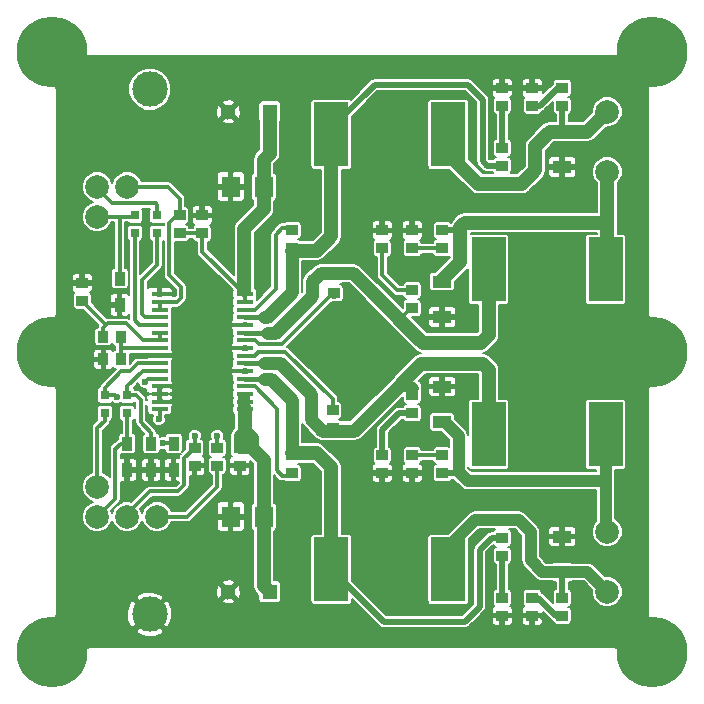
<source format=gbr>
G04 #@! TF.FileFunction,Copper,L1,Top,Signal*
%FSLAX46Y46*%
G04 Gerber Fmt 4.6, Leading zero omitted, Abs format (unit mm)*
G04 Created by KiCad (PCBNEW 4.0.5) date 04/25/17 13:15:45*
%MOMM*%
%LPD*%
G01*
G04 APERTURE LIST*
%ADD10C,0.100000*%
%ADD11R,1.470000X0.420000*%
%ADD12R,2.900680X5.400040*%
%ADD13R,1.000760X0.899160*%
%ADD14R,0.899160X1.000760*%
%ADD15R,0.750000X0.800000*%
%ADD16R,1.600200X1.803400*%
%ADD17C,1.300000*%
%ADD18R,1.300000X1.300000*%
%ADD19R,1.600000X1.000000*%
%ADD20C,3.000000*%
%ADD21C,2.000000*%
%ADD22R,0.900000X1.200000*%
%ADD23C,6.400000*%
%ADD24R,2.800000X6.200000*%
%ADD25C,6.000000*%
%ADD26C,0.600000*%
%ADD27C,1.200000*%
%ADD28C,1.000000*%
%ADD29C,0.350000*%
%ADD30C,0.250000*%
%ADD31C,0.500000*%
%ADD32C,1.100000*%
%ADD33C,0.420000*%
%ADD34C,0.200000*%
G04 APERTURE END LIST*
D10*
D11*
X136100000Y-75874880D03*
X136100000Y-76525120D03*
X136100000Y-77175360D03*
X136100000Y-77825600D03*
X143300000Y-73934320D03*
X136100000Y-73924160D03*
X136100000Y-74574400D03*
X136100000Y-75224640D03*
X143300000Y-78475840D03*
X143300000Y-77825600D03*
X143300000Y-77175360D03*
X143300000Y-76525120D03*
X143300000Y-75874880D03*
X143300000Y-75224640D03*
X136100000Y-78475840D03*
X143300000Y-74574400D03*
X136100000Y-73273920D03*
X136100000Y-79126080D03*
X143300000Y-79126080D03*
X143300000Y-73273920D03*
X136100000Y-72626220D03*
X136100000Y-79773780D03*
X143300000Y-79773780D03*
X143300000Y-72626220D03*
X136100000Y-71975980D03*
X136100000Y-80424020D03*
X143300000Y-80424020D03*
X143300000Y-71975980D03*
X136100000Y-71325740D03*
X136100000Y-81074260D03*
X143300000Y-81074260D03*
X143300000Y-71325740D03*
D12*
X150624540Y-57785000D03*
X160525460Y-57785000D03*
X173860460Y-69215000D03*
X163959540Y-69215000D03*
X163959540Y-83185000D03*
X173860460Y-83185000D03*
X160525460Y-94615000D03*
X150624540Y-94615000D03*
D13*
X137795000Y-64653160D03*
X137795000Y-66156840D03*
X165100000Y-53858160D03*
X165100000Y-55361840D03*
X160020000Y-67426840D03*
X160020000Y-65923160D03*
D14*
X131328160Y-74930000D03*
X132831840Y-74930000D03*
D13*
X154940000Y-65923160D03*
X154940000Y-67426840D03*
X160020000Y-84973160D03*
X160020000Y-86476840D03*
D14*
X132831840Y-76835000D03*
X131328160Y-76835000D03*
D13*
X154940000Y-86476840D03*
X154940000Y-84973160D03*
X170180000Y-98541840D03*
X170180000Y-97038160D03*
X165100000Y-98541840D03*
X165100000Y-97038160D03*
X139065000Y-85841840D03*
X139065000Y-84338160D03*
X140970000Y-84338160D03*
X140970000Y-85841840D03*
D15*
X135890000Y-66155000D03*
X135890000Y-64655000D03*
D13*
X170180000Y-53858160D03*
X170180000Y-55361840D03*
D16*
X144907000Y-62230000D03*
X142113000Y-62230000D03*
D13*
X139700000Y-66156840D03*
X139700000Y-64653160D03*
D17*
X141915000Y-55880000D03*
D18*
X145415000Y-55880000D03*
D19*
X170180000Y-57555000D03*
X170180000Y-60555000D03*
D15*
X133985000Y-66155000D03*
X133985000Y-64655000D03*
D19*
X160020000Y-70255000D03*
X160020000Y-73255000D03*
X160020000Y-82145000D03*
X160020000Y-79145000D03*
D15*
X131445000Y-79895000D03*
X131445000Y-81395000D03*
X133350000Y-79895000D03*
X133350000Y-81395000D03*
D19*
X170180000Y-94845000D03*
X170180000Y-91845000D03*
D16*
X144907000Y-90170000D03*
X142113000Y-90170000D03*
D13*
X142875000Y-84338160D03*
X142875000Y-85841840D03*
D17*
X141915000Y-96520000D03*
D18*
X145415000Y-96520000D03*
D20*
X135255000Y-53975000D03*
X135255000Y-98425000D03*
D21*
X133350000Y-62230000D03*
X130810000Y-62230000D03*
X130810000Y-64770000D03*
X130810000Y-87630000D03*
X130810000Y-90170000D03*
X133350000Y-90170000D03*
X135890000Y-90170000D03*
D22*
X133350000Y-86190000D03*
X133350000Y-83990000D03*
X135382000Y-86190000D03*
X135382000Y-83990000D03*
X137287000Y-86190000D03*
X137287000Y-83990000D03*
D21*
X173990000Y-55880000D03*
X173990000Y-60960000D03*
X173990000Y-91440000D03*
X173990000Y-96520000D03*
D23*
X152400000Y-76200000D03*
D13*
X150749000Y-82666840D03*
X150749000Y-81163160D03*
X150876000Y-69733160D03*
X150876000Y-71236840D03*
X147320000Y-67426840D03*
X147320000Y-65923160D03*
X147320000Y-84973160D03*
X147320000Y-86476840D03*
X157480000Y-65923160D03*
X157480000Y-67426840D03*
X157480000Y-71003160D03*
X157480000Y-72506840D03*
X157480000Y-81396840D03*
X157480000Y-79893160D03*
X157480000Y-86476840D03*
X157480000Y-84973160D03*
X167640000Y-53858160D03*
X167640000Y-55361840D03*
X167640000Y-98541840D03*
X167640000Y-97038160D03*
X165100000Y-93461840D03*
X165100000Y-91958160D03*
X165100000Y-58938160D03*
X165100000Y-60441840D03*
D22*
X132715000Y-72220000D03*
X132715000Y-70020000D03*
D13*
X129540000Y-71871840D03*
X129540000Y-70368160D03*
D24*
X139700000Y-76200000D03*
D25*
X177800000Y-50800000D03*
X127000000Y-50800000D03*
X177800000Y-76200000D03*
X127000000Y-76200000D03*
X127000000Y-101600000D03*
X177800000Y-101600000D03*
D26*
X174879000Y-99060000D03*
X171069000Y-76200000D03*
X170053000Y-100330000D03*
X156337000Y-83566000D03*
X157480000Y-64516000D03*
X156337000Y-68453000D03*
X153035000Y-66040000D03*
X153035000Y-68326000D03*
X152400000Y-84328000D03*
X139065000Y-87376000D03*
X137414000Y-89281000D03*
X134874000Y-65405000D03*
X134874000Y-67691000D03*
X134874000Y-64389000D03*
X132080000Y-82550000D03*
X128524000Y-84963000D03*
X128651000Y-93726000D03*
X129540000Y-88900000D03*
X129540000Y-63500000D03*
X150114000Y-52197000D03*
X163322000Y-52959000D03*
X149860000Y-53340000D03*
X138430000Y-93980000D03*
X134620000Y-93980000D03*
X131953000Y-59944000D03*
X128397000Y-67056000D03*
X129540000Y-68707000D03*
X128397000Y-59944000D03*
X138811000Y-59944000D03*
X135890000Y-59944000D03*
X165100000Y-100330000D03*
X149860000Y-100330000D03*
X157480000Y-87757000D03*
X157480000Y-91694000D03*
X154940000Y-87757000D03*
X154940000Y-91694000D03*
X157480000Y-60706000D03*
X154940000Y-64516000D03*
X154940000Y-60706000D03*
X170180000Y-67564000D03*
X170180000Y-62484000D03*
X170180000Y-71882000D03*
X170180000Y-85090000D03*
X170180000Y-89916000D03*
X170180000Y-80772000D03*
X133350000Y-87884000D03*
X142875000Y-87249000D03*
X140208000Y-90170000D03*
X160020000Y-80772000D03*
X160020000Y-71755000D03*
X141224000Y-64643000D03*
X140462000Y-62230000D03*
X166370000Y-53848000D03*
X140335000Y-73660000D03*
X140335000Y-80010000D03*
X139065000Y-80010000D03*
X139065000Y-78740000D03*
X140335000Y-78740000D03*
X140335000Y-77470000D03*
X139065000Y-77470000D03*
X139065000Y-76200000D03*
X140335000Y-76200000D03*
X140335000Y-74930000D03*
X139065000Y-74930000D03*
X139065000Y-73660000D03*
X139065000Y-72390000D03*
X140335000Y-72390000D03*
X141605000Y-72390000D03*
X141605000Y-73660000D03*
X141605000Y-74930000D03*
X141605000Y-76200000D03*
X141605000Y-77470000D03*
X141605000Y-78740000D03*
X141605000Y-80010000D03*
X141605000Y-81280000D03*
X140335000Y-81280000D03*
X139065000Y-81280000D03*
X137795000Y-80010000D03*
X137795000Y-78740000D03*
X137795000Y-77470000D03*
X137795000Y-76200000D03*
X137795000Y-74930000D03*
X137795000Y-73660000D03*
X139065000Y-71120000D03*
X140335000Y-71120000D03*
X141605000Y-71120000D03*
X134239000Y-87376000D03*
X136144000Y-70231000D03*
X134874000Y-78740000D03*
X139065000Y-83312000D03*
X140970000Y-83312000D03*
X136017000Y-81915000D03*
X136398000Y-83947000D03*
X132461000Y-80010000D03*
D27*
X144907000Y-90170000D02*
X144907000Y-96012000D01*
X144907000Y-96012000D02*
X145415000Y-96520000D01*
X143901160Y-84338160D02*
X143901160Y-83488160D01*
X143901160Y-83488160D02*
X143300000Y-82887000D01*
X144907000Y-90170000D02*
X144907000Y-85344000D01*
D28*
X143901160Y-84338160D02*
X142875000Y-84338160D01*
D27*
X144907000Y-85344000D02*
X143901160Y-84338160D01*
X143300000Y-81074260D02*
X143300000Y-82887000D01*
D29*
X143300000Y-82887000D02*
X142875000Y-83312000D01*
X142875000Y-83312000D02*
X142875000Y-84338160D01*
X143300000Y-80424020D02*
X143300000Y-81074260D01*
X143300000Y-79773780D02*
X143300000Y-80424020D01*
D28*
X142875000Y-84338160D02*
X142875000Y-83312000D01*
X143256000Y-82931000D02*
X143256000Y-80137000D01*
X142875000Y-83312000D02*
X143256000Y-82931000D01*
D27*
X144907000Y-62230000D02*
X144907000Y-64135000D01*
X143256000Y-65786000D02*
X143256000Y-70993000D01*
X144907000Y-64135000D02*
X143256000Y-65786000D01*
X145415000Y-55880000D02*
X145415000Y-59436000D01*
X144907000Y-59944000D02*
X144907000Y-62230000D01*
X145415000Y-59436000D02*
X144907000Y-59944000D01*
D29*
X143300000Y-71975980D02*
X143300000Y-71325740D01*
X143300000Y-71325740D02*
X139700000Y-67725740D01*
X139700000Y-67725740D02*
X139700000Y-66156840D01*
X139700000Y-66156840D02*
X137795000Y-66156840D01*
D30*
X131328160Y-76835000D02*
X127635000Y-76835000D01*
X127635000Y-76835000D02*
X127000000Y-76200000D01*
X127000000Y-101600000D02*
X128016000Y-101600000D01*
X128016000Y-101600000D02*
X129413000Y-100203000D01*
X129413000Y-100203000D02*
X133477000Y-100203000D01*
X133477000Y-100203000D02*
X135255000Y-98425000D01*
X177800000Y-76200000D02*
X171069000Y-76200000D01*
X177800000Y-50800000D02*
X175895000Y-50800000D01*
X175895000Y-50800000D02*
X174498000Y-52197000D01*
X174498000Y-52197000D02*
X168148000Y-52197000D01*
X168148000Y-52197000D02*
X167640000Y-52705000D01*
X167640000Y-52705000D02*
X167640000Y-53858160D01*
X127000000Y-50800000D02*
X127000000Y-51435000D01*
X127000000Y-51435000D02*
X131953000Y-56388000D01*
X131953000Y-56388000D02*
X131953000Y-59944000D01*
X167640000Y-98541840D02*
X168264840Y-98541840D01*
X168264840Y-98541840D02*
X170053000Y-100330000D01*
X157480000Y-86476840D02*
X156453840Y-86476840D01*
X156337000Y-86360000D02*
X156337000Y-83566000D01*
X156453840Y-86476840D02*
X156337000Y-86360000D01*
X157480000Y-64516000D02*
X156845000Y-64516000D01*
X156337000Y-65024000D02*
X156337000Y-68453000D01*
X156845000Y-64516000D02*
X156337000Y-65024000D01*
X153151840Y-65923160D02*
X153035000Y-66040000D01*
X153151840Y-65923160D02*
X154940000Y-65923160D01*
X139065000Y-87376000D02*
X139065000Y-87630000D01*
D29*
X139065000Y-85841840D02*
X139065000Y-87376000D01*
D30*
X139065000Y-87630000D02*
X137414000Y-89281000D01*
X134874000Y-65405000D02*
X134874000Y-67691000D01*
X128524000Y-84963000D02*
X128524000Y-87884000D01*
X128651000Y-84963000D02*
X128524000Y-84963000D01*
X128651000Y-93726000D02*
X128651000Y-84963000D01*
X128524000Y-87884000D02*
X129540000Y-88900000D01*
X150114000Y-52197000D02*
X150114000Y-53086000D01*
X163195000Y-52959000D02*
X162433000Y-52197000D01*
X162433000Y-52197000D02*
X150114000Y-52197000D01*
X165100000Y-53858160D02*
X164221160Y-53858160D01*
X164221160Y-53858160D02*
X163322000Y-52959000D01*
X163322000Y-52959000D02*
X163195000Y-52959000D01*
X150114000Y-53086000D02*
X149860000Y-53340000D01*
X137160000Y-96520000D02*
X137160000Y-95250000D01*
X137160000Y-95250000D02*
X138430000Y-93980000D01*
X137160000Y-96520000D02*
X135255000Y-98425000D01*
X131953000Y-59944000D02*
X135890000Y-59944000D01*
X128397000Y-59944000D02*
X128397000Y-67056000D01*
D29*
X129540000Y-70368160D02*
X129540000Y-68707000D01*
D30*
X165100000Y-100330000D02*
X165100000Y-98541840D01*
X157480000Y-91694000D02*
X157480000Y-87757000D01*
X157480000Y-87757000D02*
X157480000Y-86476840D01*
X154940000Y-87757000D02*
X154940000Y-86476840D01*
X157480000Y-60706000D02*
X157480000Y-64516000D01*
X157480000Y-64516000D02*
X157480000Y-65923160D01*
X154940000Y-64516000D02*
X154940000Y-65923160D01*
X170180000Y-71882000D02*
X170180000Y-67564000D01*
X170180000Y-62484000D02*
X170180000Y-60555000D01*
X170180000Y-80772000D02*
X170180000Y-85090000D01*
X170180000Y-89916000D02*
X170180000Y-91845000D01*
X133350000Y-86190000D02*
X133350000Y-87757000D01*
X133350000Y-87757000D02*
X133350000Y-87884000D01*
X142875000Y-85841840D02*
X142875000Y-87249000D01*
X142113000Y-90170000D02*
X140208000Y-90170000D01*
X160020000Y-79145000D02*
X160020000Y-80772000D01*
X160020000Y-73255000D02*
X160020000Y-71755000D01*
X139700000Y-64653160D02*
X141213840Y-64653160D01*
X141213840Y-64653160D02*
X141224000Y-64643000D01*
X142113000Y-62230000D02*
X140462000Y-62230000D01*
X167640000Y-53858160D02*
X166380160Y-53858160D01*
X166380160Y-53858160D02*
X166370000Y-53848000D01*
X140609320Y-73934320D02*
X140335000Y-73660000D01*
X143300000Y-73934320D02*
X140609320Y-73934320D01*
X139065000Y-78740000D02*
X139065000Y-80010000D01*
X140335000Y-77470000D02*
X140335000Y-78740000D01*
X139065000Y-76200000D02*
X139065000Y-77470000D01*
X140335000Y-74930000D02*
X140335000Y-76200000D01*
X139065000Y-73660000D02*
X139065000Y-74930000D01*
X136100000Y-76525120D02*
X137469880Y-76525120D01*
X137469880Y-76525120D02*
X137795000Y-76200000D01*
X137795000Y-76200000D02*
X137795000Y-73025000D01*
X137795000Y-73025000D02*
X138430000Y-72390000D01*
X138430000Y-72390000D02*
X139065000Y-72390000D01*
X140335000Y-72390000D02*
X141605000Y-72390000D01*
X141605000Y-73660000D02*
X141605000Y-74930000D01*
X141605000Y-76200000D02*
X141605000Y-77470000D01*
X141605000Y-78740000D02*
X141605000Y-80010000D01*
X141605000Y-81280000D02*
X140335000Y-81280000D01*
X139065000Y-81280000D02*
X138430000Y-80645000D01*
X138430000Y-80645000D02*
X137795000Y-80010000D01*
X137795000Y-78740000D02*
X137795000Y-77470000D01*
X137795000Y-76200000D02*
X137795000Y-74930000D01*
X137795000Y-73660000D02*
X139065000Y-72390000D01*
X139065000Y-72390000D02*
X139065000Y-71120000D01*
X140335000Y-71120000D02*
X141605000Y-71120000D01*
D29*
X137287000Y-86190000D02*
X137287000Y-87122000D01*
X137033000Y-87376000D02*
X134239000Y-87376000D01*
X137287000Y-87122000D02*
X137033000Y-87376000D01*
X136100000Y-71325740D02*
X136100000Y-70275000D01*
X136100000Y-70275000D02*
X136144000Y-70231000D01*
D31*
X167640000Y-55361840D02*
X168285160Y-55361840D01*
X168285160Y-55361840D02*
X169788840Y-53858160D01*
X169788840Y-53858160D02*
X170180000Y-53858160D01*
D29*
X135890000Y-66155000D02*
X135890000Y-68834000D01*
X134868920Y-73273920D02*
X136100000Y-73273920D01*
X134620000Y-73025000D02*
X134868920Y-73273920D01*
X134620000Y-70104000D02*
X134620000Y-73025000D01*
X135890000Y-68834000D02*
X134620000Y-70104000D01*
X130810000Y-62230000D02*
X130810000Y-62357000D01*
X130810000Y-62357000D02*
X132080000Y-63627000D01*
X132080000Y-63627000D02*
X135763000Y-63627000D01*
X135763000Y-63627000D02*
X135890000Y-63754000D01*
X135890000Y-63754000D02*
X135890000Y-64655000D01*
X157480000Y-84973160D02*
X160020000Y-84973160D01*
X132715000Y-70020000D02*
X132715000Y-64770000D01*
X130810000Y-64770000D02*
X132715000Y-64770000D01*
X132715000Y-64770000D02*
X133870000Y-64770000D01*
X133870000Y-64770000D02*
X133985000Y-64655000D01*
X157480000Y-67426840D02*
X160020000Y-67426840D01*
X136100000Y-74574400D02*
X136100000Y-75224640D01*
X129540000Y-71871840D02*
X129540000Y-71882000D01*
X129540000Y-71882000D02*
X131572000Y-73914000D01*
X136100000Y-75224640D02*
X134660640Y-75224640D01*
X131328160Y-74157840D02*
X131328160Y-74930000D01*
X131699000Y-73787000D02*
X131572000Y-73914000D01*
X131572000Y-73914000D02*
X131328160Y-74157840D01*
X133223000Y-73787000D02*
X131699000Y-73787000D01*
X134660640Y-75224640D02*
X133223000Y-73787000D01*
D32*
X150749000Y-82867500D02*
X152590500Y-82867500D01*
X152590500Y-82867500D02*
X156654500Y-78803500D01*
X156654500Y-78803500D02*
X157480000Y-79248000D01*
D33*
X143300000Y-77175360D02*
X144947640Y-77175360D01*
D32*
X149860000Y-82867500D02*
X148907500Y-81915000D01*
X148907500Y-81915000D02*
X148907500Y-79756000D01*
X148907500Y-79756000D02*
X146304000Y-77152500D01*
X146304000Y-77152500D02*
X144970500Y-77152500D01*
X149860000Y-82867500D02*
X150749000Y-82867500D01*
D33*
X144947640Y-77175360D02*
X144970500Y-77152500D01*
D29*
X157480000Y-79893160D02*
X157480000Y-79629000D01*
X157480000Y-79629000D02*
X156654500Y-78803500D01*
D27*
X163959540Y-83185000D02*
X163959540Y-77726540D01*
X163959540Y-77726540D02*
X163449000Y-77216000D01*
X163449000Y-77216000D02*
X158242000Y-77216000D01*
X158242000Y-77216000D02*
X156654500Y-78803500D01*
D29*
X135382000Y-83990000D02*
X135382000Y-83058000D01*
X134124000Y-79895000D02*
X133350000Y-79895000D01*
X134493000Y-80264000D02*
X134124000Y-79895000D01*
X134493000Y-82169000D02*
X134493000Y-80264000D01*
X135382000Y-83058000D02*
X134493000Y-82169000D01*
X136100000Y-77825600D02*
X134645400Y-77825600D01*
X133350000Y-79121000D02*
X133350000Y-79895000D01*
X134645400Y-77825600D02*
X133350000Y-79121000D01*
D32*
X147320000Y-84772500D02*
X147320000Y-80264000D01*
X147320000Y-80264000D02*
X145531840Y-78475840D01*
X145531840Y-78475840D02*
X144917160Y-78475840D01*
X144917160Y-78475840D02*
X144897931Y-78495069D01*
X144897931Y-78495069D02*
X144897931Y-78475840D01*
D27*
X147320000Y-84772500D02*
X149415500Y-84772500D01*
X150624540Y-85981540D02*
X150624540Y-94615000D01*
X149415500Y-84772500D02*
X150624540Y-85981540D01*
D33*
X143300000Y-78475840D02*
X144897931Y-78475840D01*
X144897931Y-78475840D02*
X145531840Y-78475840D01*
X145531840Y-78475840D02*
X147320000Y-80264000D01*
D31*
X150624540Y-94615000D02*
X150624540Y-94617540D01*
X150624540Y-94617540D02*
X155067000Y-99060000D01*
X155067000Y-99060000D02*
X161925000Y-99060000D01*
X161925000Y-99060000D02*
X163195000Y-97790000D01*
X163195000Y-97790000D02*
X163195000Y-92964000D01*
X163195000Y-92964000D02*
X164200840Y-91958160D01*
X164200840Y-91958160D02*
X165100000Y-91958160D01*
X165100000Y-93461840D02*
X165100000Y-97038160D01*
D29*
X136100000Y-75874880D02*
X132831840Y-75874880D01*
X132831840Y-74930000D02*
X132831840Y-75874880D01*
X132831840Y-75874880D02*
X132831840Y-76835000D01*
X133350000Y-90170000D02*
X133350000Y-89916000D01*
X133350000Y-89916000D02*
X135255000Y-88011000D01*
X135255000Y-88011000D02*
X137668000Y-88011000D01*
X137668000Y-88011000D02*
X138176000Y-87503000D01*
X138176000Y-87503000D02*
X138176000Y-85227160D01*
X138176000Y-85227160D02*
X139065000Y-84338160D01*
X139065000Y-84338160D02*
X139065000Y-83312000D01*
X135138160Y-78475840D02*
X136100000Y-78475840D01*
X134874000Y-78740000D02*
X135138160Y-78475840D01*
X136100000Y-71975980D02*
X136100000Y-72626220D01*
X137795000Y-64653160D02*
X137530840Y-64653160D01*
X137530840Y-64653160D02*
X136906000Y-65278000D01*
X137574020Y-71975980D02*
X136100000Y-71975980D01*
X137922000Y-71628000D02*
X137574020Y-71975980D01*
X137922000Y-70739000D02*
X137922000Y-71628000D01*
X136906000Y-69723000D02*
X137922000Y-70739000D01*
X136906000Y-65278000D02*
X136906000Y-69723000D01*
X133350000Y-62230000D02*
X136779000Y-62230000D01*
X137795000Y-63246000D02*
X137795000Y-64653160D01*
X136779000Y-62230000D02*
X137795000Y-63246000D01*
X140970000Y-84338160D02*
X140970000Y-83312000D01*
X136100000Y-81832000D02*
X136100000Y-81074260D01*
X136017000Y-81915000D02*
X136100000Y-81832000D01*
D31*
X160020000Y-65923160D02*
X161544000Y-65923160D01*
X161544000Y-65923160D02*
X161544000Y-65659000D01*
D28*
X160020000Y-70255000D02*
X160020000Y-70104000D01*
D27*
X160020000Y-70104000D02*
X161544000Y-68580000D01*
X161544000Y-68580000D02*
X161544000Y-65659000D01*
X161544000Y-65659000D02*
X161925000Y-65278000D01*
X161925000Y-65278000D02*
X173990000Y-65278000D01*
X173990000Y-60960000D02*
X173990000Y-65278000D01*
X173990000Y-65278000D02*
X173990000Y-69085460D01*
D28*
X173990000Y-69085460D02*
X173860460Y-69215000D01*
D29*
X137160000Y-83947000D02*
X136398000Y-83947000D01*
X132461000Y-80010000D02*
X132346000Y-79895000D01*
X137287000Y-83990000D02*
X137203000Y-83990000D01*
X137203000Y-83990000D02*
X137160000Y-83947000D01*
X132346000Y-79895000D02*
X131445000Y-79895000D01*
X137287000Y-83990000D02*
X137287000Y-83566000D01*
X131445000Y-79895000D02*
X131445000Y-79248000D01*
X134279640Y-77175360D02*
X136100000Y-77175360D01*
X133604000Y-77851000D02*
X134279640Y-77175360D01*
X132842000Y-77851000D02*
X133604000Y-77851000D01*
X131445000Y-79248000D02*
X132842000Y-77851000D01*
D33*
X144970500Y-73279000D02*
X143305080Y-73279000D01*
X143305080Y-73279000D02*
X143300000Y-73273920D01*
D32*
X147320000Y-67627500D02*
X147320000Y-71120000D01*
X145161000Y-73279000D02*
X144970500Y-73279000D01*
X144970500Y-73279000D02*
X144907000Y-73279000D01*
X147320000Y-71120000D02*
X145161000Y-73279000D01*
D27*
X147320000Y-67627500D02*
X149415500Y-67627500D01*
X150624540Y-66418460D02*
X150624540Y-57785000D01*
X149415500Y-67627500D02*
X150624540Y-66418460D01*
D31*
X150624540Y-57785000D02*
X150624540Y-57274460D01*
X150624540Y-57274460D02*
X154305000Y-53594000D01*
X154305000Y-53594000D02*
X162179000Y-53594000D01*
X162179000Y-53594000D02*
X163449000Y-54864000D01*
X163449000Y-54864000D02*
X163449000Y-60071000D01*
X163449000Y-60071000D02*
X163819840Y-60441840D01*
X163819840Y-60441840D02*
X165100000Y-60441840D01*
D29*
X143300000Y-72626220D02*
X144162780Y-72626220D01*
X146494500Y-65722500D02*
X147320000Y-65722500D01*
X145923000Y-66294000D02*
X146494500Y-65722500D01*
X145923000Y-70866000D02*
X145923000Y-66294000D01*
X144162780Y-72626220D02*
X145923000Y-70866000D01*
D31*
X165100000Y-55361840D02*
X165100000Y-58938160D01*
X170180000Y-55361840D02*
X170180000Y-57555000D01*
D27*
X170180000Y-57555000D02*
X172315000Y-57555000D01*
X172315000Y-57555000D02*
X173990000Y-55880000D01*
D28*
X160525460Y-57785000D02*
X160525460Y-59433460D01*
D27*
X160525460Y-59433460D02*
X163068000Y-61976000D01*
X163068000Y-61976000D02*
X166751000Y-61976000D01*
X166751000Y-61976000D02*
X167894000Y-60833000D01*
X167894000Y-60833000D02*
X167894000Y-58801000D01*
X167894000Y-58801000D02*
X169140000Y-57555000D01*
X169140000Y-57555000D02*
X170180000Y-57555000D01*
D29*
X133985000Y-66155000D02*
X133985000Y-73533000D01*
X134376160Y-73924160D02*
X136100000Y-73924160D01*
X133985000Y-73533000D02*
X134376160Y-73924160D01*
D32*
X150876000Y-69532500D02*
X152463500Y-69532500D01*
X152463500Y-69532500D02*
X158369000Y-75438000D01*
D33*
X143300000Y-74574400D02*
X145821400Y-74574400D01*
X145821400Y-74574400D02*
X145859500Y-74612500D01*
D32*
X150876000Y-69532500D02*
X149733000Y-69532500D01*
X145859500Y-74612500D02*
X145224500Y-74612500D01*
X149034500Y-71437500D02*
X145859500Y-74612500D01*
X149034500Y-70231000D02*
X149034500Y-71437500D01*
X149733000Y-69532500D02*
X149034500Y-70231000D01*
D29*
X157480000Y-72506840D02*
X157363160Y-72506840D01*
X157363160Y-72506840D02*
X156400500Y-73469500D01*
D27*
X156400500Y-73469500D02*
X158369000Y-75438000D01*
X163959540Y-74800460D02*
X163959540Y-69215000D01*
X158369000Y-75438000D02*
X163322000Y-75438000D01*
X163322000Y-75438000D02*
X163959540Y-74800460D01*
D29*
X150876000Y-71437500D02*
X150558500Y-71437500D01*
X150558500Y-71437500D02*
X146431000Y-75565000D01*
X144185640Y-75224640D02*
X143300000Y-75224640D01*
X144526000Y-75565000D02*
X144185640Y-75224640D01*
X146431000Y-75565000D02*
X144526000Y-75565000D01*
D33*
X150876000Y-71437500D02*
X150749000Y-71437500D01*
D29*
X154940000Y-67426840D02*
X154940000Y-69723000D01*
X156220160Y-71003160D02*
X157480000Y-71003160D01*
X154940000Y-69723000D02*
X156220160Y-71003160D01*
X150749000Y-80962500D02*
X150749000Y-80200500D01*
X144137380Y-76525120D02*
X143300000Y-76525120D01*
X144462500Y-76200000D02*
X144137380Y-76525120D01*
X146748500Y-76200000D02*
X144462500Y-76200000D01*
X150749000Y-80200500D02*
X146748500Y-76200000D01*
D31*
X157480000Y-81396840D02*
X156347160Y-81396840D01*
X154940000Y-82804000D02*
X154940000Y-84973160D01*
X156347160Y-81396840D02*
X154940000Y-82804000D01*
X160020000Y-86476840D02*
X161300160Y-86476840D01*
X161300160Y-86476840D02*
X161417000Y-86360000D01*
D28*
X160020000Y-82145000D02*
X160250000Y-82145000D01*
X160250000Y-82145000D02*
X161417000Y-83312000D01*
X161417000Y-83312000D02*
X161417000Y-86360000D01*
X161417000Y-86360000D02*
X162179000Y-87122000D01*
X162179000Y-87122000D02*
X173860460Y-87122000D01*
X173860460Y-83185000D02*
X173860460Y-87122000D01*
X173860460Y-87122000D02*
X173860460Y-91310460D01*
X173860460Y-91310460D02*
X173990000Y-91440000D01*
D31*
X167640000Y-97038160D02*
X168158160Y-97038160D01*
X169661840Y-98541840D02*
X170180000Y-98541840D01*
X168158160Y-97038160D02*
X169661840Y-98541840D01*
D29*
X131445000Y-81395000D02*
X131445000Y-82042000D01*
X130810000Y-82677000D02*
X130810000Y-87630000D01*
X131445000Y-82042000D02*
X130810000Y-82677000D01*
X133350000Y-83990000D02*
X132799000Y-83990000D01*
X132334000Y-88646000D02*
X130810000Y-90170000D01*
X132334000Y-84455000D02*
X132334000Y-88646000D01*
X132799000Y-83990000D02*
X132334000Y-84455000D01*
X133350000Y-81395000D02*
X133350000Y-83990000D01*
X143300000Y-79126080D02*
X144150080Y-79126080D01*
X146494500Y-86677500D02*
X147320000Y-86677500D01*
X146050000Y-86233000D02*
X146494500Y-86677500D01*
X146050000Y-81026000D02*
X146050000Y-86233000D01*
X144150080Y-79126080D02*
X146050000Y-81026000D01*
D31*
X170180000Y-97038160D02*
X170180000Y-94845000D01*
D28*
X160525460Y-94615000D02*
X160525460Y-92712540D01*
X160525460Y-92712540D02*
X162814000Y-90424000D01*
X162814000Y-90424000D02*
X166497000Y-90424000D01*
X166497000Y-90424000D02*
X167513000Y-91440000D01*
X167513000Y-91440000D02*
X167513000Y-93853000D01*
X167513000Y-93853000D02*
X168505000Y-94845000D01*
X168505000Y-94845000D02*
X170180000Y-94845000D01*
X170180000Y-94845000D02*
X172315000Y-94845000D01*
X172315000Y-94845000D02*
X173990000Y-96520000D01*
D29*
X135890000Y-90170000D02*
X138430000Y-90170000D01*
X140970000Y-87630000D02*
X140970000Y-85841840D01*
X138430000Y-90170000D02*
X140970000Y-87630000D01*
D34*
G36*
X177477081Y-53793503D02*
X177474064Y-53800785D01*
X177453545Y-53831494D01*
X177446340Y-53867717D01*
X177432205Y-53901841D01*
X177432205Y-53938778D01*
X177425000Y-53975000D01*
X177425000Y-73025000D01*
X177432205Y-73061222D01*
X177432205Y-73098159D01*
X177446340Y-73132283D01*
X177453545Y-73168506D01*
X177474064Y-73199215D01*
X177488199Y-73233339D01*
X177514315Y-73259455D01*
X177534835Y-73290165D01*
X177565547Y-73310686D01*
X177591662Y-73336801D01*
X177625783Y-73350935D01*
X177656494Y-73371455D01*
X177692717Y-73378660D01*
X177700000Y-73381677D01*
X177700000Y-79018323D01*
X177692717Y-79021340D01*
X177656494Y-79028545D01*
X177625783Y-79049065D01*
X177591662Y-79063199D01*
X177565547Y-79089314D01*
X177534835Y-79109835D01*
X177514315Y-79140545D01*
X177488199Y-79166661D01*
X177474064Y-79200785D01*
X177453545Y-79231494D01*
X177446340Y-79267717D01*
X177432205Y-79301841D01*
X177432205Y-79338778D01*
X177425000Y-79375000D01*
X177425000Y-98425000D01*
X177432205Y-98461222D01*
X177432205Y-98498159D01*
X177446340Y-98532283D01*
X177453545Y-98568506D01*
X177474064Y-98599215D01*
X177477081Y-98606497D01*
X174806497Y-101277081D01*
X174799215Y-101274064D01*
X174768506Y-101253545D01*
X174732283Y-101246340D01*
X174698159Y-101232205D01*
X174661222Y-101232205D01*
X174625000Y-101225000D01*
X130175000Y-101225000D01*
X130138778Y-101232205D01*
X130101841Y-101232205D01*
X130067717Y-101246340D01*
X130031494Y-101253545D01*
X130000785Y-101274064D01*
X129993503Y-101277081D01*
X128542263Y-99825841D01*
X134066291Y-99825841D01*
X134241100Y-100075709D01*
X134949978Y-100338059D01*
X135705293Y-100309162D01*
X136268900Y-100075709D01*
X136443709Y-99825841D01*
X135255000Y-98637132D01*
X134066291Y-99825841D01*
X128542263Y-99825841D01*
X127322919Y-98606497D01*
X127325936Y-98599215D01*
X127346455Y-98568506D01*
X127353660Y-98532283D01*
X127367795Y-98498159D01*
X127367795Y-98461222D01*
X127375000Y-98425000D01*
X127375000Y-98119978D01*
X133341941Y-98119978D01*
X133370838Y-98875293D01*
X133604291Y-99438900D01*
X133854159Y-99613709D01*
X135042868Y-98425000D01*
X135467132Y-98425000D01*
X136655841Y-99613709D01*
X136905709Y-99438900D01*
X137168059Y-98730022D01*
X137139162Y-97974707D01*
X136905709Y-97411100D01*
X136752792Y-97304118D01*
X141343014Y-97304118D01*
X141413294Y-97465735D01*
X141813401Y-97585740D01*
X142228976Y-97543495D01*
X142416706Y-97465735D01*
X142486986Y-97304118D01*
X141915000Y-96732132D01*
X141343014Y-97304118D01*
X136752792Y-97304118D01*
X136655841Y-97236291D01*
X135467132Y-98425000D01*
X135042868Y-98425000D01*
X133854159Y-97236291D01*
X133604291Y-97411100D01*
X133341941Y-98119978D01*
X127375000Y-98119978D01*
X127375000Y-97024159D01*
X134066291Y-97024159D01*
X135255000Y-98212868D01*
X136443709Y-97024159D01*
X136268900Y-96774291D01*
X135560022Y-96511941D01*
X134804707Y-96540838D01*
X134241100Y-96774291D01*
X134066291Y-97024159D01*
X127375000Y-97024159D01*
X127375000Y-96418401D01*
X140849260Y-96418401D01*
X140891505Y-96833976D01*
X140969265Y-97021706D01*
X141130882Y-97091986D01*
X141702868Y-96520000D01*
X142127132Y-96520000D01*
X142699118Y-97091986D01*
X142860735Y-97021706D01*
X142980740Y-96621599D01*
X142938495Y-96206024D01*
X142860735Y-96018294D01*
X142699118Y-95948014D01*
X142127132Y-96520000D01*
X141702868Y-96520000D01*
X141130882Y-95948014D01*
X140969265Y-96018294D01*
X140849260Y-96418401D01*
X127375000Y-96418401D01*
X127375000Y-95735882D01*
X141343014Y-95735882D01*
X141915000Y-96307868D01*
X142486986Y-95735882D01*
X142416706Y-95574265D01*
X142016599Y-95454260D01*
X141601024Y-95496505D01*
X141413294Y-95574265D01*
X141343014Y-95735882D01*
X127375000Y-95735882D01*
X127375000Y-79375000D01*
X127367795Y-79338778D01*
X127367795Y-79301841D01*
X127353660Y-79267717D01*
X127346455Y-79231494D01*
X127325936Y-79200785D01*
X127311801Y-79166661D01*
X127285684Y-79140544D01*
X127265165Y-79109835D01*
X127234456Y-79089316D01*
X127208339Y-79063199D01*
X127174216Y-79049065D01*
X127143506Y-79028545D01*
X127107280Y-79021339D01*
X127100000Y-79018324D01*
X127100000Y-77085000D01*
X130478580Y-77085000D01*
X130478580Y-77414945D01*
X130539476Y-77561962D01*
X130651998Y-77674484D01*
X130799015Y-77735380D01*
X131078160Y-77735380D01*
X131178160Y-77635380D01*
X131178160Y-76985000D01*
X130578580Y-76985000D01*
X130478580Y-77085000D01*
X127100000Y-77085000D01*
X127100000Y-76255055D01*
X130478580Y-76255055D01*
X130478580Y-76585000D01*
X130578580Y-76685000D01*
X131178160Y-76685000D01*
X131178160Y-76034620D01*
X131078160Y-75934620D01*
X130799015Y-75934620D01*
X130651998Y-75995516D01*
X130539476Y-76108038D01*
X130478580Y-76255055D01*
X127100000Y-76255055D01*
X127100000Y-73381676D01*
X127107280Y-73378661D01*
X127143506Y-73371455D01*
X127174216Y-73350935D01*
X127208339Y-73336801D01*
X127234456Y-73310684D01*
X127265165Y-73290165D01*
X127285684Y-73259456D01*
X127311801Y-73233339D01*
X127325936Y-73199215D01*
X127346455Y-73168506D01*
X127353660Y-73132283D01*
X127367795Y-73098159D01*
X127367795Y-73061222D01*
X127375000Y-73025000D01*
X127375000Y-70618160D01*
X128639620Y-70618160D01*
X128639620Y-70897305D01*
X128700516Y-71044322D01*
X128813038Y-71156844D01*
X128864775Y-71178274D01*
X128826341Y-71203005D01*
X128757842Y-71303257D01*
X128733743Y-71422260D01*
X128733743Y-72321420D01*
X128754662Y-72432593D01*
X128820365Y-72534699D01*
X128920617Y-72603198D01*
X129039620Y-72627297D01*
X129613545Y-72627297D01*
X130918555Y-73932307D01*
X130889317Y-73976065D01*
X130859218Y-74127386D01*
X130767407Y-74144662D01*
X130665301Y-74210365D01*
X130596802Y-74310617D01*
X130572703Y-74429620D01*
X130572703Y-75430380D01*
X130593622Y-75541553D01*
X130659325Y-75643659D01*
X130759577Y-75712158D01*
X130878580Y-75736257D01*
X131777740Y-75736257D01*
X131888913Y-75715338D01*
X131991019Y-75649635D01*
X132059518Y-75549383D01*
X132079867Y-75448897D01*
X132097302Y-75541553D01*
X132163005Y-75643659D01*
X132263257Y-75712158D01*
X132356840Y-75731109D01*
X132356840Y-76033526D01*
X132271087Y-76049662D01*
X132168981Y-76115365D01*
X132138411Y-76160106D01*
X132116844Y-76108038D01*
X132004322Y-75995516D01*
X131857305Y-75934620D01*
X131578160Y-75934620D01*
X131478160Y-76034620D01*
X131478160Y-76685000D01*
X131498160Y-76685000D01*
X131498160Y-76985000D01*
X131478160Y-76985000D01*
X131478160Y-77635380D01*
X131578160Y-77735380D01*
X131857305Y-77735380D01*
X132004322Y-77674484D01*
X132116844Y-77561962D01*
X132138274Y-77510225D01*
X132163005Y-77548659D01*
X132263257Y-77617158D01*
X132380374Y-77640875D01*
X131109124Y-78912124D01*
X131006157Y-79066225D01*
X130978278Y-79206382D01*
X130958827Y-79210042D01*
X130856721Y-79275745D01*
X130788222Y-79375997D01*
X130764123Y-79495000D01*
X130764123Y-80295000D01*
X130785042Y-80406173D01*
X130850745Y-80508279D01*
X130950997Y-80576778D01*
X131070000Y-80600877D01*
X131820000Y-80600877D01*
X131931173Y-80579958D01*
X132033279Y-80514255D01*
X132067130Y-80464712D01*
X132120683Y-80518359D01*
X132341129Y-80609896D01*
X132579824Y-80610104D01*
X132782318Y-80526435D01*
X132855997Y-80576778D01*
X132975000Y-80600877D01*
X133725000Y-80600877D01*
X133836173Y-80579958D01*
X133938279Y-80514255D01*
X133992357Y-80435109D01*
X134018000Y-80460752D01*
X134018000Y-80926566D01*
X134009958Y-80883827D01*
X133944255Y-80781721D01*
X133844003Y-80713222D01*
X133725000Y-80689123D01*
X132975000Y-80689123D01*
X132863827Y-80710042D01*
X132761721Y-80775745D01*
X132693222Y-80875997D01*
X132669123Y-80995000D01*
X132669123Y-81795000D01*
X132690042Y-81906173D01*
X132755745Y-82008279D01*
X132855997Y-82076778D01*
X132875000Y-82080626D01*
X132875000Y-83088827D01*
X132788827Y-83105042D01*
X132686721Y-83170745D01*
X132618222Y-83270997D01*
X132594123Y-83390000D01*
X132594123Y-83566593D01*
X132463124Y-83654124D01*
X131998124Y-84119124D01*
X131895157Y-84273225D01*
X131859000Y-84455000D01*
X131859000Y-86840748D01*
X131547353Y-86528556D01*
X131285000Y-86419618D01*
X131285000Y-82873752D01*
X131780873Y-82377878D01*
X131780876Y-82377876D01*
X131883843Y-82223775D01*
X131898061Y-82152297D01*
X131911722Y-82083618D01*
X131931173Y-82079958D01*
X132033279Y-82014255D01*
X132101778Y-81914003D01*
X132125877Y-81795000D01*
X132125877Y-80995000D01*
X132104958Y-80883827D01*
X132039255Y-80781721D01*
X131939003Y-80713222D01*
X131820000Y-80689123D01*
X131070000Y-80689123D01*
X130958827Y-80710042D01*
X130856721Y-80775745D01*
X130788222Y-80875997D01*
X130764123Y-80995000D01*
X130764123Y-81795000D01*
X130785042Y-81906173D01*
X130833605Y-81981643D01*
X130474124Y-82341124D01*
X130371157Y-82495225D01*
X130335000Y-82677000D01*
X130335000Y-86419663D01*
X130074571Y-86527271D01*
X129708556Y-86892647D01*
X129510226Y-87370279D01*
X129509774Y-87887452D01*
X129707271Y-88365429D01*
X130072647Y-88731444D01*
X130478985Y-88900170D01*
X130074571Y-89067271D01*
X129708556Y-89432647D01*
X129510226Y-89910279D01*
X129509774Y-90427452D01*
X129707271Y-90905429D01*
X130072647Y-91271444D01*
X130550279Y-91469774D01*
X131067452Y-91470226D01*
X131545429Y-91272729D01*
X131911444Y-90907353D01*
X132080170Y-90501015D01*
X132247271Y-90905429D01*
X132612647Y-91271444D01*
X133090279Y-91469774D01*
X133607452Y-91470226D01*
X134085429Y-91272729D01*
X134451444Y-90907353D01*
X134620170Y-90501015D01*
X134787271Y-90905429D01*
X135152647Y-91271444D01*
X135630279Y-91469774D01*
X136147452Y-91470226D01*
X136625429Y-91272729D01*
X136991444Y-90907353D01*
X137100382Y-90645000D01*
X138430000Y-90645000D01*
X138611775Y-90608843D01*
X138765876Y-90505876D01*
X138851751Y-90420000D01*
X140912900Y-90420000D01*
X140912900Y-91151265D01*
X140973796Y-91298282D01*
X141086318Y-91410804D01*
X141233335Y-91471700D01*
X141863000Y-91471700D01*
X141963000Y-91371700D01*
X141963000Y-90320000D01*
X142263000Y-90320000D01*
X142263000Y-91371700D01*
X142363000Y-91471700D01*
X142992665Y-91471700D01*
X143139682Y-91410804D01*
X143252204Y-91298282D01*
X143313100Y-91151265D01*
X143313100Y-90420000D01*
X143213100Y-90320000D01*
X142263000Y-90320000D01*
X141963000Y-90320000D01*
X141012900Y-90320000D01*
X140912900Y-90420000D01*
X138851751Y-90420000D01*
X140083016Y-89188735D01*
X140912900Y-89188735D01*
X140912900Y-89920000D01*
X141012900Y-90020000D01*
X141963000Y-90020000D01*
X141963000Y-88968300D01*
X142263000Y-88968300D01*
X142263000Y-90020000D01*
X143213100Y-90020000D01*
X143313100Y-89920000D01*
X143313100Y-89188735D01*
X143252204Y-89041718D01*
X143139682Y-88929196D01*
X142992665Y-88868300D01*
X142363000Y-88868300D01*
X142263000Y-88968300D01*
X141963000Y-88968300D01*
X141863000Y-88868300D01*
X141233335Y-88868300D01*
X141086318Y-88929196D01*
X140973796Y-89041718D01*
X140912900Y-89188735D01*
X140083016Y-89188735D01*
X141305873Y-87965878D01*
X141305876Y-87965876D01*
X141408843Y-87811775D01*
X141445000Y-87630000D01*
X141445000Y-86597297D01*
X141470380Y-86597297D01*
X141581553Y-86576378D01*
X141683659Y-86510675D01*
X141752158Y-86410423D01*
X141776257Y-86291420D01*
X141776257Y-86091840D01*
X141974620Y-86091840D01*
X141974620Y-86370985D01*
X142035516Y-86518002D01*
X142148038Y-86630524D01*
X142295055Y-86691420D01*
X142625000Y-86691420D01*
X142725000Y-86591420D01*
X142725000Y-85991840D01*
X143025000Y-85991840D01*
X143025000Y-86591420D01*
X143125000Y-86691420D01*
X143454945Y-86691420D01*
X143601962Y-86630524D01*
X143714484Y-86518002D01*
X143775380Y-86370985D01*
X143775380Y-86091840D01*
X143675380Y-85991840D01*
X143025000Y-85991840D01*
X142725000Y-85991840D01*
X142074620Y-85991840D01*
X141974620Y-86091840D01*
X141776257Y-86091840D01*
X141776257Y-85392260D01*
X141755338Y-85281087D01*
X141689635Y-85178981D01*
X141589383Y-85110482D01*
X141488897Y-85090133D01*
X141581553Y-85072698D01*
X141683659Y-85006995D01*
X141752158Y-84906743D01*
X141776257Y-84787740D01*
X141776257Y-83888580D01*
X141755338Y-83777407D01*
X141689635Y-83675301D01*
X141589383Y-83606802D01*
X141504404Y-83589593D01*
X141569896Y-83431871D01*
X141570104Y-83193176D01*
X141478952Y-82972571D01*
X141310317Y-82803641D01*
X141089871Y-82712104D01*
X140851176Y-82711896D01*
X140630571Y-82803048D01*
X140461641Y-82971683D01*
X140370104Y-83192129D01*
X140369896Y-83430824D01*
X140435318Y-83589157D01*
X140358447Y-83603622D01*
X140256341Y-83669325D01*
X140187842Y-83769577D01*
X140163743Y-83888580D01*
X140163743Y-84787740D01*
X140184662Y-84898913D01*
X140250365Y-85001019D01*
X140350617Y-85069518D01*
X140451103Y-85089867D01*
X140358447Y-85107302D01*
X140256341Y-85173005D01*
X140187842Y-85273257D01*
X140163743Y-85392260D01*
X140163743Y-86291420D01*
X140184662Y-86402593D01*
X140250365Y-86504699D01*
X140350617Y-86573198D01*
X140469620Y-86597297D01*
X140495000Y-86597297D01*
X140495000Y-87433249D01*
X138233248Y-89695000D01*
X137100337Y-89695000D01*
X136992729Y-89434571D01*
X136627353Y-89068556D01*
X136149721Y-88870226D01*
X135632548Y-88869774D01*
X135154571Y-89067271D01*
X134788556Y-89432647D01*
X134619830Y-89838985D01*
X134467480Y-89470272D01*
X135451752Y-88486000D01*
X137668000Y-88486000D01*
X137849775Y-88449843D01*
X138003876Y-88346876D01*
X138511873Y-87838878D01*
X138511876Y-87838876D01*
X138614843Y-87684775D01*
X138651000Y-87503000D01*
X138651000Y-86691420D01*
X138815000Y-86691420D01*
X138915000Y-86591420D01*
X138915000Y-85991840D01*
X139215000Y-85991840D01*
X139215000Y-86591420D01*
X139315000Y-86691420D01*
X139644945Y-86691420D01*
X139791962Y-86630524D01*
X139904484Y-86518002D01*
X139965380Y-86370985D01*
X139965380Y-86091840D01*
X139865380Y-85991840D01*
X139215000Y-85991840D01*
X138915000Y-85991840D01*
X138895000Y-85991840D01*
X138895000Y-85691840D01*
X138915000Y-85691840D01*
X138915000Y-85671840D01*
X139215000Y-85671840D01*
X139215000Y-85691840D01*
X139865380Y-85691840D01*
X139965380Y-85591840D01*
X139965380Y-85312695D01*
X139904484Y-85165678D01*
X139791962Y-85053156D01*
X139740225Y-85031726D01*
X139778659Y-85006995D01*
X139847158Y-84906743D01*
X139871257Y-84787740D01*
X139871257Y-83888580D01*
X139850338Y-83777407D01*
X139784635Y-83675301D01*
X139684383Y-83606802D01*
X139599404Y-83589593D01*
X139664896Y-83431871D01*
X139665104Y-83193176D01*
X139573952Y-82972571D01*
X139405317Y-82803641D01*
X139184871Y-82712104D01*
X138946176Y-82711896D01*
X138725571Y-82803048D01*
X138556641Y-82971683D01*
X138465104Y-83192129D01*
X138464896Y-83430824D01*
X138530318Y-83589157D01*
X138453447Y-83603622D01*
X138351341Y-83669325D01*
X138282842Y-83769577D01*
X138258743Y-83888580D01*
X138258743Y-84472665D01*
X138010954Y-84720454D01*
X138018778Y-84709003D01*
X138042877Y-84590000D01*
X138042877Y-83390000D01*
X138021958Y-83278827D01*
X137956255Y-83176721D01*
X137856003Y-83108222D01*
X137737000Y-83084123D01*
X136837000Y-83084123D01*
X136725827Y-83105042D01*
X136623721Y-83170745D01*
X136555222Y-83270997D01*
X136538108Y-83355507D01*
X136517871Y-83347104D01*
X136279176Y-83346896D01*
X136137877Y-83405279D01*
X136137877Y-83390000D01*
X136116958Y-83278827D01*
X136051255Y-83176721D01*
X135951003Y-83108222D01*
X135857000Y-83089186D01*
X135857000Y-83058000D01*
X135820843Y-82876225D01*
X135717876Y-82722124D01*
X134968000Y-81972248D01*
X134968000Y-80720828D01*
X135025896Y-80860602D01*
X135059123Y-80893829D01*
X135059123Y-81284260D01*
X135080042Y-81395433D01*
X135145745Y-81497539D01*
X135245997Y-81566038D01*
X135365000Y-81590137D01*
X135502224Y-81590137D01*
X135417104Y-81795129D01*
X135416896Y-82033824D01*
X135508048Y-82254429D01*
X135676683Y-82423359D01*
X135897129Y-82514896D01*
X136135824Y-82515104D01*
X136356429Y-82423952D01*
X136525359Y-82255317D01*
X136616896Y-82034871D01*
X136617104Y-81796176D01*
X136575000Y-81694276D01*
X136575000Y-81590137D01*
X136835000Y-81590137D01*
X136946173Y-81569218D01*
X137048279Y-81503515D01*
X137116778Y-81403263D01*
X137140877Y-81284260D01*
X137140877Y-80893829D01*
X137174104Y-80860602D01*
X137235000Y-80713585D01*
X137235000Y-80629020D01*
X137135000Y-80529020D01*
X136250000Y-80529020D01*
X136250000Y-80558383D01*
X135950000Y-80558383D01*
X135950000Y-80529020D01*
X135930000Y-80529020D01*
X135930000Y-80319020D01*
X135950000Y-80319020D01*
X135950000Y-79878780D01*
X136250000Y-79878780D01*
X136250000Y-80319020D01*
X136285240Y-80319020D01*
X136350000Y-80383780D01*
X136914565Y-80383780D01*
X137061582Y-80322884D01*
X137065446Y-80319020D01*
X137135000Y-80319020D01*
X137235000Y-80219020D01*
X137235000Y-80134455D01*
X137220273Y-80098900D01*
X137235000Y-80063345D01*
X137235000Y-79978780D01*
X137135000Y-79878780D01*
X137065446Y-79878780D01*
X137061582Y-79874916D01*
X136914565Y-79814020D01*
X136350000Y-79814020D01*
X136285240Y-79878780D01*
X136250000Y-79878780D01*
X135950000Y-79878780D01*
X135914760Y-79878780D01*
X135850000Y-79814020D01*
X135285435Y-79814020D01*
X135138418Y-79874916D01*
X135134554Y-79878780D01*
X135065000Y-79878780D01*
X134965000Y-79978780D01*
X134965000Y-80063345D01*
X134979727Y-80098900D01*
X134965000Y-80134455D01*
X134965000Y-80219020D01*
X135019998Y-80274018D01*
X134968000Y-80274018D01*
X134968000Y-80264005D01*
X134968001Y-80264000D01*
X134931843Y-80082226D01*
X134931843Y-80082225D01*
X134828876Y-79928124D01*
X134459876Y-79559124D01*
X134305775Y-79456157D01*
X134124000Y-79420000D01*
X134016765Y-79420000D01*
X134009958Y-79383827D01*
X133944255Y-79281721D01*
X133894813Y-79247939D01*
X134276829Y-78865923D01*
X134365048Y-79079429D01*
X134533683Y-79248359D01*
X134754129Y-79339896D01*
X134965000Y-79340080D01*
X134965000Y-79415645D01*
X134979201Y-79449930D01*
X134965000Y-79484215D01*
X134965000Y-79568780D01*
X135065000Y-79668780D01*
X135132014Y-79668780D01*
X135138418Y-79675184D01*
X135285435Y-79736080D01*
X135850000Y-79736080D01*
X135917300Y-79668780D01*
X135950000Y-79668780D01*
X135950000Y-79231080D01*
X136250000Y-79231080D01*
X136250000Y-79668780D01*
X136282700Y-79668780D01*
X136350000Y-79736080D01*
X136914565Y-79736080D01*
X137061582Y-79675184D01*
X137067986Y-79668780D01*
X137135000Y-79668780D01*
X137235000Y-79568780D01*
X137235000Y-79484215D01*
X137220799Y-79449930D01*
X137235000Y-79415645D01*
X137235000Y-79331080D01*
X137135000Y-79231080D01*
X137067986Y-79231080D01*
X137061582Y-79224676D01*
X136914565Y-79163780D01*
X136350000Y-79163780D01*
X136282700Y-79231080D01*
X136250000Y-79231080D01*
X135950000Y-79231080D01*
X135930000Y-79231080D01*
X135930000Y-79021080D01*
X135950000Y-79021080D01*
X135950000Y-78991717D01*
X136250000Y-78991717D01*
X136250000Y-79021080D01*
X137135000Y-79021080D01*
X137235000Y-78921080D01*
X137235000Y-78836515D01*
X137174104Y-78689498D01*
X137140877Y-78656271D01*
X137140877Y-78265840D01*
X137119958Y-78154667D01*
X137117529Y-78150893D01*
X137140877Y-78035600D01*
X137140877Y-77615600D01*
X137119958Y-77504427D01*
X137117529Y-77500653D01*
X137140877Y-77385360D01*
X137140877Y-76994929D01*
X137174104Y-76961702D01*
X137235000Y-76814685D01*
X137235000Y-76730120D01*
X137135000Y-76630120D01*
X136250000Y-76630120D01*
X136250000Y-76659483D01*
X135950000Y-76659483D01*
X135950000Y-76630120D01*
X135065000Y-76630120D01*
X134994760Y-76700360D01*
X134279640Y-76700360D01*
X134097865Y-76736517D01*
X133943764Y-76839484D01*
X133587297Y-77195951D01*
X133587297Y-76349880D01*
X134994760Y-76349880D01*
X135065000Y-76420120D01*
X135950000Y-76420120D01*
X135950000Y-76390757D01*
X136250000Y-76390757D01*
X136250000Y-76420120D01*
X137135000Y-76420120D01*
X137235000Y-76320120D01*
X137235000Y-76235555D01*
X137174104Y-76088538D01*
X137140877Y-76055311D01*
X137140877Y-75664880D01*
X137119958Y-75553707D01*
X137117529Y-75549933D01*
X137140877Y-75434640D01*
X137140877Y-75014640D01*
X137119958Y-74903467D01*
X137117529Y-74899693D01*
X137140877Y-74784400D01*
X137140877Y-74364400D01*
X137119958Y-74253227D01*
X137117529Y-74249453D01*
X137140877Y-74134160D01*
X137140877Y-73714160D01*
X137119958Y-73602987D01*
X137117529Y-73599213D01*
X137140877Y-73483920D01*
X137140877Y-73063920D01*
X137119958Y-72952747D01*
X137117921Y-72949581D01*
X137140877Y-72836220D01*
X137140877Y-72450980D01*
X137574020Y-72450980D01*
X137755795Y-72414823D01*
X137909896Y-72311856D01*
X138257876Y-71963876D01*
X138360843Y-71809775D01*
X138397000Y-71628000D01*
X138397000Y-70739000D01*
X138360843Y-70557225D01*
X138257876Y-70403124D01*
X137381000Y-69526248D01*
X137381000Y-66912297D01*
X138295380Y-66912297D01*
X138406553Y-66891378D01*
X138508659Y-66825675D01*
X138577158Y-66725423D01*
X138596109Y-66631840D01*
X138898526Y-66631840D01*
X138914662Y-66717593D01*
X138980365Y-66819699D01*
X139080617Y-66888198D01*
X139199620Y-66912297D01*
X139225000Y-66912297D01*
X139225000Y-67725740D01*
X139261157Y-67907515D01*
X139364124Y-68061616D01*
X142289726Y-70987218D01*
X142283222Y-70996737D01*
X142259123Y-71115740D01*
X142259123Y-71535740D01*
X142280042Y-71646913D01*
X142282471Y-71650687D01*
X142259123Y-71765980D01*
X142259123Y-72185980D01*
X142280042Y-72297153D01*
X142282471Y-72300927D01*
X142259123Y-72416220D01*
X142259123Y-72836220D01*
X142280042Y-72947393D01*
X142282079Y-72950559D01*
X142259123Y-73063920D01*
X142259123Y-73464511D01*
X142225896Y-73497738D01*
X142165000Y-73644755D01*
X142165000Y-73729320D01*
X142265000Y-73829320D01*
X143150000Y-73829320D01*
X143150000Y-73789797D01*
X143450000Y-73789797D01*
X143450000Y-73829320D01*
X143470000Y-73829320D01*
X143470000Y-74039320D01*
X143450000Y-74039320D01*
X143450000Y-74058523D01*
X143150000Y-74058523D01*
X143150000Y-74039320D01*
X142265000Y-74039320D01*
X142165000Y-74139320D01*
X142165000Y-74223885D01*
X142225896Y-74370902D01*
X142259123Y-74404129D01*
X142259123Y-74784400D01*
X142280042Y-74895573D01*
X142282471Y-74899347D01*
X142259123Y-75014640D01*
X142259123Y-75405071D01*
X142225896Y-75438298D01*
X142165000Y-75585315D01*
X142165000Y-75669880D01*
X142265000Y-75769880D01*
X143150000Y-75769880D01*
X143150000Y-75740517D01*
X143450000Y-75740517D01*
X143450000Y-75769880D01*
X143470000Y-75769880D01*
X143470000Y-75979880D01*
X143450000Y-75979880D01*
X143450000Y-76009243D01*
X143150000Y-76009243D01*
X143150000Y-75979880D01*
X142265000Y-75979880D01*
X142165000Y-76079880D01*
X142165000Y-76164445D01*
X142225896Y-76311462D01*
X142259123Y-76344689D01*
X142259123Y-76735120D01*
X142280042Y-76846293D01*
X142282471Y-76850067D01*
X142259123Y-76965360D01*
X142259123Y-77355791D01*
X142225896Y-77389018D01*
X142165000Y-77536035D01*
X142165000Y-77620600D01*
X142265000Y-77720600D01*
X143150000Y-77720600D01*
X143150000Y-77691237D01*
X143450000Y-77691237D01*
X143450000Y-77720600D01*
X143470000Y-77720600D01*
X143470000Y-77930600D01*
X143450000Y-77930600D01*
X143450000Y-77959963D01*
X143150000Y-77959963D01*
X143150000Y-77930600D01*
X142265000Y-77930600D01*
X142165000Y-78030600D01*
X142165000Y-78115165D01*
X142225896Y-78262182D01*
X142259123Y-78295409D01*
X142259123Y-78685840D01*
X142280042Y-78797013D01*
X142282471Y-78800787D01*
X142259123Y-78916080D01*
X142259123Y-79336080D01*
X142280042Y-79447253D01*
X142282079Y-79450419D01*
X142259123Y-79563780D01*
X142259123Y-79983780D01*
X142280042Y-80094953D01*
X142282471Y-80098727D01*
X142259123Y-80214020D01*
X142259123Y-80634020D01*
X142280042Y-80745193D01*
X142282471Y-80748967D01*
X142259123Y-80864260D01*
X142259123Y-81284260D01*
X142280042Y-81395433D01*
X142345745Y-81497539D01*
X142400000Y-81534610D01*
X142400000Y-82655630D01*
X142309315Y-82746315D01*
X142135896Y-83005853D01*
X142075000Y-83312000D01*
X142075000Y-83857682D01*
X142068743Y-83888580D01*
X142068743Y-84787740D01*
X142089662Y-84898913D01*
X142155365Y-85001019D01*
X142200106Y-85031589D01*
X142148038Y-85053156D01*
X142035516Y-85165678D01*
X141974620Y-85312695D01*
X141974620Y-85591840D01*
X142074620Y-85691840D01*
X142725000Y-85691840D01*
X142725000Y-85671840D01*
X143025000Y-85671840D01*
X143025000Y-85691840D01*
X143675380Y-85691840D01*
X143775380Y-85591840D01*
X143775380Y-85485172D01*
X144007000Y-85716792D01*
X144007000Y-88981221D01*
X143995727Y-88983342D01*
X143893621Y-89049045D01*
X143825122Y-89149297D01*
X143801023Y-89268300D01*
X143801023Y-91071700D01*
X143821942Y-91182873D01*
X143887645Y-91284979D01*
X143987897Y-91353478D01*
X144007000Y-91357347D01*
X144007000Y-96012000D01*
X144075508Y-96356415D01*
X144270604Y-96648396D01*
X144459123Y-96836915D01*
X144459123Y-97170000D01*
X144480042Y-97281173D01*
X144545745Y-97383279D01*
X144645997Y-97451778D01*
X144765000Y-97475877D01*
X146065000Y-97475877D01*
X146176173Y-97454958D01*
X146278279Y-97389255D01*
X146346778Y-97289003D01*
X146370877Y-97170000D01*
X146370877Y-95870000D01*
X146349958Y-95758827D01*
X146284255Y-95656721D01*
X146184003Y-95588222D01*
X146065000Y-95564123D01*
X145807000Y-95564123D01*
X145807000Y-91358779D01*
X145818273Y-91356658D01*
X145920379Y-91290955D01*
X145988878Y-91190703D01*
X146012977Y-91071700D01*
X146012977Y-89268300D01*
X145992058Y-89157127D01*
X145926355Y-89055021D01*
X145826103Y-88986522D01*
X145807000Y-88982653D01*
X145807000Y-86661752D01*
X146158624Y-87013376D01*
X146312725Y-87116343D01*
X146494500Y-87152500D01*
X146619100Y-87152500D01*
X146700617Y-87208198D01*
X146819620Y-87232297D01*
X147820380Y-87232297D01*
X147931553Y-87211378D01*
X148033659Y-87145675D01*
X148102158Y-87045423D01*
X148126257Y-86926420D01*
X148126257Y-86027260D01*
X148105338Y-85916087D01*
X148039635Y-85813981D01*
X147939383Y-85745482D01*
X147838897Y-85725133D01*
X147931553Y-85707698D01*
X147986253Y-85672500D01*
X149042708Y-85672500D01*
X149724540Y-86354332D01*
X149724540Y-91609103D01*
X149174200Y-91609103D01*
X149063027Y-91630022D01*
X148960921Y-91695725D01*
X148892422Y-91795977D01*
X148868323Y-91914980D01*
X148868323Y-97315020D01*
X148889242Y-97426193D01*
X148954945Y-97528299D01*
X149055197Y-97596798D01*
X149174200Y-97620897D01*
X152074880Y-97620897D01*
X152186053Y-97599978D01*
X152288159Y-97534275D01*
X152356658Y-97434023D01*
X152380757Y-97315020D01*
X152380757Y-97151575D01*
X154678091Y-99448909D01*
X154856524Y-99568134D01*
X155067000Y-99610000D01*
X161925000Y-99610000D01*
X162135476Y-99568134D01*
X162313909Y-99448909D01*
X162970978Y-98791840D01*
X164199620Y-98791840D01*
X164199620Y-99070985D01*
X164260516Y-99218002D01*
X164373038Y-99330524D01*
X164520055Y-99391420D01*
X164850000Y-99391420D01*
X164950000Y-99291420D01*
X164950000Y-98691840D01*
X165250000Y-98691840D01*
X165250000Y-99291420D01*
X165350000Y-99391420D01*
X165679945Y-99391420D01*
X165826962Y-99330524D01*
X165939484Y-99218002D01*
X166000380Y-99070985D01*
X166000380Y-98791840D01*
X166739620Y-98791840D01*
X166739620Y-99070985D01*
X166800516Y-99218002D01*
X166913038Y-99330524D01*
X167060055Y-99391420D01*
X167390000Y-99391420D01*
X167490000Y-99291420D01*
X167490000Y-98691840D01*
X167790000Y-98691840D01*
X167790000Y-99291420D01*
X167890000Y-99391420D01*
X168219945Y-99391420D01*
X168366962Y-99330524D01*
X168479484Y-99218002D01*
X168540380Y-99070985D01*
X168540380Y-98791840D01*
X168440380Y-98691840D01*
X167790000Y-98691840D01*
X167490000Y-98691840D01*
X166839620Y-98691840D01*
X166739620Y-98791840D01*
X166000380Y-98791840D01*
X165900380Y-98691840D01*
X165250000Y-98691840D01*
X164950000Y-98691840D01*
X164299620Y-98691840D01*
X164199620Y-98791840D01*
X162970978Y-98791840D01*
X163583909Y-98178909D01*
X163703134Y-98000476D01*
X163745000Y-97790000D01*
X163745000Y-93191818D01*
X164355085Y-92581732D01*
X164380365Y-92621019D01*
X164480617Y-92689518D01*
X164581103Y-92709867D01*
X164488447Y-92727302D01*
X164386341Y-92793005D01*
X164317842Y-92893257D01*
X164293743Y-93012260D01*
X164293743Y-93911420D01*
X164314662Y-94022593D01*
X164380365Y-94124699D01*
X164480617Y-94193198D01*
X164550000Y-94207249D01*
X164550000Y-96292040D01*
X164488447Y-96303622D01*
X164386341Y-96369325D01*
X164317842Y-96469577D01*
X164293743Y-96588580D01*
X164293743Y-97487740D01*
X164314662Y-97598913D01*
X164380365Y-97701019D01*
X164425106Y-97731589D01*
X164373038Y-97753156D01*
X164260516Y-97865678D01*
X164199620Y-98012695D01*
X164199620Y-98291840D01*
X164299620Y-98391840D01*
X164950000Y-98391840D01*
X164950000Y-98371840D01*
X165250000Y-98371840D01*
X165250000Y-98391840D01*
X165900380Y-98391840D01*
X166000380Y-98291840D01*
X166000380Y-98012695D01*
X165939484Y-97865678D01*
X165826962Y-97753156D01*
X165775225Y-97731726D01*
X165813659Y-97706995D01*
X165882158Y-97606743D01*
X165906257Y-97487740D01*
X165906257Y-96588580D01*
X165885338Y-96477407D01*
X165819635Y-96375301D01*
X165719383Y-96306802D01*
X165650000Y-96292751D01*
X165650000Y-94207960D01*
X165711553Y-94196378D01*
X165813659Y-94130675D01*
X165882158Y-94030423D01*
X165906257Y-93911420D01*
X165906257Y-93012260D01*
X165885338Y-92901087D01*
X165819635Y-92798981D01*
X165719383Y-92730482D01*
X165618897Y-92710133D01*
X165711553Y-92692698D01*
X165813659Y-92626995D01*
X165882158Y-92526743D01*
X165906257Y-92407740D01*
X165906257Y-91508580D01*
X165885338Y-91397407D01*
X165819635Y-91295301D01*
X165719383Y-91226802D01*
X165705546Y-91224000D01*
X166165630Y-91224000D01*
X166713000Y-91771370D01*
X166713000Y-93853000D01*
X166763304Y-94105896D01*
X166773896Y-94159147D01*
X166947315Y-94418685D01*
X167939315Y-95410686D01*
X168169147Y-95564255D01*
X168198853Y-95584104D01*
X168505000Y-95645000D01*
X169350979Y-95645000D01*
X169380000Y-95650877D01*
X169630000Y-95650877D01*
X169630000Y-96292040D01*
X169568447Y-96303622D01*
X169466341Y-96369325D01*
X169397842Y-96469577D01*
X169373743Y-96588580D01*
X169373743Y-97475926D01*
X168547069Y-96649251D01*
X168444817Y-96580929D01*
X168425338Y-96477407D01*
X168359635Y-96375301D01*
X168259383Y-96306802D01*
X168140380Y-96282703D01*
X167139620Y-96282703D01*
X167028447Y-96303622D01*
X166926341Y-96369325D01*
X166857842Y-96469577D01*
X166833743Y-96588580D01*
X166833743Y-97487740D01*
X166854662Y-97598913D01*
X166920365Y-97701019D01*
X166965106Y-97731589D01*
X166913038Y-97753156D01*
X166800516Y-97865678D01*
X166739620Y-98012695D01*
X166739620Y-98291840D01*
X166839620Y-98391840D01*
X167490000Y-98391840D01*
X167490000Y-98371840D01*
X167790000Y-98371840D01*
X167790000Y-98391840D01*
X168440380Y-98391840D01*
X168540380Y-98291840D01*
X168540380Y-98198197D01*
X169272929Y-98930746D01*
X169272931Y-98930749D01*
X169363732Y-98991420D01*
X169375183Y-98999071D01*
X169394662Y-99102593D01*
X169460365Y-99204699D01*
X169560617Y-99273198D01*
X169679620Y-99297297D01*
X170680380Y-99297297D01*
X170791553Y-99276378D01*
X170893659Y-99210675D01*
X170962158Y-99110423D01*
X170986257Y-98991420D01*
X170986257Y-98092260D01*
X170965338Y-97981087D01*
X170899635Y-97878981D01*
X170799383Y-97810482D01*
X170698897Y-97790133D01*
X170791553Y-97772698D01*
X170893659Y-97706995D01*
X170962158Y-97606743D01*
X170986257Y-97487740D01*
X170986257Y-96588580D01*
X170965338Y-96477407D01*
X170899635Y-96375301D01*
X170799383Y-96306802D01*
X170730000Y-96292751D01*
X170730000Y-95650877D01*
X170980000Y-95650877D01*
X171011233Y-95645000D01*
X171983630Y-95645000D01*
X172690146Y-96351517D01*
X172689774Y-96777452D01*
X172887271Y-97255429D01*
X173252647Y-97621444D01*
X173730279Y-97819774D01*
X174247452Y-97820226D01*
X174725429Y-97622729D01*
X175091444Y-97257353D01*
X175289774Y-96779721D01*
X175290226Y-96262548D01*
X175092729Y-95784571D01*
X174727353Y-95418556D01*
X174249721Y-95220226D01*
X173821222Y-95219851D01*
X172880685Y-94279315D01*
X172621147Y-94105896D01*
X172315000Y-94045000D01*
X171009021Y-94045000D01*
X170980000Y-94039123D01*
X169380000Y-94039123D01*
X169348767Y-94045000D01*
X168836371Y-94045000D01*
X168313000Y-93521630D01*
X168313000Y-92095000D01*
X168980000Y-92095000D01*
X168980000Y-92424565D01*
X169040896Y-92571582D01*
X169153418Y-92684104D01*
X169300435Y-92745000D01*
X169930000Y-92745000D01*
X170030000Y-92645000D01*
X170030000Y-91995000D01*
X170330000Y-91995000D01*
X170330000Y-92645000D01*
X170430000Y-92745000D01*
X171059565Y-92745000D01*
X171206582Y-92684104D01*
X171319104Y-92571582D01*
X171380000Y-92424565D01*
X171380000Y-92095000D01*
X171280000Y-91995000D01*
X170330000Y-91995000D01*
X170030000Y-91995000D01*
X169080000Y-91995000D01*
X168980000Y-92095000D01*
X168313000Y-92095000D01*
X168313000Y-91440000D01*
X168278278Y-91265435D01*
X168980000Y-91265435D01*
X168980000Y-91595000D01*
X169080000Y-91695000D01*
X170030000Y-91695000D01*
X170030000Y-91045000D01*
X170330000Y-91045000D01*
X170330000Y-91695000D01*
X171280000Y-91695000D01*
X171380000Y-91595000D01*
X171380000Y-91265435D01*
X171319104Y-91118418D01*
X171206582Y-91005896D01*
X171059565Y-90945000D01*
X170430000Y-90945000D01*
X170330000Y-91045000D01*
X170030000Y-91045000D01*
X169930000Y-90945000D01*
X169300435Y-90945000D01*
X169153418Y-91005896D01*
X169040896Y-91118418D01*
X168980000Y-91265435D01*
X168278278Y-91265435D01*
X168252104Y-91133853D01*
X168078685Y-90874315D01*
X167062685Y-89858315D01*
X166803147Y-89684896D01*
X166497000Y-89624000D01*
X162814000Y-89624000D01*
X162507853Y-89684896D01*
X162248314Y-89858315D01*
X160497527Y-91609103D01*
X159075120Y-91609103D01*
X158963947Y-91630022D01*
X158861841Y-91695725D01*
X158793342Y-91795977D01*
X158769243Y-91914980D01*
X158769243Y-97315020D01*
X158790162Y-97426193D01*
X158855865Y-97528299D01*
X158956117Y-97596798D01*
X159075120Y-97620897D01*
X161975800Y-97620897D01*
X162086973Y-97599978D01*
X162189079Y-97534275D01*
X162257578Y-97434023D01*
X162281677Y-97315020D01*
X162281677Y-92087694D01*
X163145371Y-91224000D01*
X164487860Y-91224000D01*
X164386341Y-91289325D01*
X164317842Y-91389577D01*
X164314079Y-91408160D01*
X164200845Y-91408160D01*
X164200840Y-91408159D01*
X163990364Y-91450026D01*
X163811931Y-91569251D01*
X163811929Y-91569254D01*
X162806091Y-92575091D01*
X162686866Y-92753524D01*
X162645000Y-92964000D01*
X162645000Y-97562182D01*
X161697182Y-98510000D01*
X155294818Y-98510000D01*
X152380757Y-95595939D01*
X152380757Y-91914980D01*
X152359838Y-91803807D01*
X152294135Y-91701701D01*
X152193883Y-91633202D01*
X152074880Y-91609103D01*
X151524540Y-91609103D01*
X151524540Y-86726840D01*
X154039620Y-86726840D01*
X154039620Y-87005985D01*
X154100516Y-87153002D01*
X154213038Y-87265524D01*
X154360055Y-87326420D01*
X154690000Y-87326420D01*
X154790000Y-87226420D01*
X154790000Y-86626840D01*
X155090000Y-86626840D01*
X155090000Y-87226420D01*
X155190000Y-87326420D01*
X155519945Y-87326420D01*
X155666962Y-87265524D01*
X155779484Y-87153002D01*
X155840380Y-87005985D01*
X155840380Y-86726840D01*
X156579620Y-86726840D01*
X156579620Y-87005985D01*
X156640516Y-87153002D01*
X156753038Y-87265524D01*
X156900055Y-87326420D01*
X157230000Y-87326420D01*
X157330000Y-87226420D01*
X157330000Y-86626840D01*
X157630000Y-86626840D01*
X157630000Y-87226420D01*
X157730000Y-87326420D01*
X158059945Y-87326420D01*
X158206962Y-87265524D01*
X158319484Y-87153002D01*
X158380380Y-87005985D01*
X158380380Y-86726840D01*
X158280380Y-86626840D01*
X157630000Y-86626840D01*
X157330000Y-86626840D01*
X156679620Y-86626840D01*
X156579620Y-86726840D01*
X155840380Y-86726840D01*
X155740380Y-86626840D01*
X155090000Y-86626840D01*
X154790000Y-86626840D01*
X154139620Y-86626840D01*
X154039620Y-86726840D01*
X151524540Y-86726840D01*
X151524540Y-85981540D01*
X151456032Y-85637125D01*
X151260936Y-85345144D01*
X150051896Y-84136104D01*
X149759915Y-83941008D01*
X149415500Y-83872500D01*
X148170000Y-83872500D01*
X148170000Y-82311816D01*
X148306459Y-82516041D01*
X149258957Y-83468538D01*
X149258959Y-83468541D01*
X149534719Y-83652798D01*
X149860000Y-83717500D01*
X152590500Y-83717500D01*
X152915781Y-83652798D01*
X153191541Y-83468541D01*
X156673743Y-79986339D01*
X156673743Y-80342740D01*
X156694662Y-80453913D01*
X156760365Y-80556019D01*
X156860617Y-80624518D01*
X156961103Y-80644867D01*
X156868447Y-80662302D01*
X156766341Y-80728005D01*
X156697842Y-80828257D01*
X156694079Y-80846840D01*
X156347165Y-80846840D01*
X156347160Y-80846839D01*
X156136684Y-80888706D01*
X155958251Y-81007931D01*
X154551091Y-82415091D01*
X154431866Y-82593524D01*
X154390000Y-82804000D01*
X154390000Y-84227040D01*
X154328447Y-84238622D01*
X154226341Y-84304325D01*
X154157842Y-84404577D01*
X154133743Y-84523580D01*
X154133743Y-85422740D01*
X154154662Y-85533913D01*
X154220365Y-85636019D01*
X154265106Y-85666589D01*
X154213038Y-85688156D01*
X154100516Y-85800678D01*
X154039620Y-85947695D01*
X154039620Y-86226840D01*
X154139620Y-86326840D01*
X154790000Y-86326840D01*
X154790000Y-86306840D01*
X155090000Y-86306840D01*
X155090000Y-86326840D01*
X155740380Y-86326840D01*
X155840380Y-86226840D01*
X155840380Y-85947695D01*
X155779484Y-85800678D01*
X155666962Y-85688156D01*
X155615225Y-85666726D01*
X155653659Y-85641995D01*
X155722158Y-85541743D01*
X155746257Y-85422740D01*
X155746257Y-84523580D01*
X155725338Y-84412407D01*
X155659635Y-84310301D01*
X155559383Y-84241802D01*
X155490000Y-84227751D01*
X155490000Y-83031818D01*
X156574978Y-81946840D01*
X156692639Y-81946840D01*
X156694662Y-81957593D01*
X156760365Y-82059699D01*
X156860617Y-82128198D01*
X156979620Y-82152297D01*
X157980380Y-82152297D01*
X158091553Y-82131378D01*
X158193659Y-82065675D01*
X158262158Y-81965423D01*
X158286257Y-81846420D01*
X158286257Y-80947260D01*
X158265338Y-80836087D01*
X158199635Y-80733981D01*
X158099383Y-80665482D01*
X157998897Y-80645133D01*
X158091553Y-80627698D01*
X158193659Y-80561995D01*
X158262158Y-80461743D01*
X158286257Y-80342740D01*
X158286257Y-79462343D01*
X158306911Y-79395000D01*
X158820000Y-79395000D01*
X158820000Y-79724565D01*
X158880896Y-79871582D01*
X158993418Y-79984104D01*
X159140435Y-80045000D01*
X159770000Y-80045000D01*
X159870000Y-79945000D01*
X159870000Y-79295000D01*
X160170000Y-79295000D01*
X160170000Y-79945000D01*
X160270000Y-80045000D01*
X160899565Y-80045000D01*
X161046582Y-79984104D01*
X161159104Y-79871582D01*
X161220000Y-79724565D01*
X161220000Y-79395000D01*
X161120000Y-79295000D01*
X160170000Y-79295000D01*
X159870000Y-79295000D01*
X158920000Y-79295000D01*
X158820000Y-79395000D01*
X158306911Y-79395000D01*
X158325648Y-79333909D01*
X158294152Y-79003754D01*
X158138710Y-78710783D01*
X158073698Y-78657094D01*
X158165357Y-78565435D01*
X158820000Y-78565435D01*
X158820000Y-78895000D01*
X158920000Y-78995000D01*
X159870000Y-78995000D01*
X159870000Y-78345000D01*
X160170000Y-78345000D01*
X160170000Y-78995000D01*
X161120000Y-78995000D01*
X161220000Y-78895000D01*
X161220000Y-78565435D01*
X161159104Y-78418418D01*
X161046582Y-78305896D01*
X160899565Y-78245000D01*
X160270000Y-78245000D01*
X160170000Y-78345000D01*
X159870000Y-78345000D01*
X159770000Y-78245000D01*
X159140435Y-78245000D01*
X158993418Y-78305896D01*
X158880896Y-78418418D01*
X158820000Y-78565435D01*
X158165357Y-78565435D01*
X158614792Y-78116000D01*
X163059540Y-78116000D01*
X163059540Y-80179103D01*
X162509200Y-80179103D01*
X162398027Y-80200022D01*
X162295921Y-80265725D01*
X162227422Y-80365977D01*
X162203323Y-80484980D01*
X162203323Y-83243241D01*
X162156104Y-83005853D01*
X162115443Y-82945000D01*
X161982685Y-82746314D01*
X161125877Y-81889507D01*
X161125877Y-81645000D01*
X161104958Y-81533827D01*
X161039255Y-81431721D01*
X160939003Y-81363222D01*
X160820000Y-81339123D01*
X159220000Y-81339123D01*
X159108827Y-81360042D01*
X159006721Y-81425745D01*
X158938222Y-81525997D01*
X158914123Y-81645000D01*
X158914123Y-82645000D01*
X158935042Y-82756173D01*
X159000745Y-82858279D01*
X159100997Y-82926778D01*
X159220000Y-82950877D01*
X159924507Y-82950877D01*
X160617000Y-83643371D01*
X160617000Y-84237269D01*
X160520380Y-84217703D01*
X159519620Y-84217703D01*
X159408447Y-84238622D01*
X159306341Y-84304325D01*
X159237842Y-84404577D01*
X159218891Y-84498160D01*
X158281474Y-84498160D01*
X158265338Y-84412407D01*
X158199635Y-84310301D01*
X158099383Y-84241802D01*
X157980380Y-84217703D01*
X156979620Y-84217703D01*
X156868447Y-84238622D01*
X156766341Y-84304325D01*
X156697842Y-84404577D01*
X156673743Y-84523580D01*
X156673743Y-85422740D01*
X156694662Y-85533913D01*
X156760365Y-85636019D01*
X156805106Y-85666589D01*
X156753038Y-85688156D01*
X156640516Y-85800678D01*
X156579620Y-85947695D01*
X156579620Y-86226840D01*
X156679620Y-86326840D01*
X157330000Y-86326840D01*
X157330000Y-86306840D01*
X157630000Y-86306840D01*
X157630000Y-86326840D01*
X158280380Y-86326840D01*
X158380380Y-86226840D01*
X158380380Y-85947695D01*
X158319484Y-85800678D01*
X158206962Y-85688156D01*
X158155225Y-85666726D01*
X158193659Y-85641995D01*
X158262158Y-85541743D01*
X158281109Y-85448160D01*
X159218526Y-85448160D01*
X159234662Y-85533913D01*
X159300365Y-85636019D01*
X159400617Y-85704518D01*
X159501103Y-85724867D01*
X159408447Y-85742302D01*
X159306341Y-85808005D01*
X159237842Y-85908257D01*
X159213743Y-86027260D01*
X159213743Y-86926420D01*
X159234662Y-87037593D01*
X159300365Y-87139699D01*
X159400617Y-87208198D01*
X159519620Y-87232297D01*
X160520380Y-87232297D01*
X160631553Y-87211378D01*
X160733659Y-87145675D01*
X160802158Y-87045423D01*
X160805921Y-87026840D01*
X160952470Y-87026840D01*
X161613315Y-87687686D01*
X161872853Y-87861104D01*
X162179000Y-87922000D01*
X173060460Y-87922000D01*
X173060460Y-90531043D01*
X172888556Y-90702647D01*
X172690226Y-91180279D01*
X172689774Y-91697452D01*
X172887271Y-92175429D01*
X173252647Y-92541444D01*
X173730279Y-92739774D01*
X174247452Y-92740226D01*
X174725429Y-92542729D01*
X175091444Y-92177353D01*
X175289774Y-91699721D01*
X175290226Y-91182548D01*
X175092729Y-90704571D01*
X174727353Y-90338556D01*
X174660460Y-90310780D01*
X174660460Y-86190897D01*
X175310800Y-86190897D01*
X175421973Y-86169978D01*
X175524079Y-86104275D01*
X175592578Y-86004023D01*
X175616677Y-85885020D01*
X175616677Y-80484980D01*
X175595758Y-80373807D01*
X175530055Y-80271701D01*
X175429803Y-80203202D01*
X175310800Y-80179103D01*
X172410120Y-80179103D01*
X172298947Y-80200022D01*
X172196841Y-80265725D01*
X172128342Y-80365977D01*
X172104243Y-80484980D01*
X172104243Y-85885020D01*
X172125162Y-85996193D01*
X172190865Y-86098299D01*
X172291117Y-86166798D01*
X172410120Y-86190897D01*
X173060460Y-86190897D01*
X173060460Y-86322000D01*
X162510371Y-86322000D01*
X162217000Y-86028630D01*
X162217000Y-85957706D01*
X162224242Y-85996193D01*
X162289945Y-86098299D01*
X162390197Y-86166798D01*
X162509200Y-86190897D01*
X165409880Y-86190897D01*
X165521053Y-86169978D01*
X165623159Y-86104275D01*
X165691658Y-86004023D01*
X165715757Y-85885020D01*
X165715757Y-80484980D01*
X165694838Y-80373807D01*
X165629135Y-80271701D01*
X165528883Y-80203202D01*
X165409880Y-80179103D01*
X164859540Y-80179103D01*
X164859540Y-77726540D01*
X164791032Y-77382125D01*
X164595936Y-77090144D01*
X164085396Y-76579604D01*
X163793415Y-76384508D01*
X163449000Y-76316000D01*
X163432602Y-76316000D01*
X163666415Y-76269492D01*
X163958396Y-76074396D01*
X164595936Y-75436856D01*
X164791032Y-75144875D01*
X164859540Y-74800460D01*
X164859540Y-72220897D01*
X165409880Y-72220897D01*
X165521053Y-72199978D01*
X165623159Y-72134275D01*
X165691658Y-72034023D01*
X165715757Y-71915020D01*
X165715757Y-66514980D01*
X165694838Y-66403807D01*
X165629135Y-66301701D01*
X165528883Y-66233202D01*
X165409880Y-66209103D01*
X162509200Y-66209103D01*
X162444000Y-66221371D01*
X162444000Y-66178000D01*
X173090000Y-66178000D01*
X173090000Y-66209103D01*
X172410120Y-66209103D01*
X172298947Y-66230022D01*
X172196841Y-66295725D01*
X172128342Y-66395977D01*
X172104243Y-66514980D01*
X172104243Y-71915020D01*
X172125162Y-72026193D01*
X172190865Y-72128299D01*
X172291117Y-72196798D01*
X172410120Y-72220897D01*
X175310800Y-72220897D01*
X175421973Y-72199978D01*
X175524079Y-72134275D01*
X175592578Y-72034023D01*
X175616677Y-71915020D01*
X175616677Y-66514980D01*
X175595758Y-66403807D01*
X175530055Y-66301701D01*
X175429803Y-66233202D01*
X175310800Y-66209103D01*
X174890000Y-66209103D01*
X174890000Y-61898445D01*
X175091444Y-61697353D01*
X175289774Y-61219721D01*
X175290226Y-60702548D01*
X175092729Y-60224571D01*
X174727353Y-59858556D01*
X174249721Y-59660226D01*
X173732548Y-59659774D01*
X173254571Y-59857271D01*
X172888556Y-60222647D01*
X172690226Y-60700279D01*
X172689774Y-61217452D01*
X172887271Y-61695429D01*
X173090000Y-61898513D01*
X173090000Y-64378000D01*
X161925000Y-64378000D01*
X161580584Y-64446508D01*
X161288604Y-64641604D01*
X160907604Y-65022604D01*
X160744121Y-65267273D01*
X160739635Y-65260301D01*
X160639383Y-65191802D01*
X160520380Y-65167703D01*
X159519620Y-65167703D01*
X159408447Y-65188622D01*
X159306341Y-65254325D01*
X159237842Y-65354577D01*
X159213743Y-65473580D01*
X159213743Y-66372740D01*
X159234662Y-66483913D01*
X159300365Y-66586019D01*
X159400617Y-66654518D01*
X159501103Y-66674867D01*
X159408447Y-66692302D01*
X159306341Y-66758005D01*
X159237842Y-66858257D01*
X159218891Y-66951840D01*
X158281474Y-66951840D01*
X158265338Y-66866087D01*
X158199635Y-66763981D01*
X158154894Y-66733411D01*
X158206962Y-66711844D01*
X158319484Y-66599322D01*
X158380380Y-66452305D01*
X158380380Y-66173160D01*
X158280380Y-66073160D01*
X157630000Y-66073160D01*
X157630000Y-66093160D01*
X157330000Y-66093160D01*
X157330000Y-66073160D01*
X156679620Y-66073160D01*
X156579620Y-66173160D01*
X156579620Y-66452305D01*
X156640516Y-66599322D01*
X156753038Y-66711844D01*
X156804775Y-66733274D01*
X156766341Y-66758005D01*
X156697842Y-66858257D01*
X156673743Y-66977260D01*
X156673743Y-67876420D01*
X156694662Y-67987593D01*
X156760365Y-68089699D01*
X156860617Y-68158198D01*
X156979620Y-68182297D01*
X157980380Y-68182297D01*
X158091553Y-68161378D01*
X158193659Y-68095675D01*
X158262158Y-67995423D01*
X158281109Y-67901840D01*
X159218526Y-67901840D01*
X159234662Y-67987593D01*
X159300365Y-68089699D01*
X159400617Y-68158198D01*
X159519620Y-68182297D01*
X160520380Y-68182297D01*
X160631553Y-68161378D01*
X160644000Y-68153369D01*
X160644000Y-68207208D01*
X159402085Y-69449123D01*
X159220000Y-69449123D01*
X159108827Y-69470042D01*
X159006721Y-69535745D01*
X158938222Y-69635997D01*
X158914123Y-69755000D01*
X158914123Y-70755000D01*
X158935042Y-70866173D01*
X159000745Y-70968279D01*
X159100997Y-71036778D01*
X159220000Y-71060877D01*
X160820000Y-71060877D01*
X160931173Y-71039958D01*
X161033279Y-70974255D01*
X161101778Y-70874003D01*
X161125877Y-70755000D01*
X161125877Y-70270915D01*
X162180396Y-69216396D01*
X162203323Y-69182083D01*
X162203323Y-71915020D01*
X162224242Y-72026193D01*
X162289945Y-72128299D01*
X162390197Y-72196798D01*
X162509200Y-72220897D01*
X163059540Y-72220897D01*
X163059540Y-74427668D01*
X162949208Y-74538000D01*
X158741792Y-74538000D01*
X157708792Y-73505000D01*
X158820000Y-73505000D01*
X158820000Y-73834565D01*
X158880896Y-73981582D01*
X158993418Y-74094104D01*
X159140435Y-74155000D01*
X159770000Y-74155000D01*
X159870000Y-74055000D01*
X159870000Y-73405000D01*
X160170000Y-73405000D01*
X160170000Y-74055000D01*
X160270000Y-74155000D01*
X160899565Y-74155000D01*
X161046582Y-74094104D01*
X161159104Y-73981582D01*
X161220000Y-73834565D01*
X161220000Y-73505000D01*
X161120000Y-73405000D01*
X160170000Y-73405000D01*
X159870000Y-73405000D01*
X158920000Y-73405000D01*
X158820000Y-73505000D01*
X157708792Y-73505000D01*
X157466089Y-73262297D01*
X157980380Y-73262297D01*
X158091553Y-73241378D01*
X158193659Y-73175675D01*
X158262158Y-73075423D01*
X158286257Y-72956420D01*
X158286257Y-72675435D01*
X158820000Y-72675435D01*
X158820000Y-73005000D01*
X158920000Y-73105000D01*
X159870000Y-73105000D01*
X159870000Y-72455000D01*
X160170000Y-72455000D01*
X160170000Y-73105000D01*
X161120000Y-73105000D01*
X161220000Y-73005000D01*
X161220000Y-72675435D01*
X161159104Y-72528418D01*
X161046582Y-72415896D01*
X160899565Y-72355000D01*
X160270000Y-72355000D01*
X160170000Y-72455000D01*
X159870000Y-72455000D01*
X159770000Y-72355000D01*
X159140435Y-72355000D01*
X158993418Y-72415896D01*
X158880896Y-72528418D01*
X158820000Y-72675435D01*
X158286257Y-72675435D01*
X158286257Y-72057260D01*
X158265338Y-71946087D01*
X158199635Y-71843981D01*
X158099383Y-71775482D01*
X157998897Y-71755133D01*
X158091553Y-71737698D01*
X158193659Y-71671995D01*
X158262158Y-71571743D01*
X158286257Y-71452740D01*
X158286257Y-70553580D01*
X158265338Y-70442407D01*
X158199635Y-70340301D01*
X158099383Y-70271802D01*
X157980380Y-70247703D01*
X156979620Y-70247703D01*
X156868447Y-70268622D01*
X156766341Y-70334325D01*
X156697842Y-70434577D01*
X156678891Y-70528160D01*
X156416911Y-70528160D01*
X155415000Y-69526248D01*
X155415000Y-68182297D01*
X155440380Y-68182297D01*
X155551553Y-68161378D01*
X155653659Y-68095675D01*
X155722158Y-67995423D01*
X155746257Y-67876420D01*
X155746257Y-66977260D01*
X155725338Y-66866087D01*
X155659635Y-66763981D01*
X155614894Y-66733411D01*
X155666962Y-66711844D01*
X155779484Y-66599322D01*
X155840380Y-66452305D01*
X155840380Y-66173160D01*
X155740380Y-66073160D01*
X155090000Y-66073160D01*
X155090000Y-66093160D01*
X154790000Y-66093160D01*
X154790000Y-66073160D01*
X154139620Y-66073160D01*
X154039620Y-66173160D01*
X154039620Y-66452305D01*
X154100516Y-66599322D01*
X154213038Y-66711844D01*
X154264775Y-66733274D01*
X154226341Y-66758005D01*
X154157842Y-66858257D01*
X154133743Y-66977260D01*
X154133743Y-67876420D01*
X154154662Y-67987593D01*
X154220365Y-68089699D01*
X154320617Y-68158198D01*
X154439620Y-68182297D01*
X154465000Y-68182297D01*
X154465000Y-69723000D01*
X154501157Y-69904775D01*
X154604124Y-70058876D01*
X155884282Y-71339033D01*
X155884284Y-71339036D01*
X156038385Y-71442003D01*
X156044187Y-71443157D01*
X156220160Y-71478161D01*
X156220165Y-71478160D01*
X156678526Y-71478160D01*
X156694662Y-71563913D01*
X156760365Y-71666019D01*
X156860617Y-71734518D01*
X156961103Y-71754867D01*
X156868447Y-71772302D01*
X156766341Y-71838005D01*
X156697842Y-71938257D01*
X156673743Y-72057260D01*
X156673743Y-72524505D01*
X156665665Y-72532583D01*
X153064541Y-68931459D01*
X152788781Y-68747202D01*
X152463500Y-68682500D01*
X149733000Y-68682500D01*
X149407719Y-68747202D01*
X149131959Y-68931459D01*
X148433459Y-69629959D01*
X148249202Y-69905719D01*
X148184500Y-70231000D01*
X148184500Y-71085418D01*
X148170000Y-71099918D01*
X148170000Y-68527500D01*
X149415500Y-68527500D01*
X149759915Y-68458992D01*
X150051896Y-68263896D01*
X151260936Y-67054856D01*
X151456032Y-66762875D01*
X151524540Y-66418460D01*
X151524540Y-65394015D01*
X154039620Y-65394015D01*
X154039620Y-65673160D01*
X154139620Y-65773160D01*
X154790000Y-65773160D01*
X154790000Y-65173580D01*
X155090000Y-65173580D01*
X155090000Y-65773160D01*
X155740380Y-65773160D01*
X155840380Y-65673160D01*
X155840380Y-65394015D01*
X156579620Y-65394015D01*
X156579620Y-65673160D01*
X156679620Y-65773160D01*
X157330000Y-65773160D01*
X157330000Y-65173580D01*
X157630000Y-65173580D01*
X157630000Y-65773160D01*
X158280380Y-65773160D01*
X158380380Y-65673160D01*
X158380380Y-65394015D01*
X158319484Y-65246998D01*
X158206962Y-65134476D01*
X158059945Y-65073580D01*
X157730000Y-65073580D01*
X157630000Y-65173580D01*
X157330000Y-65173580D01*
X157230000Y-65073580D01*
X156900055Y-65073580D01*
X156753038Y-65134476D01*
X156640516Y-65246998D01*
X156579620Y-65394015D01*
X155840380Y-65394015D01*
X155779484Y-65246998D01*
X155666962Y-65134476D01*
X155519945Y-65073580D01*
X155190000Y-65073580D01*
X155090000Y-65173580D01*
X154790000Y-65173580D01*
X154690000Y-65073580D01*
X154360055Y-65073580D01*
X154213038Y-65134476D01*
X154100516Y-65246998D01*
X154039620Y-65394015D01*
X151524540Y-65394015D01*
X151524540Y-60790897D01*
X152074880Y-60790897D01*
X152186053Y-60769978D01*
X152288159Y-60704275D01*
X152356658Y-60604023D01*
X152380757Y-60485020D01*
X152380757Y-56296061D01*
X154532817Y-54144000D01*
X161951182Y-54144000D01*
X162899000Y-55091818D01*
X162899000Y-60071000D01*
X162940866Y-60281476D01*
X163060091Y-60459909D01*
X163430931Y-60830749D01*
X163609364Y-60949974D01*
X163819840Y-60991840D01*
X164312639Y-60991840D01*
X164314662Y-61002593D01*
X164361898Y-61076000D01*
X163440792Y-61076000D01*
X162281677Y-59916885D01*
X162281677Y-55084980D01*
X162260758Y-54973807D01*
X162195055Y-54871701D01*
X162094803Y-54803202D01*
X161975800Y-54779103D01*
X159075120Y-54779103D01*
X158963947Y-54800022D01*
X158861841Y-54865725D01*
X158793342Y-54965977D01*
X158769243Y-55084980D01*
X158769243Y-60485020D01*
X158790162Y-60596193D01*
X158855865Y-60698299D01*
X158956117Y-60766798D01*
X159075120Y-60790897D01*
X160610105Y-60790897D01*
X162431604Y-62612396D01*
X162723585Y-62807492D01*
X163068000Y-62876000D01*
X166751000Y-62876000D01*
X167095415Y-62807492D01*
X167387396Y-62612396D01*
X168530396Y-61469396D01*
X168725492Y-61177416D01*
X168794000Y-60833000D01*
X168794000Y-60805000D01*
X168980000Y-60805000D01*
X168980000Y-61134565D01*
X169040896Y-61281582D01*
X169153418Y-61394104D01*
X169300435Y-61455000D01*
X169930000Y-61455000D01*
X170030000Y-61355000D01*
X170030000Y-60705000D01*
X170330000Y-60705000D01*
X170330000Y-61355000D01*
X170430000Y-61455000D01*
X171059565Y-61455000D01*
X171206582Y-61394104D01*
X171319104Y-61281582D01*
X171380000Y-61134565D01*
X171380000Y-60805000D01*
X171280000Y-60705000D01*
X170330000Y-60705000D01*
X170030000Y-60705000D01*
X169080000Y-60705000D01*
X168980000Y-60805000D01*
X168794000Y-60805000D01*
X168794000Y-59975435D01*
X168980000Y-59975435D01*
X168980000Y-60305000D01*
X169080000Y-60405000D01*
X170030000Y-60405000D01*
X170030000Y-59755000D01*
X170330000Y-59755000D01*
X170330000Y-60405000D01*
X171280000Y-60405000D01*
X171380000Y-60305000D01*
X171380000Y-59975435D01*
X171319104Y-59828418D01*
X171206582Y-59715896D01*
X171059565Y-59655000D01*
X170430000Y-59655000D01*
X170330000Y-59755000D01*
X170030000Y-59755000D01*
X169930000Y-59655000D01*
X169300435Y-59655000D01*
X169153418Y-59715896D01*
X169040896Y-59828418D01*
X168980000Y-59975435D01*
X168794000Y-59975435D01*
X168794000Y-59173792D01*
X169512792Y-58455000D01*
X172315000Y-58455000D01*
X172659415Y-58386492D01*
X172951396Y-58191396D01*
X173962815Y-57179977D01*
X174247452Y-57180226D01*
X174725429Y-56982729D01*
X175091444Y-56617353D01*
X175289774Y-56139721D01*
X175290226Y-55622548D01*
X175092729Y-55144571D01*
X174727353Y-54778556D01*
X174249721Y-54580226D01*
X173732548Y-54579774D01*
X173254571Y-54777271D01*
X172888556Y-55142647D01*
X172690226Y-55620279D01*
X172689975Y-55907233D01*
X171942208Y-56655000D01*
X170730000Y-56655000D01*
X170730000Y-56107960D01*
X170791553Y-56096378D01*
X170893659Y-56030675D01*
X170962158Y-55930423D01*
X170986257Y-55811420D01*
X170986257Y-54912260D01*
X170965338Y-54801087D01*
X170899635Y-54698981D01*
X170799383Y-54630482D01*
X170698897Y-54610133D01*
X170791553Y-54592698D01*
X170893659Y-54526995D01*
X170962158Y-54426743D01*
X170986257Y-54307740D01*
X170986257Y-53408580D01*
X170965338Y-53297407D01*
X170899635Y-53195301D01*
X170799383Y-53126802D01*
X170680380Y-53102703D01*
X169679620Y-53102703D01*
X169568447Y-53123622D01*
X169466341Y-53189325D01*
X169397842Y-53289577D01*
X169373743Y-53408580D01*
X169373743Y-53495440D01*
X168540380Y-54328802D01*
X168540380Y-54108160D01*
X168440380Y-54008160D01*
X167790000Y-54008160D01*
X167790000Y-54028160D01*
X167490000Y-54028160D01*
X167490000Y-54008160D01*
X166839620Y-54008160D01*
X166739620Y-54108160D01*
X166739620Y-54387305D01*
X166800516Y-54534322D01*
X166913038Y-54646844D01*
X166964775Y-54668274D01*
X166926341Y-54693005D01*
X166857842Y-54793257D01*
X166833743Y-54912260D01*
X166833743Y-55811420D01*
X166854662Y-55922593D01*
X166920365Y-56024699D01*
X167020617Y-56093198D01*
X167139620Y-56117297D01*
X168140380Y-56117297D01*
X168251553Y-56096378D01*
X168353659Y-56030675D01*
X168422158Y-55930423D01*
X168431829Y-55882666D01*
X168495636Y-55869974D01*
X168674069Y-55750749D01*
X169373743Y-55051075D01*
X169373743Y-55811420D01*
X169394662Y-55922593D01*
X169460365Y-56024699D01*
X169560617Y-56093198D01*
X169630000Y-56107249D01*
X169630000Y-56655000D01*
X169140000Y-56655000D01*
X168795584Y-56723508D01*
X168503604Y-56918604D01*
X167257604Y-58164604D01*
X167062508Y-58456585D01*
X166994000Y-58801000D01*
X166994000Y-60460208D01*
X166378208Y-61076000D01*
X165837351Y-61076000D01*
X165882158Y-61010423D01*
X165906257Y-60891420D01*
X165906257Y-59992260D01*
X165885338Y-59881087D01*
X165819635Y-59778981D01*
X165719383Y-59710482D01*
X165618897Y-59690133D01*
X165711553Y-59672698D01*
X165813659Y-59606995D01*
X165882158Y-59506743D01*
X165906257Y-59387740D01*
X165906257Y-58488580D01*
X165885338Y-58377407D01*
X165819635Y-58275301D01*
X165719383Y-58206802D01*
X165650000Y-58192751D01*
X165650000Y-56107960D01*
X165711553Y-56096378D01*
X165813659Y-56030675D01*
X165882158Y-55930423D01*
X165906257Y-55811420D01*
X165906257Y-54912260D01*
X165885338Y-54801087D01*
X165819635Y-54698981D01*
X165774894Y-54668411D01*
X165826962Y-54646844D01*
X165939484Y-54534322D01*
X166000380Y-54387305D01*
X166000380Y-54108160D01*
X165900380Y-54008160D01*
X165250000Y-54008160D01*
X165250000Y-54028160D01*
X164950000Y-54028160D01*
X164950000Y-54008160D01*
X164299620Y-54008160D01*
X164199620Y-54108160D01*
X164199620Y-54387305D01*
X164260516Y-54534322D01*
X164373038Y-54646844D01*
X164424775Y-54668274D01*
X164386341Y-54693005D01*
X164317842Y-54793257D01*
X164293743Y-54912260D01*
X164293743Y-55811420D01*
X164314662Y-55922593D01*
X164380365Y-56024699D01*
X164480617Y-56093198D01*
X164550000Y-56107249D01*
X164550000Y-58192040D01*
X164488447Y-58203622D01*
X164386341Y-58269325D01*
X164317842Y-58369577D01*
X164293743Y-58488580D01*
X164293743Y-59387740D01*
X164314662Y-59498913D01*
X164380365Y-59601019D01*
X164480617Y-59669518D01*
X164581103Y-59689867D01*
X164488447Y-59707302D01*
X164386341Y-59773005D01*
X164317842Y-59873257D01*
X164314079Y-59891840D01*
X164047658Y-59891840D01*
X163999000Y-59843182D01*
X163999000Y-54864000D01*
X163957134Y-54653524D01*
X163837909Y-54475091D01*
X162691833Y-53329015D01*
X164199620Y-53329015D01*
X164199620Y-53608160D01*
X164299620Y-53708160D01*
X164950000Y-53708160D01*
X164950000Y-53108580D01*
X165250000Y-53108580D01*
X165250000Y-53708160D01*
X165900380Y-53708160D01*
X166000380Y-53608160D01*
X166000380Y-53329015D01*
X166739620Y-53329015D01*
X166739620Y-53608160D01*
X166839620Y-53708160D01*
X167490000Y-53708160D01*
X167490000Y-53108580D01*
X167790000Y-53108580D01*
X167790000Y-53708160D01*
X168440380Y-53708160D01*
X168540380Y-53608160D01*
X168540380Y-53329015D01*
X168479484Y-53181998D01*
X168366962Y-53069476D01*
X168219945Y-53008580D01*
X167890000Y-53008580D01*
X167790000Y-53108580D01*
X167490000Y-53108580D01*
X167390000Y-53008580D01*
X167060055Y-53008580D01*
X166913038Y-53069476D01*
X166800516Y-53181998D01*
X166739620Y-53329015D01*
X166000380Y-53329015D01*
X165939484Y-53181998D01*
X165826962Y-53069476D01*
X165679945Y-53008580D01*
X165350000Y-53008580D01*
X165250000Y-53108580D01*
X164950000Y-53108580D01*
X164850000Y-53008580D01*
X164520055Y-53008580D01*
X164373038Y-53069476D01*
X164260516Y-53181998D01*
X164199620Y-53329015D01*
X162691833Y-53329015D01*
X162567909Y-53205091D01*
X162389476Y-53085866D01*
X162179000Y-53044000D01*
X154305000Y-53044000D01*
X154094524Y-53085866D01*
X153916091Y-53205091D01*
X153916089Y-53205094D01*
X152267607Y-54853575D01*
X152193883Y-54803202D01*
X152074880Y-54779103D01*
X149174200Y-54779103D01*
X149063027Y-54800022D01*
X148960921Y-54865725D01*
X148892422Y-54965977D01*
X148868323Y-55084980D01*
X148868323Y-60485020D01*
X148889242Y-60596193D01*
X148954945Y-60698299D01*
X149055197Y-60766798D01*
X149174200Y-60790897D01*
X149724540Y-60790897D01*
X149724540Y-66045668D01*
X149042708Y-66727500D01*
X147986243Y-66727500D01*
X147939383Y-66695482D01*
X147838897Y-66675133D01*
X147931553Y-66657698D01*
X148033659Y-66591995D01*
X148102158Y-66491743D01*
X148126257Y-66372740D01*
X148126257Y-65473580D01*
X148105338Y-65362407D01*
X148039635Y-65260301D01*
X147939383Y-65191802D01*
X147820380Y-65167703D01*
X146819620Y-65167703D01*
X146708447Y-65188622D01*
X146616947Y-65247500D01*
X146494500Y-65247500D01*
X146312725Y-65283657D01*
X146158624Y-65386624D01*
X145587124Y-65958124D01*
X145484157Y-66112225D01*
X145448000Y-66294000D01*
X145448000Y-70669248D01*
X144340877Y-71776371D01*
X144340877Y-71765980D01*
X144319958Y-71654807D01*
X144317529Y-71651033D01*
X144340877Y-71535740D01*
X144340877Y-71115740D01*
X144319958Y-71004567D01*
X144254255Y-70902461D01*
X144156000Y-70835326D01*
X144156000Y-66158792D01*
X145543396Y-64771396D01*
X145738492Y-64479415D01*
X145807000Y-64135000D01*
X145807000Y-63418779D01*
X145818273Y-63416658D01*
X145920379Y-63350955D01*
X145988878Y-63250703D01*
X146012977Y-63131700D01*
X146012977Y-61328300D01*
X145992058Y-61217127D01*
X145926355Y-61115021D01*
X145826103Y-61046522D01*
X145807000Y-61042653D01*
X145807000Y-60316792D01*
X146051396Y-60072396D01*
X146184457Y-59873257D01*
X146246492Y-59780415D01*
X146315000Y-59436000D01*
X146315000Y-56695512D01*
X146346778Y-56649003D01*
X146370877Y-56530000D01*
X146370877Y-55230000D01*
X146349958Y-55118827D01*
X146284255Y-55016721D01*
X146184003Y-54948222D01*
X146065000Y-54924123D01*
X144765000Y-54924123D01*
X144653827Y-54945042D01*
X144551721Y-55010745D01*
X144483222Y-55110997D01*
X144459123Y-55230000D01*
X144459123Y-56530000D01*
X144480042Y-56641173D01*
X144515000Y-56695500D01*
X144515000Y-59063208D01*
X144270604Y-59307604D01*
X144075508Y-59599585D01*
X144007000Y-59944000D01*
X144007000Y-61041221D01*
X143995727Y-61043342D01*
X143893621Y-61109045D01*
X143825122Y-61209297D01*
X143801023Y-61328300D01*
X143801023Y-63131700D01*
X143821942Y-63242873D01*
X143887645Y-63344979D01*
X143987897Y-63413478D01*
X144007000Y-63417347D01*
X144007000Y-63762208D01*
X142619604Y-65149604D01*
X142424508Y-65441585D01*
X142356000Y-65786000D01*
X142356000Y-69709988D01*
X140175000Y-67528988D01*
X140175000Y-66912297D01*
X140200380Y-66912297D01*
X140311553Y-66891378D01*
X140413659Y-66825675D01*
X140482158Y-66725423D01*
X140506257Y-66606420D01*
X140506257Y-65707260D01*
X140485338Y-65596087D01*
X140419635Y-65493981D01*
X140374894Y-65463411D01*
X140426962Y-65441844D01*
X140539484Y-65329322D01*
X140600380Y-65182305D01*
X140600380Y-64903160D01*
X140500380Y-64803160D01*
X139850000Y-64803160D01*
X139850000Y-64823160D01*
X139550000Y-64823160D01*
X139550000Y-64803160D01*
X138899620Y-64803160D01*
X138799620Y-64903160D01*
X138799620Y-65182305D01*
X138860516Y-65329322D01*
X138973038Y-65441844D01*
X139024775Y-65463274D01*
X138986341Y-65488005D01*
X138917842Y-65588257D01*
X138898891Y-65681840D01*
X138596474Y-65681840D01*
X138580338Y-65596087D01*
X138514635Y-65493981D01*
X138414383Y-65425482D01*
X138313897Y-65405133D01*
X138406553Y-65387698D01*
X138508659Y-65321995D01*
X138577158Y-65221743D01*
X138601257Y-65102740D01*
X138601257Y-64203580D01*
X138586286Y-64124015D01*
X138799620Y-64124015D01*
X138799620Y-64403160D01*
X138899620Y-64503160D01*
X139550000Y-64503160D01*
X139550000Y-63903580D01*
X139850000Y-63903580D01*
X139850000Y-64503160D01*
X140500380Y-64503160D01*
X140600380Y-64403160D01*
X140600380Y-64124015D01*
X140539484Y-63976998D01*
X140426962Y-63864476D01*
X140279945Y-63803580D01*
X139950000Y-63803580D01*
X139850000Y-63903580D01*
X139550000Y-63903580D01*
X139450000Y-63803580D01*
X139120055Y-63803580D01*
X138973038Y-63864476D01*
X138860516Y-63976998D01*
X138799620Y-64124015D01*
X138586286Y-64124015D01*
X138580338Y-64092407D01*
X138514635Y-63990301D01*
X138414383Y-63921802D01*
X138295380Y-63897703D01*
X138270000Y-63897703D01*
X138270000Y-63246000D01*
X138233843Y-63064225D01*
X138130876Y-62910124D01*
X137700752Y-62480000D01*
X140912900Y-62480000D01*
X140912900Y-63211265D01*
X140973796Y-63358282D01*
X141086318Y-63470804D01*
X141233335Y-63531700D01*
X141863000Y-63531700D01*
X141963000Y-63431700D01*
X141963000Y-62380000D01*
X142263000Y-62380000D01*
X142263000Y-63431700D01*
X142363000Y-63531700D01*
X142992665Y-63531700D01*
X143139682Y-63470804D01*
X143252204Y-63358282D01*
X143313100Y-63211265D01*
X143313100Y-62480000D01*
X143213100Y-62380000D01*
X142263000Y-62380000D01*
X141963000Y-62380000D01*
X141012900Y-62380000D01*
X140912900Y-62480000D01*
X137700752Y-62480000D01*
X137114876Y-61894124D01*
X136960775Y-61791157D01*
X136779000Y-61755000D01*
X134560337Y-61755000D01*
X134452729Y-61494571D01*
X134207323Y-61248735D01*
X140912900Y-61248735D01*
X140912900Y-61980000D01*
X141012900Y-62080000D01*
X141963000Y-62080000D01*
X141963000Y-61028300D01*
X142263000Y-61028300D01*
X142263000Y-62080000D01*
X143213100Y-62080000D01*
X143313100Y-61980000D01*
X143313100Y-61248735D01*
X143252204Y-61101718D01*
X143139682Y-60989196D01*
X142992665Y-60928300D01*
X142363000Y-60928300D01*
X142263000Y-61028300D01*
X141963000Y-61028300D01*
X141863000Y-60928300D01*
X141233335Y-60928300D01*
X141086318Y-60989196D01*
X140973796Y-61101718D01*
X140912900Y-61248735D01*
X134207323Y-61248735D01*
X134087353Y-61128556D01*
X133609721Y-60930226D01*
X133092548Y-60929774D01*
X132614571Y-61127271D01*
X132248556Y-61492647D01*
X132079830Y-61898985D01*
X131912729Y-61494571D01*
X131547353Y-61128556D01*
X131069721Y-60930226D01*
X130552548Y-60929774D01*
X130074571Y-61127271D01*
X129708556Y-61492647D01*
X129510226Y-61970279D01*
X129509774Y-62487452D01*
X129707271Y-62965429D01*
X130072647Y-63331444D01*
X130478985Y-63500170D01*
X130074571Y-63667271D01*
X129708556Y-64032647D01*
X129510226Y-64510279D01*
X129509774Y-65027452D01*
X129707271Y-65505429D01*
X130072647Y-65871444D01*
X130550279Y-66069774D01*
X131067452Y-66070226D01*
X131545429Y-65872729D01*
X131911444Y-65507353D01*
X132020382Y-65245000D01*
X132240000Y-65245000D01*
X132240000Y-69118827D01*
X132153827Y-69135042D01*
X132051721Y-69200745D01*
X131983222Y-69300997D01*
X131959123Y-69420000D01*
X131959123Y-70620000D01*
X131980042Y-70731173D01*
X132045745Y-70833279D01*
X132145997Y-70901778D01*
X132265000Y-70925877D01*
X133165000Y-70925877D01*
X133276173Y-70904958D01*
X133378279Y-70839255D01*
X133446778Y-70739003D01*
X133470877Y-70620000D01*
X133470877Y-69420000D01*
X133449958Y-69308827D01*
X133384255Y-69206721D01*
X133284003Y-69138222D01*
X133190000Y-69119186D01*
X133190000Y-65245000D01*
X133375765Y-65245000D01*
X133390745Y-65268279D01*
X133490997Y-65336778D01*
X133610000Y-65360877D01*
X134360000Y-65360877D01*
X134471173Y-65339958D01*
X134573279Y-65274255D01*
X134641778Y-65174003D01*
X134665877Y-65055000D01*
X134665877Y-64255000D01*
X134644958Y-64143827D01*
X134618043Y-64102000D01*
X135256451Y-64102000D01*
X135233222Y-64135997D01*
X135209123Y-64255000D01*
X135209123Y-65055000D01*
X135230042Y-65166173D01*
X135295745Y-65268279D01*
X135395997Y-65336778D01*
X135515000Y-65360877D01*
X136265000Y-65360877D01*
X136376173Y-65339958D01*
X136431000Y-65304678D01*
X136431000Y-65505334D01*
X136384003Y-65473222D01*
X136265000Y-65449123D01*
X135515000Y-65449123D01*
X135403827Y-65470042D01*
X135301721Y-65535745D01*
X135233222Y-65635997D01*
X135209123Y-65755000D01*
X135209123Y-66555000D01*
X135230042Y-66666173D01*
X135295745Y-66768279D01*
X135395997Y-66836778D01*
X135415000Y-66840626D01*
X135415000Y-68637248D01*
X134460000Y-69592248D01*
X134460000Y-66842060D01*
X134471173Y-66839958D01*
X134573279Y-66774255D01*
X134641778Y-66674003D01*
X134665877Y-66555000D01*
X134665877Y-65755000D01*
X134644958Y-65643827D01*
X134579255Y-65541721D01*
X134479003Y-65473222D01*
X134360000Y-65449123D01*
X133610000Y-65449123D01*
X133498827Y-65470042D01*
X133396721Y-65535745D01*
X133328222Y-65635997D01*
X133304123Y-65755000D01*
X133304123Y-66555000D01*
X133325042Y-66666173D01*
X133390745Y-66768279D01*
X133490997Y-66836778D01*
X133510000Y-66840626D01*
X133510000Y-71407652D01*
X133504104Y-71393418D01*
X133391582Y-71280896D01*
X133244565Y-71220000D01*
X132965000Y-71220000D01*
X132865000Y-71320000D01*
X132865000Y-72070000D01*
X132885000Y-72070000D01*
X132885000Y-72370000D01*
X132865000Y-72370000D01*
X132865000Y-73120000D01*
X132965000Y-73220000D01*
X133244565Y-73220000D01*
X133391582Y-73159104D01*
X133504104Y-73046582D01*
X133510000Y-73032348D01*
X133510000Y-73418466D01*
X133404775Y-73348157D01*
X133223000Y-73312000D01*
X131699000Y-73312000D01*
X131651250Y-73321498D01*
X130799752Y-72470000D01*
X131865000Y-72470000D01*
X131865000Y-72899565D01*
X131925896Y-73046582D01*
X132038418Y-73159104D01*
X132185435Y-73220000D01*
X132465000Y-73220000D01*
X132565000Y-73120000D01*
X132565000Y-72370000D01*
X131965000Y-72370000D01*
X131865000Y-72470000D01*
X130799752Y-72470000D01*
X130346257Y-72016505D01*
X130346257Y-71540435D01*
X131865000Y-71540435D01*
X131865000Y-71970000D01*
X131965000Y-72070000D01*
X132565000Y-72070000D01*
X132565000Y-71320000D01*
X132465000Y-71220000D01*
X132185435Y-71220000D01*
X132038418Y-71280896D01*
X131925896Y-71393418D01*
X131865000Y-71540435D01*
X130346257Y-71540435D01*
X130346257Y-71422260D01*
X130325338Y-71311087D01*
X130259635Y-71208981D01*
X130214894Y-71178411D01*
X130266962Y-71156844D01*
X130379484Y-71044322D01*
X130440380Y-70897305D01*
X130440380Y-70618160D01*
X130340380Y-70518160D01*
X129690000Y-70518160D01*
X129690000Y-70538160D01*
X129390000Y-70538160D01*
X129390000Y-70518160D01*
X128739620Y-70518160D01*
X128639620Y-70618160D01*
X127375000Y-70618160D01*
X127375000Y-69839015D01*
X128639620Y-69839015D01*
X128639620Y-70118160D01*
X128739620Y-70218160D01*
X129390000Y-70218160D01*
X129390000Y-69618580D01*
X129690000Y-69618580D01*
X129690000Y-70218160D01*
X130340380Y-70218160D01*
X130440380Y-70118160D01*
X130440380Y-69839015D01*
X130379484Y-69691998D01*
X130266962Y-69579476D01*
X130119945Y-69518580D01*
X129790000Y-69518580D01*
X129690000Y-69618580D01*
X129390000Y-69618580D01*
X129290000Y-69518580D01*
X128960055Y-69518580D01*
X128813038Y-69579476D01*
X128700516Y-69691998D01*
X128639620Y-69839015D01*
X127375000Y-69839015D01*
X127375000Y-56664118D01*
X141343014Y-56664118D01*
X141413294Y-56825735D01*
X141813401Y-56945740D01*
X142228976Y-56903495D01*
X142416706Y-56825735D01*
X142486986Y-56664118D01*
X141915000Y-56092132D01*
X141343014Y-56664118D01*
X127375000Y-56664118D01*
X127375000Y-55778401D01*
X140849260Y-55778401D01*
X140891505Y-56193976D01*
X140969265Y-56381706D01*
X141130882Y-56451986D01*
X141702868Y-55880000D01*
X142127132Y-55880000D01*
X142699118Y-56451986D01*
X142860735Y-56381706D01*
X142980740Y-55981599D01*
X142938495Y-55566024D01*
X142860735Y-55378294D01*
X142699118Y-55308014D01*
X142127132Y-55880000D01*
X141702868Y-55880000D01*
X141130882Y-55308014D01*
X140969265Y-55378294D01*
X140849260Y-55778401D01*
X127375000Y-55778401D01*
X127375000Y-54331471D01*
X133454688Y-54331471D01*
X133728145Y-54993286D01*
X134234051Y-55500076D01*
X134895387Y-55774687D01*
X135611471Y-55775312D01*
X136273286Y-55501855D01*
X136679968Y-55095882D01*
X141343014Y-55095882D01*
X141915000Y-55667868D01*
X142486986Y-55095882D01*
X142416706Y-54934265D01*
X142016599Y-54814260D01*
X141601024Y-54856505D01*
X141413294Y-54934265D01*
X141343014Y-55095882D01*
X136679968Y-55095882D01*
X136780076Y-54995949D01*
X137054687Y-54334613D01*
X137055312Y-53618529D01*
X136781855Y-52956714D01*
X136275949Y-52449924D01*
X135614613Y-52175313D01*
X134898529Y-52174688D01*
X134236714Y-52448145D01*
X133729924Y-52954051D01*
X133455313Y-53615387D01*
X133454688Y-54331471D01*
X127375000Y-54331471D01*
X127375000Y-53975000D01*
X127367795Y-53938778D01*
X127367795Y-53901841D01*
X127353660Y-53867717D01*
X127346455Y-53831494D01*
X127325936Y-53800785D01*
X127322919Y-53793503D01*
X129993503Y-51122919D01*
X130000785Y-51125936D01*
X130031494Y-51146455D01*
X130067717Y-51153660D01*
X130101841Y-51167795D01*
X130138778Y-51167795D01*
X130175000Y-51175000D01*
X174625000Y-51175000D01*
X174661222Y-51167795D01*
X174698159Y-51167795D01*
X174732283Y-51153660D01*
X174768506Y-51146455D01*
X174799215Y-51125936D01*
X174806497Y-51122919D01*
X177477081Y-53793503D01*
X177477081Y-53793503D01*
G37*
X177477081Y-53793503D02*
X177474064Y-53800785D01*
X177453545Y-53831494D01*
X177446340Y-53867717D01*
X177432205Y-53901841D01*
X177432205Y-53938778D01*
X177425000Y-53975000D01*
X177425000Y-73025000D01*
X177432205Y-73061222D01*
X177432205Y-73098159D01*
X177446340Y-73132283D01*
X177453545Y-73168506D01*
X177474064Y-73199215D01*
X177488199Y-73233339D01*
X177514315Y-73259455D01*
X177534835Y-73290165D01*
X177565547Y-73310686D01*
X177591662Y-73336801D01*
X177625783Y-73350935D01*
X177656494Y-73371455D01*
X177692717Y-73378660D01*
X177700000Y-73381677D01*
X177700000Y-79018323D01*
X177692717Y-79021340D01*
X177656494Y-79028545D01*
X177625783Y-79049065D01*
X177591662Y-79063199D01*
X177565547Y-79089314D01*
X177534835Y-79109835D01*
X177514315Y-79140545D01*
X177488199Y-79166661D01*
X177474064Y-79200785D01*
X177453545Y-79231494D01*
X177446340Y-79267717D01*
X177432205Y-79301841D01*
X177432205Y-79338778D01*
X177425000Y-79375000D01*
X177425000Y-98425000D01*
X177432205Y-98461222D01*
X177432205Y-98498159D01*
X177446340Y-98532283D01*
X177453545Y-98568506D01*
X177474064Y-98599215D01*
X177477081Y-98606497D01*
X174806497Y-101277081D01*
X174799215Y-101274064D01*
X174768506Y-101253545D01*
X174732283Y-101246340D01*
X174698159Y-101232205D01*
X174661222Y-101232205D01*
X174625000Y-101225000D01*
X130175000Y-101225000D01*
X130138778Y-101232205D01*
X130101841Y-101232205D01*
X130067717Y-101246340D01*
X130031494Y-101253545D01*
X130000785Y-101274064D01*
X129993503Y-101277081D01*
X128542263Y-99825841D01*
X134066291Y-99825841D01*
X134241100Y-100075709D01*
X134949978Y-100338059D01*
X135705293Y-100309162D01*
X136268900Y-100075709D01*
X136443709Y-99825841D01*
X135255000Y-98637132D01*
X134066291Y-99825841D01*
X128542263Y-99825841D01*
X127322919Y-98606497D01*
X127325936Y-98599215D01*
X127346455Y-98568506D01*
X127353660Y-98532283D01*
X127367795Y-98498159D01*
X127367795Y-98461222D01*
X127375000Y-98425000D01*
X127375000Y-98119978D01*
X133341941Y-98119978D01*
X133370838Y-98875293D01*
X133604291Y-99438900D01*
X133854159Y-99613709D01*
X135042868Y-98425000D01*
X135467132Y-98425000D01*
X136655841Y-99613709D01*
X136905709Y-99438900D01*
X137168059Y-98730022D01*
X137139162Y-97974707D01*
X136905709Y-97411100D01*
X136752792Y-97304118D01*
X141343014Y-97304118D01*
X141413294Y-97465735D01*
X141813401Y-97585740D01*
X142228976Y-97543495D01*
X142416706Y-97465735D01*
X142486986Y-97304118D01*
X141915000Y-96732132D01*
X141343014Y-97304118D01*
X136752792Y-97304118D01*
X136655841Y-97236291D01*
X135467132Y-98425000D01*
X135042868Y-98425000D01*
X133854159Y-97236291D01*
X133604291Y-97411100D01*
X133341941Y-98119978D01*
X127375000Y-98119978D01*
X127375000Y-97024159D01*
X134066291Y-97024159D01*
X135255000Y-98212868D01*
X136443709Y-97024159D01*
X136268900Y-96774291D01*
X135560022Y-96511941D01*
X134804707Y-96540838D01*
X134241100Y-96774291D01*
X134066291Y-97024159D01*
X127375000Y-97024159D01*
X127375000Y-96418401D01*
X140849260Y-96418401D01*
X140891505Y-96833976D01*
X140969265Y-97021706D01*
X141130882Y-97091986D01*
X141702868Y-96520000D01*
X142127132Y-96520000D01*
X142699118Y-97091986D01*
X142860735Y-97021706D01*
X142980740Y-96621599D01*
X142938495Y-96206024D01*
X142860735Y-96018294D01*
X142699118Y-95948014D01*
X142127132Y-96520000D01*
X141702868Y-96520000D01*
X141130882Y-95948014D01*
X140969265Y-96018294D01*
X140849260Y-96418401D01*
X127375000Y-96418401D01*
X127375000Y-95735882D01*
X141343014Y-95735882D01*
X141915000Y-96307868D01*
X142486986Y-95735882D01*
X142416706Y-95574265D01*
X142016599Y-95454260D01*
X141601024Y-95496505D01*
X141413294Y-95574265D01*
X141343014Y-95735882D01*
X127375000Y-95735882D01*
X127375000Y-79375000D01*
X127367795Y-79338778D01*
X127367795Y-79301841D01*
X127353660Y-79267717D01*
X127346455Y-79231494D01*
X127325936Y-79200785D01*
X127311801Y-79166661D01*
X127285684Y-79140544D01*
X127265165Y-79109835D01*
X127234456Y-79089316D01*
X127208339Y-79063199D01*
X127174216Y-79049065D01*
X127143506Y-79028545D01*
X127107280Y-79021339D01*
X127100000Y-79018324D01*
X127100000Y-77085000D01*
X130478580Y-77085000D01*
X130478580Y-77414945D01*
X130539476Y-77561962D01*
X130651998Y-77674484D01*
X130799015Y-77735380D01*
X131078160Y-77735380D01*
X131178160Y-77635380D01*
X131178160Y-76985000D01*
X130578580Y-76985000D01*
X130478580Y-77085000D01*
X127100000Y-77085000D01*
X127100000Y-76255055D01*
X130478580Y-76255055D01*
X130478580Y-76585000D01*
X130578580Y-76685000D01*
X131178160Y-76685000D01*
X131178160Y-76034620D01*
X131078160Y-75934620D01*
X130799015Y-75934620D01*
X130651998Y-75995516D01*
X130539476Y-76108038D01*
X130478580Y-76255055D01*
X127100000Y-76255055D01*
X127100000Y-73381676D01*
X127107280Y-73378661D01*
X127143506Y-73371455D01*
X127174216Y-73350935D01*
X127208339Y-73336801D01*
X127234456Y-73310684D01*
X127265165Y-73290165D01*
X127285684Y-73259456D01*
X127311801Y-73233339D01*
X127325936Y-73199215D01*
X127346455Y-73168506D01*
X127353660Y-73132283D01*
X127367795Y-73098159D01*
X127367795Y-73061222D01*
X127375000Y-73025000D01*
X127375000Y-70618160D01*
X128639620Y-70618160D01*
X128639620Y-70897305D01*
X128700516Y-71044322D01*
X128813038Y-71156844D01*
X128864775Y-71178274D01*
X128826341Y-71203005D01*
X128757842Y-71303257D01*
X128733743Y-71422260D01*
X128733743Y-72321420D01*
X128754662Y-72432593D01*
X128820365Y-72534699D01*
X128920617Y-72603198D01*
X129039620Y-72627297D01*
X129613545Y-72627297D01*
X130918555Y-73932307D01*
X130889317Y-73976065D01*
X130859218Y-74127386D01*
X130767407Y-74144662D01*
X130665301Y-74210365D01*
X130596802Y-74310617D01*
X130572703Y-74429620D01*
X130572703Y-75430380D01*
X130593622Y-75541553D01*
X130659325Y-75643659D01*
X130759577Y-75712158D01*
X130878580Y-75736257D01*
X131777740Y-75736257D01*
X131888913Y-75715338D01*
X131991019Y-75649635D01*
X132059518Y-75549383D01*
X132079867Y-75448897D01*
X132097302Y-75541553D01*
X132163005Y-75643659D01*
X132263257Y-75712158D01*
X132356840Y-75731109D01*
X132356840Y-76033526D01*
X132271087Y-76049662D01*
X132168981Y-76115365D01*
X132138411Y-76160106D01*
X132116844Y-76108038D01*
X132004322Y-75995516D01*
X131857305Y-75934620D01*
X131578160Y-75934620D01*
X131478160Y-76034620D01*
X131478160Y-76685000D01*
X131498160Y-76685000D01*
X131498160Y-76985000D01*
X131478160Y-76985000D01*
X131478160Y-77635380D01*
X131578160Y-77735380D01*
X131857305Y-77735380D01*
X132004322Y-77674484D01*
X132116844Y-77561962D01*
X132138274Y-77510225D01*
X132163005Y-77548659D01*
X132263257Y-77617158D01*
X132380374Y-77640875D01*
X131109124Y-78912124D01*
X131006157Y-79066225D01*
X130978278Y-79206382D01*
X130958827Y-79210042D01*
X130856721Y-79275745D01*
X130788222Y-79375997D01*
X130764123Y-79495000D01*
X130764123Y-80295000D01*
X130785042Y-80406173D01*
X130850745Y-80508279D01*
X130950997Y-80576778D01*
X131070000Y-80600877D01*
X131820000Y-80600877D01*
X131931173Y-80579958D01*
X132033279Y-80514255D01*
X132067130Y-80464712D01*
X132120683Y-80518359D01*
X132341129Y-80609896D01*
X132579824Y-80610104D01*
X132782318Y-80526435D01*
X132855997Y-80576778D01*
X132975000Y-80600877D01*
X133725000Y-80600877D01*
X133836173Y-80579958D01*
X133938279Y-80514255D01*
X133992357Y-80435109D01*
X134018000Y-80460752D01*
X134018000Y-80926566D01*
X134009958Y-80883827D01*
X133944255Y-80781721D01*
X133844003Y-80713222D01*
X133725000Y-80689123D01*
X132975000Y-80689123D01*
X132863827Y-80710042D01*
X132761721Y-80775745D01*
X132693222Y-80875997D01*
X132669123Y-80995000D01*
X132669123Y-81795000D01*
X132690042Y-81906173D01*
X132755745Y-82008279D01*
X132855997Y-82076778D01*
X132875000Y-82080626D01*
X132875000Y-83088827D01*
X132788827Y-83105042D01*
X132686721Y-83170745D01*
X132618222Y-83270997D01*
X132594123Y-83390000D01*
X132594123Y-83566593D01*
X132463124Y-83654124D01*
X131998124Y-84119124D01*
X131895157Y-84273225D01*
X131859000Y-84455000D01*
X131859000Y-86840748D01*
X131547353Y-86528556D01*
X131285000Y-86419618D01*
X131285000Y-82873752D01*
X131780873Y-82377878D01*
X131780876Y-82377876D01*
X131883843Y-82223775D01*
X131898061Y-82152297D01*
X131911722Y-82083618D01*
X131931173Y-82079958D01*
X132033279Y-82014255D01*
X132101778Y-81914003D01*
X132125877Y-81795000D01*
X132125877Y-80995000D01*
X132104958Y-80883827D01*
X132039255Y-80781721D01*
X131939003Y-80713222D01*
X131820000Y-80689123D01*
X131070000Y-80689123D01*
X130958827Y-80710042D01*
X130856721Y-80775745D01*
X130788222Y-80875997D01*
X130764123Y-80995000D01*
X130764123Y-81795000D01*
X130785042Y-81906173D01*
X130833605Y-81981643D01*
X130474124Y-82341124D01*
X130371157Y-82495225D01*
X130335000Y-82677000D01*
X130335000Y-86419663D01*
X130074571Y-86527271D01*
X129708556Y-86892647D01*
X129510226Y-87370279D01*
X129509774Y-87887452D01*
X129707271Y-88365429D01*
X130072647Y-88731444D01*
X130478985Y-88900170D01*
X130074571Y-89067271D01*
X129708556Y-89432647D01*
X129510226Y-89910279D01*
X129509774Y-90427452D01*
X129707271Y-90905429D01*
X130072647Y-91271444D01*
X130550279Y-91469774D01*
X131067452Y-91470226D01*
X131545429Y-91272729D01*
X131911444Y-90907353D01*
X132080170Y-90501015D01*
X132247271Y-90905429D01*
X132612647Y-91271444D01*
X133090279Y-91469774D01*
X133607452Y-91470226D01*
X134085429Y-91272729D01*
X134451444Y-90907353D01*
X134620170Y-90501015D01*
X134787271Y-90905429D01*
X135152647Y-91271444D01*
X135630279Y-91469774D01*
X136147452Y-91470226D01*
X136625429Y-91272729D01*
X136991444Y-90907353D01*
X137100382Y-90645000D01*
X138430000Y-90645000D01*
X138611775Y-90608843D01*
X138765876Y-90505876D01*
X138851751Y-90420000D01*
X140912900Y-90420000D01*
X140912900Y-91151265D01*
X140973796Y-91298282D01*
X141086318Y-91410804D01*
X141233335Y-91471700D01*
X141863000Y-91471700D01*
X141963000Y-91371700D01*
X141963000Y-90320000D01*
X142263000Y-90320000D01*
X142263000Y-91371700D01*
X142363000Y-91471700D01*
X142992665Y-91471700D01*
X143139682Y-91410804D01*
X143252204Y-91298282D01*
X143313100Y-91151265D01*
X143313100Y-90420000D01*
X143213100Y-90320000D01*
X142263000Y-90320000D01*
X141963000Y-90320000D01*
X141012900Y-90320000D01*
X140912900Y-90420000D01*
X138851751Y-90420000D01*
X140083016Y-89188735D01*
X140912900Y-89188735D01*
X140912900Y-89920000D01*
X141012900Y-90020000D01*
X141963000Y-90020000D01*
X141963000Y-88968300D01*
X142263000Y-88968300D01*
X142263000Y-90020000D01*
X143213100Y-90020000D01*
X143313100Y-89920000D01*
X143313100Y-89188735D01*
X143252204Y-89041718D01*
X143139682Y-88929196D01*
X142992665Y-88868300D01*
X142363000Y-88868300D01*
X142263000Y-88968300D01*
X141963000Y-88968300D01*
X141863000Y-88868300D01*
X141233335Y-88868300D01*
X141086318Y-88929196D01*
X140973796Y-89041718D01*
X140912900Y-89188735D01*
X140083016Y-89188735D01*
X141305873Y-87965878D01*
X141305876Y-87965876D01*
X141408843Y-87811775D01*
X141445000Y-87630000D01*
X141445000Y-86597297D01*
X141470380Y-86597297D01*
X141581553Y-86576378D01*
X141683659Y-86510675D01*
X141752158Y-86410423D01*
X141776257Y-86291420D01*
X141776257Y-86091840D01*
X141974620Y-86091840D01*
X141974620Y-86370985D01*
X142035516Y-86518002D01*
X142148038Y-86630524D01*
X142295055Y-86691420D01*
X142625000Y-86691420D01*
X142725000Y-86591420D01*
X142725000Y-85991840D01*
X143025000Y-85991840D01*
X143025000Y-86591420D01*
X143125000Y-86691420D01*
X143454945Y-86691420D01*
X143601962Y-86630524D01*
X143714484Y-86518002D01*
X143775380Y-86370985D01*
X143775380Y-86091840D01*
X143675380Y-85991840D01*
X143025000Y-85991840D01*
X142725000Y-85991840D01*
X142074620Y-85991840D01*
X141974620Y-86091840D01*
X141776257Y-86091840D01*
X141776257Y-85392260D01*
X141755338Y-85281087D01*
X141689635Y-85178981D01*
X141589383Y-85110482D01*
X141488897Y-85090133D01*
X141581553Y-85072698D01*
X141683659Y-85006995D01*
X141752158Y-84906743D01*
X141776257Y-84787740D01*
X141776257Y-83888580D01*
X141755338Y-83777407D01*
X141689635Y-83675301D01*
X141589383Y-83606802D01*
X141504404Y-83589593D01*
X141569896Y-83431871D01*
X141570104Y-83193176D01*
X141478952Y-82972571D01*
X141310317Y-82803641D01*
X141089871Y-82712104D01*
X140851176Y-82711896D01*
X140630571Y-82803048D01*
X140461641Y-82971683D01*
X140370104Y-83192129D01*
X140369896Y-83430824D01*
X140435318Y-83589157D01*
X140358447Y-83603622D01*
X140256341Y-83669325D01*
X140187842Y-83769577D01*
X140163743Y-83888580D01*
X140163743Y-84787740D01*
X140184662Y-84898913D01*
X140250365Y-85001019D01*
X140350617Y-85069518D01*
X140451103Y-85089867D01*
X140358447Y-85107302D01*
X140256341Y-85173005D01*
X140187842Y-85273257D01*
X140163743Y-85392260D01*
X140163743Y-86291420D01*
X140184662Y-86402593D01*
X140250365Y-86504699D01*
X140350617Y-86573198D01*
X140469620Y-86597297D01*
X140495000Y-86597297D01*
X140495000Y-87433249D01*
X138233248Y-89695000D01*
X137100337Y-89695000D01*
X136992729Y-89434571D01*
X136627353Y-89068556D01*
X136149721Y-88870226D01*
X135632548Y-88869774D01*
X135154571Y-89067271D01*
X134788556Y-89432647D01*
X134619830Y-89838985D01*
X134467480Y-89470272D01*
X135451752Y-88486000D01*
X137668000Y-88486000D01*
X137849775Y-88449843D01*
X138003876Y-88346876D01*
X138511873Y-87838878D01*
X138511876Y-87838876D01*
X138614843Y-87684775D01*
X138651000Y-87503000D01*
X138651000Y-86691420D01*
X138815000Y-86691420D01*
X138915000Y-86591420D01*
X138915000Y-85991840D01*
X139215000Y-85991840D01*
X139215000Y-86591420D01*
X139315000Y-86691420D01*
X139644945Y-86691420D01*
X139791962Y-86630524D01*
X139904484Y-86518002D01*
X139965380Y-86370985D01*
X139965380Y-86091840D01*
X139865380Y-85991840D01*
X139215000Y-85991840D01*
X138915000Y-85991840D01*
X138895000Y-85991840D01*
X138895000Y-85691840D01*
X138915000Y-85691840D01*
X138915000Y-85671840D01*
X139215000Y-85671840D01*
X139215000Y-85691840D01*
X139865380Y-85691840D01*
X139965380Y-85591840D01*
X139965380Y-85312695D01*
X139904484Y-85165678D01*
X139791962Y-85053156D01*
X139740225Y-85031726D01*
X139778659Y-85006995D01*
X139847158Y-84906743D01*
X139871257Y-84787740D01*
X139871257Y-83888580D01*
X139850338Y-83777407D01*
X139784635Y-83675301D01*
X139684383Y-83606802D01*
X139599404Y-83589593D01*
X139664896Y-83431871D01*
X139665104Y-83193176D01*
X139573952Y-82972571D01*
X139405317Y-82803641D01*
X139184871Y-82712104D01*
X138946176Y-82711896D01*
X138725571Y-82803048D01*
X138556641Y-82971683D01*
X138465104Y-83192129D01*
X138464896Y-83430824D01*
X138530318Y-83589157D01*
X138453447Y-83603622D01*
X138351341Y-83669325D01*
X138282842Y-83769577D01*
X138258743Y-83888580D01*
X138258743Y-84472665D01*
X138010954Y-84720454D01*
X138018778Y-84709003D01*
X138042877Y-84590000D01*
X138042877Y-83390000D01*
X138021958Y-83278827D01*
X137956255Y-83176721D01*
X137856003Y-83108222D01*
X137737000Y-83084123D01*
X136837000Y-83084123D01*
X136725827Y-83105042D01*
X136623721Y-83170745D01*
X136555222Y-83270997D01*
X136538108Y-83355507D01*
X136517871Y-83347104D01*
X136279176Y-83346896D01*
X136137877Y-83405279D01*
X136137877Y-83390000D01*
X136116958Y-83278827D01*
X136051255Y-83176721D01*
X135951003Y-83108222D01*
X135857000Y-83089186D01*
X135857000Y-83058000D01*
X135820843Y-82876225D01*
X135717876Y-82722124D01*
X134968000Y-81972248D01*
X134968000Y-80720828D01*
X135025896Y-80860602D01*
X135059123Y-80893829D01*
X135059123Y-81284260D01*
X135080042Y-81395433D01*
X135145745Y-81497539D01*
X135245997Y-81566038D01*
X135365000Y-81590137D01*
X135502224Y-81590137D01*
X135417104Y-81795129D01*
X135416896Y-82033824D01*
X135508048Y-82254429D01*
X135676683Y-82423359D01*
X135897129Y-82514896D01*
X136135824Y-82515104D01*
X136356429Y-82423952D01*
X136525359Y-82255317D01*
X136616896Y-82034871D01*
X136617104Y-81796176D01*
X136575000Y-81694276D01*
X136575000Y-81590137D01*
X136835000Y-81590137D01*
X136946173Y-81569218D01*
X137048279Y-81503515D01*
X137116778Y-81403263D01*
X137140877Y-81284260D01*
X137140877Y-80893829D01*
X137174104Y-80860602D01*
X137235000Y-80713585D01*
X137235000Y-80629020D01*
X137135000Y-80529020D01*
X136250000Y-80529020D01*
X136250000Y-80558383D01*
X135950000Y-80558383D01*
X135950000Y-80529020D01*
X135930000Y-80529020D01*
X135930000Y-80319020D01*
X135950000Y-80319020D01*
X135950000Y-79878780D01*
X136250000Y-79878780D01*
X136250000Y-80319020D01*
X136285240Y-80319020D01*
X136350000Y-80383780D01*
X136914565Y-80383780D01*
X137061582Y-80322884D01*
X137065446Y-80319020D01*
X137135000Y-80319020D01*
X137235000Y-80219020D01*
X137235000Y-80134455D01*
X137220273Y-80098900D01*
X137235000Y-80063345D01*
X137235000Y-79978780D01*
X137135000Y-79878780D01*
X137065446Y-79878780D01*
X137061582Y-79874916D01*
X136914565Y-79814020D01*
X136350000Y-79814020D01*
X136285240Y-79878780D01*
X136250000Y-79878780D01*
X135950000Y-79878780D01*
X135914760Y-79878780D01*
X135850000Y-79814020D01*
X135285435Y-79814020D01*
X135138418Y-79874916D01*
X135134554Y-79878780D01*
X135065000Y-79878780D01*
X134965000Y-79978780D01*
X134965000Y-80063345D01*
X134979727Y-80098900D01*
X134965000Y-80134455D01*
X134965000Y-80219020D01*
X135019998Y-80274018D01*
X134968000Y-80274018D01*
X134968000Y-80264005D01*
X134968001Y-80264000D01*
X134931843Y-80082226D01*
X134931843Y-80082225D01*
X134828876Y-79928124D01*
X134459876Y-79559124D01*
X134305775Y-79456157D01*
X134124000Y-79420000D01*
X134016765Y-79420000D01*
X134009958Y-79383827D01*
X133944255Y-79281721D01*
X133894813Y-79247939D01*
X134276829Y-78865923D01*
X134365048Y-79079429D01*
X134533683Y-79248359D01*
X134754129Y-79339896D01*
X134965000Y-79340080D01*
X134965000Y-79415645D01*
X134979201Y-79449930D01*
X134965000Y-79484215D01*
X134965000Y-79568780D01*
X135065000Y-79668780D01*
X135132014Y-79668780D01*
X135138418Y-79675184D01*
X135285435Y-79736080D01*
X135850000Y-79736080D01*
X135917300Y-79668780D01*
X135950000Y-79668780D01*
X135950000Y-79231080D01*
X136250000Y-79231080D01*
X136250000Y-79668780D01*
X136282700Y-79668780D01*
X136350000Y-79736080D01*
X136914565Y-79736080D01*
X137061582Y-79675184D01*
X137067986Y-79668780D01*
X137135000Y-79668780D01*
X137235000Y-79568780D01*
X137235000Y-79484215D01*
X137220799Y-79449930D01*
X137235000Y-79415645D01*
X137235000Y-79331080D01*
X137135000Y-79231080D01*
X137067986Y-79231080D01*
X137061582Y-79224676D01*
X136914565Y-79163780D01*
X136350000Y-79163780D01*
X136282700Y-79231080D01*
X136250000Y-79231080D01*
X135950000Y-79231080D01*
X135930000Y-79231080D01*
X135930000Y-79021080D01*
X135950000Y-79021080D01*
X135950000Y-78991717D01*
X136250000Y-78991717D01*
X136250000Y-79021080D01*
X137135000Y-79021080D01*
X137235000Y-78921080D01*
X137235000Y-78836515D01*
X137174104Y-78689498D01*
X137140877Y-78656271D01*
X137140877Y-78265840D01*
X137119958Y-78154667D01*
X137117529Y-78150893D01*
X137140877Y-78035600D01*
X137140877Y-77615600D01*
X137119958Y-77504427D01*
X137117529Y-77500653D01*
X137140877Y-77385360D01*
X137140877Y-76994929D01*
X137174104Y-76961702D01*
X137235000Y-76814685D01*
X137235000Y-76730120D01*
X137135000Y-76630120D01*
X136250000Y-76630120D01*
X136250000Y-76659483D01*
X135950000Y-76659483D01*
X135950000Y-76630120D01*
X135065000Y-76630120D01*
X134994760Y-76700360D01*
X134279640Y-76700360D01*
X134097865Y-76736517D01*
X133943764Y-76839484D01*
X133587297Y-77195951D01*
X133587297Y-76349880D01*
X134994760Y-76349880D01*
X135065000Y-76420120D01*
X135950000Y-76420120D01*
X135950000Y-76390757D01*
X136250000Y-76390757D01*
X136250000Y-76420120D01*
X137135000Y-76420120D01*
X137235000Y-76320120D01*
X137235000Y-76235555D01*
X137174104Y-76088538D01*
X137140877Y-76055311D01*
X137140877Y-75664880D01*
X137119958Y-75553707D01*
X137117529Y-75549933D01*
X137140877Y-75434640D01*
X137140877Y-75014640D01*
X137119958Y-74903467D01*
X137117529Y-74899693D01*
X137140877Y-74784400D01*
X137140877Y-74364400D01*
X137119958Y-74253227D01*
X137117529Y-74249453D01*
X137140877Y-74134160D01*
X137140877Y-73714160D01*
X137119958Y-73602987D01*
X137117529Y-73599213D01*
X137140877Y-73483920D01*
X137140877Y-73063920D01*
X137119958Y-72952747D01*
X137117921Y-72949581D01*
X137140877Y-72836220D01*
X137140877Y-72450980D01*
X137574020Y-72450980D01*
X137755795Y-72414823D01*
X137909896Y-72311856D01*
X138257876Y-71963876D01*
X138360843Y-71809775D01*
X138397000Y-71628000D01*
X138397000Y-70739000D01*
X138360843Y-70557225D01*
X138257876Y-70403124D01*
X137381000Y-69526248D01*
X137381000Y-66912297D01*
X138295380Y-66912297D01*
X138406553Y-66891378D01*
X138508659Y-66825675D01*
X138577158Y-66725423D01*
X138596109Y-66631840D01*
X138898526Y-66631840D01*
X138914662Y-66717593D01*
X138980365Y-66819699D01*
X139080617Y-66888198D01*
X139199620Y-66912297D01*
X139225000Y-66912297D01*
X139225000Y-67725740D01*
X139261157Y-67907515D01*
X139364124Y-68061616D01*
X142289726Y-70987218D01*
X142283222Y-70996737D01*
X142259123Y-71115740D01*
X142259123Y-71535740D01*
X142280042Y-71646913D01*
X142282471Y-71650687D01*
X142259123Y-71765980D01*
X142259123Y-72185980D01*
X142280042Y-72297153D01*
X142282471Y-72300927D01*
X142259123Y-72416220D01*
X142259123Y-72836220D01*
X142280042Y-72947393D01*
X142282079Y-72950559D01*
X142259123Y-73063920D01*
X142259123Y-73464511D01*
X142225896Y-73497738D01*
X142165000Y-73644755D01*
X142165000Y-73729320D01*
X142265000Y-73829320D01*
X143150000Y-73829320D01*
X143150000Y-73789797D01*
X143450000Y-73789797D01*
X143450000Y-73829320D01*
X143470000Y-73829320D01*
X143470000Y-74039320D01*
X143450000Y-74039320D01*
X143450000Y-74058523D01*
X143150000Y-74058523D01*
X143150000Y-74039320D01*
X142265000Y-74039320D01*
X142165000Y-74139320D01*
X142165000Y-74223885D01*
X142225896Y-74370902D01*
X142259123Y-74404129D01*
X142259123Y-74784400D01*
X142280042Y-74895573D01*
X142282471Y-74899347D01*
X142259123Y-75014640D01*
X142259123Y-75405071D01*
X142225896Y-75438298D01*
X142165000Y-75585315D01*
X142165000Y-75669880D01*
X142265000Y-75769880D01*
X143150000Y-75769880D01*
X143150000Y-75740517D01*
X143450000Y-75740517D01*
X143450000Y-75769880D01*
X143470000Y-75769880D01*
X143470000Y-75979880D01*
X143450000Y-75979880D01*
X143450000Y-76009243D01*
X143150000Y-76009243D01*
X143150000Y-75979880D01*
X142265000Y-75979880D01*
X142165000Y-76079880D01*
X142165000Y-76164445D01*
X142225896Y-76311462D01*
X142259123Y-76344689D01*
X142259123Y-76735120D01*
X142280042Y-76846293D01*
X142282471Y-76850067D01*
X142259123Y-76965360D01*
X142259123Y-77355791D01*
X142225896Y-77389018D01*
X142165000Y-77536035D01*
X142165000Y-77620600D01*
X142265000Y-77720600D01*
X143150000Y-77720600D01*
X143150000Y-77691237D01*
X143450000Y-77691237D01*
X143450000Y-77720600D01*
X143470000Y-77720600D01*
X143470000Y-77930600D01*
X143450000Y-77930600D01*
X143450000Y-77959963D01*
X143150000Y-77959963D01*
X143150000Y-77930600D01*
X142265000Y-77930600D01*
X142165000Y-78030600D01*
X142165000Y-78115165D01*
X142225896Y-78262182D01*
X142259123Y-78295409D01*
X142259123Y-78685840D01*
X142280042Y-78797013D01*
X142282471Y-78800787D01*
X142259123Y-78916080D01*
X142259123Y-79336080D01*
X142280042Y-79447253D01*
X142282079Y-79450419D01*
X142259123Y-79563780D01*
X142259123Y-79983780D01*
X142280042Y-80094953D01*
X142282471Y-80098727D01*
X142259123Y-80214020D01*
X142259123Y-80634020D01*
X142280042Y-80745193D01*
X142282471Y-80748967D01*
X142259123Y-80864260D01*
X142259123Y-81284260D01*
X142280042Y-81395433D01*
X142345745Y-81497539D01*
X142400000Y-81534610D01*
X142400000Y-82655630D01*
X142309315Y-82746315D01*
X142135896Y-83005853D01*
X142075000Y-83312000D01*
X142075000Y-83857682D01*
X142068743Y-83888580D01*
X142068743Y-84787740D01*
X142089662Y-84898913D01*
X142155365Y-85001019D01*
X142200106Y-85031589D01*
X142148038Y-85053156D01*
X142035516Y-85165678D01*
X141974620Y-85312695D01*
X141974620Y-85591840D01*
X142074620Y-85691840D01*
X142725000Y-85691840D01*
X142725000Y-85671840D01*
X143025000Y-85671840D01*
X143025000Y-85691840D01*
X143675380Y-85691840D01*
X143775380Y-85591840D01*
X143775380Y-85485172D01*
X144007000Y-85716792D01*
X144007000Y-88981221D01*
X143995727Y-88983342D01*
X143893621Y-89049045D01*
X143825122Y-89149297D01*
X143801023Y-89268300D01*
X143801023Y-91071700D01*
X143821942Y-91182873D01*
X143887645Y-91284979D01*
X143987897Y-91353478D01*
X144007000Y-91357347D01*
X144007000Y-96012000D01*
X144075508Y-96356415D01*
X144270604Y-96648396D01*
X144459123Y-96836915D01*
X144459123Y-97170000D01*
X144480042Y-97281173D01*
X144545745Y-97383279D01*
X144645997Y-97451778D01*
X144765000Y-97475877D01*
X146065000Y-97475877D01*
X146176173Y-97454958D01*
X146278279Y-97389255D01*
X146346778Y-97289003D01*
X146370877Y-97170000D01*
X146370877Y-95870000D01*
X146349958Y-95758827D01*
X146284255Y-95656721D01*
X146184003Y-95588222D01*
X146065000Y-95564123D01*
X145807000Y-95564123D01*
X145807000Y-91358779D01*
X145818273Y-91356658D01*
X145920379Y-91290955D01*
X145988878Y-91190703D01*
X146012977Y-91071700D01*
X146012977Y-89268300D01*
X145992058Y-89157127D01*
X145926355Y-89055021D01*
X145826103Y-88986522D01*
X145807000Y-88982653D01*
X145807000Y-86661752D01*
X146158624Y-87013376D01*
X146312725Y-87116343D01*
X146494500Y-87152500D01*
X146619100Y-87152500D01*
X146700617Y-87208198D01*
X146819620Y-87232297D01*
X147820380Y-87232297D01*
X147931553Y-87211378D01*
X148033659Y-87145675D01*
X148102158Y-87045423D01*
X148126257Y-86926420D01*
X148126257Y-86027260D01*
X148105338Y-85916087D01*
X148039635Y-85813981D01*
X147939383Y-85745482D01*
X147838897Y-85725133D01*
X147931553Y-85707698D01*
X147986253Y-85672500D01*
X149042708Y-85672500D01*
X149724540Y-86354332D01*
X149724540Y-91609103D01*
X149174200Y-91609103D01*
X149063027Y-91630022D01*
X148960921Y-91695725D01*
X148892422Y-91795977D01*
X148868323Y-91914980D01*
X148868323Y-97315020D01*
X148889242Y-97426193D01*
X148954945Y-97528299D01*
X149055197Y-97596798D01*
X149174200Y-97620897D01*
X152074880Y-97620897D01*
X152186053Y-97599978D01*
X152288159Y-97534275D01*
X152356658Y-97434023D01*
X152380757Y-97315020D01*
X152380757Y-97151575D01*
X154678091Y-99448909D01*
X154856524Y-99568134D01*
X155067000Y-99610000D01*
X161925000Y-99610000D01*
X162135476Y-99568134D01*
X162313909Y-99448909D01*
X162970978Y-98791840D01*
X164199620Y-98791840D01*
X164199620Y-99070985D01*
X164260516Y-99218002D01*
X164373038Y-99330524D01*
X164520055Y-99391420D01*
X164850000Y-99391420D01*
X164950000Y-99291420D01*
X164950000Y-98691840D01*
X165250000Y-98691840D01*
X165250000Y-99291420D01*
X165350000Y-99391420D01*
X165679945Y-99391420D01*
X165826962Y-99330524D01*
X165939484Y-99218002D01*
X166000380Y-99070985D01*
X166000380Y-98791840D01*
X166739620Y-98791840D01*
X166739620Y-99070985D01*
X166800516Y-99218002D01*
X166913038Y-99330524D01*
X167060055Y-99391420D01*
X167390000Y-99391420D01*
X167490000Y-99291420D01*
X167490000Y-98691840D01*
X167790000Y-98691840D01*
X167790000Y-99291420D01*
X167890000Y-99391420D01*
X168219945Y-99391420D01*
X168366962Y-99330524D01*
X168479484Y-99218002D01*
X168540380Y-99070985D01*
X168540380Y-98791840D01*
X168440380Y-98691840D01*
X167790000Y-98691840D01*
X167490000Y-98691840D01*
X166839620Y-98691840D01*
X166739620Y-98791840D01*
X166000380Y-98791840D01*
X165900380Y-98691840D01*
X165250000Y-98691840D01*
X164950000Y-98691840D01*
X164299620Y-98691840D01*
X164199620Y-98791840D01*
X162970978Y-98791840D01*
X163583909Y-98178909D01*
X163703134Y-98000476D01*
X163745000Y-97790000D01*
X163745000Y-93191818D01*
X164355085Y-92581732D01*
X164380365Y-92621019D01*
X164480617Y-92689518D01*
X164581103Y-92709867D01*
X164488447Y-92727302D01*
X164386341Y-92793005D01*
X164317842Y-92893257D01*
X164293743Y-93012260D01*
X164293743Y-93911420D01*
X164314662Y-94022593D01*
X164380365Y-94124699D01*
X164480617Y-94193198D01*
X164550000Y-94207249D01*
X164550000Y-96292040D01*
X164488447Y-96303622D01*
X164386341Y-96369325D01*
X164317842Y-96469577D01*
X164293743Y-96588580D01*
X164293743Y-97487740D01*
X164314662Y-97598913D01*
X164380365Y-97701019D01*
X164425106Y-97731589D01*
X164373038Y-97753156D01*
X164260516Y-97865678D01*
X164199620Y-98012695D01*
X164199620Y-98291840D01*
X164299620Y-98391840D01*
X164950000Y-98391840D01*
X164950000Y-98371840D01*
X165250000Y-98371840D01*
X165250000Y-98391840D01*
X165900380Y-98391840D01*
X166000380Y-98291840D01*
X166000380Y-98012695D01*
X165939484Y-97865678D01*
X165826962Y-97753156D01*
X165775225Y-97731726D01*
X165813659Y-97706995D01*
X165882158Y-97606743D01*
X165906257Y-97487740D01*
X165906257Y-96588580D01*
X165885338Y-96477407D01*
X165819635Y-96375301D01*
X165719383Y-96306802D01*
X165650000Y-96292751D01*
X165650000Y-94207960D01*
X165711553Y-94196378D01*
X165813659Y-94130675D01*
X165882158Y-94030423D01*
X165906257Y-93911420D01*
X165906257Y-93012260D01*
X165885338Y-92901087D01*
X165819635Y-92798981D01*
X165719383Y-92730482D01*
X165618897Y-92710133D01*
X165711553Y-92692698D01*
X165813659Y-92626995D01*
X165882158Y-92526743D01*
X165906257Y-92407740D01*
X165906257Y-91508580D01*
X165885338Y-91397407D01*
X165819635Y-91295301D01*
X165719383Y-91226802D01*
X165705546Y-91224000D01*
X166165630Y-91224000D01*
X166713000Y-91771370D01*
X166713000Y-93853000D01*
X166763304Y-94105896D01*
X166773896Y-94159147D01*
X166947315Y-94418685D01*
X167939315Y-95410686D01*
X168169147Y-95564255D01*
X168198853Y-95584104D01*
X168505000Y-95645000D01*
X169350979Y-95645000D01*
X169380000Y-95650877D01*
X169630000Y-95650877D01*
X169630000Y-96292040D01*
X169568447Y-96303622D01*
X169466341Y-96369325D01*
X169397842Y-96469577D01*
X169373743Y-96588580D01*
X169373743Y-97475926D01*
X168547069Y-96649251D01*
X168444817Y-96580929D01*
X168425338Y-96477407D01*
X168359635Y-96375301D01*
X168259383Y-96306802D01*
X168140380Y-96282703D01*
X167139620Y-96282703D01*
X167028447Y-96303622D01*
X166926341Y-96369325D01*
X166857842Y-96469577D01*
X166833743Y-96588580D01*
X166833743Y-97487740D01*
X166854662Y-97598913D01*
X166920365Y-97701019D01*
X166965106Y-97731589D01*
X166913038Y-97753156D01*
X166800516Y-97865678D01*
X166739620Y-98012695D01*
X166739620Y-98291840D01*
X166839620Y-98391840D01*
X167490000Y-98391840D01*
X167490000Y-98371840D01*
X167790000Y-98371840D01*
X167790000Y-98391840D01*
X168440380Y-98391840D01*
X168540380Y-98291840D01*
X168540380Y-98198197D01*
X169272929Y-98930746D01*
X169272931Y-98930749D01*
X169363732Y-98991420D01*
X169375183Y-98999071D01*
X169394662Y-99102593D01*
X169460365Y-99204699D01*
X169560617Y-99273198D01*
X169679620Y-99297297D01*
X170680380Y-99297297D01*
X170791553Y-99276378D01*
X170893659Y-99210675D01*
X170962158Y-99110423D01*
X170986257Y-98991420D01*
X170986257Y-98092260D01*
X170965338Y-97981087D01*
X170899635Y-97878981D01*
X170799383Y-97810482D01*
X170698897Y-97790133D01*
X170791553Y-97772698D01*
X170893659Y-97706995D01*
X170962158Y-97606743D01*
X170986257Y-97487740D01*
X170986257Y-96588580D01*
X170965338Y-96477407D01*
X170899635Y-96375301D01*
X170799383Y-96306802D01*
X170730000Y-96292751D01*
X170730000Y-95650877D01*
X170980000Y-95650877D01*
X171011233Y-95645000D01*
X171983630Y-95645000D01*
X172690146Y-96351517D01*
X172689774Y-96777452D01*
X172887271Y-97255429D01*
X173252647Y-97621444D01*
X173730279Y-97819774D01*
X174247452Y-97820226D01*
X174725429Y-97622729D01*
X175091444Y-97257353D01*
X175289774Y-96779721D01*
X175290226Y-96262548D01*
X175092729Y-95784571D01*
X174727353Y-95418556D01*
X174249721Y-95220226D01*
X173821222Y-95219851D01*
X172880685Y-94279315D01*
X172621147Y-94105896D01*
X172315000Y-94045000D01*
X171009021Y-94045000D01*
X170980000Y-94039123D01*
X169380000Y-94039123D01*
X169348767Y-94045000D01*
X168836371Y-94045000D01*
X168313000Y-93521630D01*
X168313000Y-92095000D01*
X168980000Y-92095000D01*
X168980000Y-92424565D01*
X169040896Y-92571582D01*
X169153418Y-92684104D01*
X169300435Y-92745000D01*
X169930000Y-92745000D01*
X170030000Y-92645000D01*
X170030000Y-91995000D01*
X170330000Y-91995000D01*
X170330000Y-92645000D01*
X170430000Y-92745000D01*
X171059565Y-92745000D01*
X171206582Y-92684104D01*
X171319104Y-92571582D01*
X171380000Y-92424565D01*
X171380000Y-92095000D01*
X171280000Y-91995000D01*
X170330000Y-91995000D01*
X170030000Y-91995000D01*
X169080000Y-91995000D01*
X168980000Y-92095000D01*
X168313000Y-92095000D01*
X168313000Y-91440000D01*
X168278278Y-91265435D01*
X168980000Y-91265435D01*
X168980000Y-91595000D01*
X169080000Y-91695000D01*
X170030000Y-91695000D01*
X170030000Y-91045000D01*
X170330000Y-91045000D01*
X170330000Y-91695000D01*
X171280000Y-91695000D01*
X171380000Y-91595000D01*
X171380000Y-91265435D01*
X171319104Y-91118418D01*
X171206582Y-91005896D01*
X171059565Y-90945000D01*
X170430000Y-90945000D01*
X170330000Y-91045000D01*
X170030000Y-91045000D01*
X169930000Y-90945000D01*
X169300435Y-90945000D01*
X169153418Y-91005896D01*
X169040896Y-91118418D01*
X168980000Y-91265435D01*
X168278278Y-91265435D01*
X168252104Y-91133853D01*
X168078685Y-90874315D01*
X167062685Y-89858315D01*
X166803147Y-89684896D01*
X166497000Y-89624000D01*
X162814000Y-89624000D01*
X162507853Y-89684896D01*
X162248314Y-89858315D01*
X160497527Y-91609103D01*
X159075120Y-91609103D01*
X158963947Y-91630022D01*
X158861841Y-91695725D01*
X158793342Y-91795977D01*
X158769243Y-91914980D01*
X158769243Y-97315020D01*
X158790162Y-97426193D01*
X158855865Y-97528299D01*
X158956117Y-97596798D01*
X159075120Y-97620897D01*
X161975800Y-97620897D01*
X162086973Y-97599978D01*
X162189079Y-97534275D01*
X162257578Y-97434023D01*
X162281677Y-97315020D01*
X162281677Y-92087694D01*
X163145371Y-91224000D01*
X164487860Y-91224000D01*
X164386341Y-91289325D01*
X164317842Y-91389577D01*
X164314079Y-91408160D01*
X164200845Y-91408160D01*
X164200840Y-91408159D01*
X163990364Y-91450026D01*
X163811931Y-91569251D01*
X163811929Y-91569254D01*
X162806091Y-92575091D01*
X162686866Y-92753524D01*
X162645000Y-92964000D01*
X162645000Y-97562182D01*
X161697182Y-98510000D01*
X155294818Y-98510000D01*
X152380757Y-95595939D01*
X152380757Y-91914980D01*
X152359838Y-91803807D01*
X152294135Y-91701701D01*
X152193883Y-91633202D01*
X152074880Y-91609103D01*
X151524540Y-91609103D01*
X151524540Y-86726840D01*
X154039620Y-86726840D01*
X154039620Y-87005985D01*
X154100516Y-87153002D01*
X154213038Y-87265524D01*
X154360055Y-87326420D01*
X154690000Y-87326420D01*
X154790000Y-87226420D01*
X154790000Y-86626840D01*
X155090000Y-86626840D01*
X155090000Y-87226420D01*
X155190000Y-87326420D01*
X155519945Y-87326420D01*
X155666962Y-87265524D01*
X155779484Y-87153002D01*
X155840380Y-87005985D01*
X155840380Y-86726840D01*
X156579620Y-86726840D01*
X156579620Y-87005985D01*
X156640516Y-87153002D01*
X156753038Y-87265524D01*
X156900055Y-87326420D01*
X157230000Y-87326420D01*
X157330000Y-87226420D01*
X157330000Y-86626840D01*
X157630000Y-86626840D01*
X157630000Y-87226420D01*
X157730000Y-87326420D01*
X158059945Y-87326420D01*
X158206962Y-87265524D01*
X158319484Y-87153002D01*
X158380380Y-87005985D01*
X158380380Y-86726840D01*
X158280380Y-86626840D01*
X157630000Y-86626840D01*
X157330000Y-86626840D01*
X156679620Y-86626840D01*
X156579620Y-86726840D01*
X155840380Y-86726840D01*
X155740380Y-86626840D01*
X155090000Y-86626840D01*
X154790000Y-86626840D01*
X154139620Y-86626840D01*
X154039620Y-86726840D01*
X151524540Y-86726840D01*
X151524540Y-85981540D01*
X151456032Y-85637125D01*
X151260936Y-85345144D01*
X150051896Y-84136104D01*
X149759915Y-83941008D01*
X149415500Y-83872500D01*
X148170000Y-83872500D01*
X148170000Y-82311816D01*
X148306459Y-82516041D01*
X149258957Y-83468538D01*
X149258959Y-83468541D01*
X149534719Y-83652798D01*
X149860000Y-83717500D01*
X152590500Y-83717500D01*
X152915781Y-83652798D01*
X153191541Y-83468541D01*
X156673743Y-79986339D01*
X156673743Y-80342740D01*
X156694662Y-80453913D01*
X156760365Y-80556019D01*
X156860617Y-80624518D01*
X156961103Y-80644867D01*
X156868447Y-80662302D01*
X156766341Y-80728005D01*
X156697842Y-80828257D01*
X156694079Y-80846840D01*
X156347165Y-80846840D01*
X156347160Y-80846839D01*
X156136684Y-80888706D01*
X155958251Y-81007931D01*
X154551091Y-82415091D01*
X154431866Y-82593524D01*
X154390000Y-82804000D01*
X154390000Y-84227040D01*
X154328447Y-84238622D01*
X154226341Y-84304325D01*
X154157842Y-84404577D01*
X154133743Y-84523580D01*
X154133743Y-85422740D01*
X154154662Y-85533913D01*
X154220365Y-85636019D01*
X154265106Y-85666589D01*
X154213038Y-85688156D01*
X154100516Y-85800678D01*
X154039620Y-85947695D01*
X154039620Y-86226840D01*
X154139620Y-86326840D01*
X154790000Y-86326840D01*
X154790000Y-86306840D01*
X155090000Y-86306840D01*
X155090000Y-86326840D01*
X155740380Y-86326840D01*
X155840380Y-86226840D01*
X155840380Y-85947695D01*
X155779484Y-85800678D01*
X155666962Y-85688156D01*
X155615225Y-85666726D01*
X155653659Y-85641995D01*
X155722158Y-85541743D01*
X155746257Y-85422740D01*
X155746257Y-84523580D01*
X155725338Y-84412407D01*
X155659635Y-84310301D01*
X155559383Y-84241802D01*
X155490000Y-84227751D01*
X155490000Y-83031818D01*
X156574978Y-81946840D01*
X156692639Y-81946840D01*
X156694662Y-81957593D01*
X156760365Y-82059699D01*
X156860617Y-82128198D01*
X156979620Y-82152297D01*
X157980380Y-82152297D01*
X158091553Y-82131378D01*
X158193659Y-82065675D01*
X158262158Y-81965423D01*
X158286257Y-81846420D01*
X158286257Y-80947260D01*
X158265338Y-80836087D01*
X158199635Y-80733981D01*
X158099383Y-80665482D01*
X157998897Y-80645133D01*
X158091553Y-80627698D01*
X158193659Y-80561995D01*
X158262158Y-80461743D01*
X158286257Y-80342740D01*
X158286257Y-79462343D01*
X158306911Y-79395000D01*
X158820000Y-79395000D01*
X158820000Y-79724565D01*
X158880896Y-79871582D01*
X158993418Y-79984104D01*
X159140435Y-80045000D01*
X159770000Y-80045000D01*
X159870000Y-79945000D01*
X159870000Y-79295000D01*
X160170000Y-79295000D01*
X160170000Y-79945000D01*
X160270000Y-80045000D01*
X160899565Y-80045000D01*
X161046582Y-79984104D01*
X161159104Y-79871582D01*
X161220000Y-79724565D01*
X161220000Y-79395000D01*
X161120000Y-79295000D01*
X160170000Y-79295000D01*
X159870000Y-79295000D01*
X158920000Y-79295000D01*
X158820000Y-79395000D01*
X158306911Y-79395000D01*
X158325648Y-79333909D01*
X158294152Y-79003754D01*
X158138710Y-78710783D01*
X158073698Y-78657094D01*
X158165357Y-78565435D01*
X158820000Y-78565435D01*
X158820000Y-78895000D01*
X158920000Y-78995000D01*
X159870000Y-78995000D01*
X159870000Y-78345000D01*
X160170000Y-78345000D01*
X160170000Y-78995000D01*
X161120000Y-78995000D01*
X161220000Y-78895000D01*
X161220000Y-78565435D01*
X161159104Y-78418418D01*
X161046582Y-78305896D01*
X160899565Y-78245000D01*
X160270000Y-78245000D01*
X160170000Y-78345000D01*
X159870000Y-78345000D01*
X159770000Y-78245000D01*
X159140435Y-78245000D01*
X158993418Y-78305896D01*
X158880896Y-78418418D01*
X158820000Y-78565435D01*
X158165357Y-78565435D01*
X158614792Y-78116000D01*
X163059540Y-78116000D01*
X163059540Y-80179103D01*
X162509200Y-80179103D01*
X162398027Y-80200022D01*
X162295921Y-80265725D01*
X162227422Y-80365977D01*
X162203323Y-80484980D01*
X162203323Y-83243241D01*
X162156104Y-83005853D01*
X162115443Y-82945000D01*
X161982685Y-82746314D01*
X161125877Y-81889507D01*
X161125877Y-81645000D01*
X161104958Y-81533827D01*
X161039255Y-81431721D01*
X160939003Y-81363222D01*
X160820000Y-81339123D01*
X159220000Y-81339123D01*
X159108827Y-81360042D01*
X159006721Y-81425745D01*
X158938222Y-81525997D01*
X158914123Y-81645000D01*
X158914123Y-82645000D01*
X158935042Y-82756173D01*
X159000745Y-82858279D01*
X159100997Y-82926778D01*
X159220000Y-82950877D01*
X159924507Y-82950877D01*
X160617000Y-83643371D01*
X160617000Y-84237269D01*
X160520380Y-84217703D01*
X159519620Y-84217703D01*
X159408447Y-84238622D01*
X159306341Y-84304325D01*
X159237842Y-84404577D01*
X159218891Y-84498160D01*
X158281474Y-84498160D01*
X158265338Y-84412407D01*
X158199635Y-84310301D01*
X158099383Y-84241802D01*
X157980380Y-84217703D01*
X156979620Y-84217703D01*
X156868447Y-84238622D01*
X156766341Y-84304325D01*
X156697842Y-84404577D01*
X156673743Y-84523580D01*
X156673743Y-85422740D01*
X156694662Y-85533913D01*
X156760365Y-85636019D01*
X156805106Y-85666589D01*
X156753038Y-85688156D01*
X156640516Y-85800678D01*
X156579620Y-85947695D01*
X156579620Y-86226840D01*
X156679620Y-86326840D01*
X157330000Y-86326840D01*
X157330000Y-86306840D01*
X157630000Y-86306840D01*
X157630000Y-86326840D01*
X158280380Y-86326840D01*
X158380380Y-86226840D01*
X158380380Y-85947695D01*
X158319484Y-85800678D01*
X158206962Y-85688156D01*
X158155225Y-85666726D01*
X158193659Y-85641995D01*
X158262158Y-85541743D01*
X158281109Y-85448160D01*
X159218526Y-85448160D01*
X159234662Y-85533913D01*
X159300365Y-85636019D01*
X159400617Y-85704518D01*
X159501103Y-85724867D01*
X159408447Y-85742302D01*
X159306341Y-85808005D01*
X159237842Y-85908257D01*
X159213743Y-86027260D01*
X159213743Y-86926420D01*
X159234662Y-87037593D01*
X159300365Y-87139699D01*
X159400617Y-87208198D01*
X159519620Y-87232297D01*
X160520380Y-87232297D01*
X160631553Y-87211378D01*
X160733659Y-87145675D01*
X160802158Y-87045423D01*
X160805921Y-87026840D01*
X160952470Y-87026840D01*
X161613315Y-87687686D01*
X161872853Y-87861104D01*
X162179000Y-87922000D01*
X173060460Y-87922000D01*
X173060460Y-90531043D01*
X172888556Y-90702647D01*
X172690226Y-91180279D01*
X172689774Y-91697452D01*
X172887271Y-92175429D01*
X173252647Y-92541444D01*
X173730279Y-92739774D01*
X174247452Y-92740226D01*
X174725429Y-92542729D01*
X175091444Y-92177353D01*
X175289774Y-91699721D01*
X175290226Y-91182548D01*
X175092729Y-90704571D01*
X174727353Y-90338556D01*
X174660460Y-90310780D01*
X174660460Y-86190897D01*
X175310800Y-86190897D01*
X175421973Y-86169978D01*
X175524079Y-86104275D01*
X175592578Y-86004023D01*
X175616677Y-85885020D01*
X175616677Y-80484980D01*
X175595758Y-80373807D01*
X175530055Y-80271701D01*
X175429803Y-80203202D01*
X175310800Y-80179103D01*
X172410120Y-80179103D01*
X172298947Y-80200022D01*
X172196841Y-80265725D01*
X172128342Y-80365977D01*
X172104243Y-80484980D01*
X172104243Y-85885020D01*
X172125162Y-85996193D01*
X172190865Y-86098299D01*
X172291117Y-86166798D01*
X172410120Y-86190897D01*
X173060460Y-86190897D01*
X173060460Y-86322000D01*
X162510371Y-86322000D01*
X162217000Y-86028630D01*
X162217000Y-85957706D01*
X162224242Y-85996193D01*
X162289945Y-86098299D01*
X162390197Y-86166798D01*
X162509200Y-86190897D01*
X165409880Y-86190897D01*
X165521053Y-86169978D01*
X165623159Y-86104275D01*
X165691658Y-86004023D01*
X165715757Y-85885020D01*
X165715757Y-80484980D01*
X165694838Y-80373807D01*
X165629135Y-80271701D01*
X165528883Y-80203202D01*
X165409880Y-80179103D01*
X164859540Y-80179103D01*
X164859540Y-77726540D01*
X164791032Y-77382125D01*
X164595936Y-77090144D01*
X164085396Y-76579604D01*
X163793415Y-76384508D01*
X163449000Y-76316000D01*
X163432602Y-76316000D01*
X163666415Y-76269492D01*
X163958396Y-76074396D01*
X164595936Y-75436856D01*
X164791032Y-75144875D01*
X164859540Y-74800460D01*
X164859540Y-72220897D01*
X165409880Y-72220897D01*
X165521053Y-72199978D01*
X165623159Y-72134275D01*
X165691658Y-72034023D01*
X165715757Y-71915020D01*
X165715757Y-66514980D01*
X165694838Y-66403807D01*
X165629135Y-66301701D01*
X165528883Y-66233202D01*
X165409880Y-66209103D01*
X162509200Y-66209103D01*
X162444000Y-66221371D01*
X162444000Y-66178000D01*
X173090000Y-66178000D01*
X173090000Y-66209103D01*
X172410120Y-66209103D01*
X172298947Y-66230022D01*
X172196841Y-66295725D01*
X172128342Y-66395977D01*
X172104243Y-66514980D01*
X172104243Y-71915020D01*
X172125162Y-72026193D01*
X172190865Y-72128299D01*
X172291117Y-72196798D01*
X172410120Y-72220897D01*
X175310800Y-72220897D01*
X175421973Y-72199978D01*
X175524079Y-72134275D01*
X175592578Y-72034023D01*
X175616677Y-71915020D01*
X175616677Y-66514980D01*
X175595758Y-66403807D01*
X175530055Y-66301701D01*
X175429803Y-66233202D01*
X175310800Y-66209103D01*
X174890000Y-66209103D01*
X174890000Y-61898445D01*
X175091444Y-61697353D01*
X175289774Y-61219721D01*
X175290226Y-60702548D01*
X175092729Y-60224571D01*
X174727353Y-59858556D01*
X174249721Y-59660226D01*
X173732548Y-59659774D01*
X173254571Y-59857271D01*
X172888556Y-60222647D01*
X172690226Y-60700279D01*
X172689774Y-61217452D01*
X172887271Y-61695429D01*
X173090000Y-61898513D01*
X173090000Y-64378000D01*
X161925000Y-64378000D01*
X161580584Y-64446508D01*
X161288604Y-64641604D01*
X160907604Y-65022604D01*
X160744121Y-65267273D01*
X160739635Y-65260301D01*
X160639383Y-65191802D01*
X160520380Y-65167703D01*
X159519620Y-65167703D01*
X159408447Y-65188622D01*
X159306341Y-65254325D01*
X159237842Y-65354577D01*
X159213743Y-65473580D01*
X159213743Y-66372740D01*
X159234662Y-66483913D01*
X159300365Y-66586019D01*
X159400617Y-66654518D01*
X159501103Y-66674867D01*
X159408447Y-66692302D01*
X159306341Y-66758005D01*
X159237842Y-66858257D01*
X159218891Y-66951840D01*
X158281474Y-66951840D01*
X158265338Y-66866087D01*
X158199635Y-66763981D01*
X158154894Y-66733411D01*
X158206962Y-66711844D01*
X158319484Y-66599322D01*
X158380380Y-66452305D01*
X158380380Y-66173160D01*
X158280380Y-66073160D01*
X157630000Y-66073160D01*
X157630000Y-66093160D01*
X157330000Y-66093160D01*
X157330000Y-66073160D01*
X156679620Y-66073160D01*
X156579620Y-66173160D01*
X156579620Y-66452305D01*
X156640516Y-66599322D01*
X156753038Y-66711844D01*
X156804775Y-66733274D01*
X156766341Y-66758005D01*
X156697842Y-66858257D01*
X156673743Y-66977260D01*
X156673743Y-67876420D01*
X156694662Y-67987593D01*
X156760365Y-68089699D01*
X156860617Y-68158198D01*
X156979620Y-68182297D01*
X157980380Y-68182297D01*
X158091553Y-68161378D01*
X158193659Y-68095675D01*
X158262158Y-67995423D01*
X158281109Y-67901840D01*
X159218526Y-67901840D01*
X159234662Y-67987593D01*
X159300365Y-68089699D01*
X159400617Y-68158198D01*
X159519620Y-68182297D01*
X160520380Y-68182297D01*
X160631553Y-68161378D01*
X160644000Y-68153369D01*
X160644000Y-68207208D01*
X159402085Y-69449123D01*
X159220000Y-69449123D01*
X159108827Y-69470042D01*
X159006721Y-69535745D01*
X158938222Y-69635997D01*
X158914123Y-69755000D01*
X158914123Y-70755000D01*
X158935042Y-70866173D01*
X159000745Y-70968279D01*
X159100997Y-71036778D01*
X159220000Y-71060877D01*
X160820000Y-71060877D01*
X160931173Y-71039958D01*
X161033279Y-70974255D01*
X161101778Y-70874003D01*
X161125877Y-70755000D01*
X161125877Y-70270915D01*
X162180396Y-69216396D01*
X162203323Y-69182083D01*
X162203323Y-71915020D01*
X162224242Y-72026193D01*
X162289945Y-72128299D01*
X162390197Y-72196798D01*
X162509200Y-72220897D01*
X163059540Y-72220897D01*
X163059540Y-74427668D01*
X162949208Y-74538000D01*
X158741792Y-74538000D01*
X157708792Y-73505000D01*
X158820000Y-73505000D01*
X158820000Y-73834565D01*
X158880896Y-73981582D01*
X158993418Y-74094104D01*
X159140435Y-74155000D01*
X159770000Y-74155000D01*
X159870000Y-74055000D01*
X159870000Y-73405000D01*
X160170000Y-73405000D01*
X160170000Y-74055000D01*
X160270000Y-74155000D01*
X160899565Y-74155000D01*
X161046582Y-74094104D01*
X161159104Y-73981582D01*
X161220000Y-73834565D01*
X161220000Y-73505000D01*
X161120000Y-73405000D01*
X160170000Y-73405000D01*
X159870000Y-73405000D01*
X158920000Y-73405000D01*
X158820000Y-73505000D01*
X157708792Y-73505000D01*
X157466089Y-73262297D01*
X157980380Y-73262297D01*
X158091553Y-73241378D01*
X158193659Y-73175675D01*
X158262158Y-73075423D01*
X158286257Y-72956420D01*
X158286257Y-72675435D01*
X158820000Y-72675435D01*
X158820000Y-73005000D01*
X158920000Y-73105000D01*
X159870000Y-73105000D01*
X159870000Y-72455000D01*
X160170000Y-72455000D01*
X160170000Y-73105000D01*
X161120000Y-73105000D01*
X161220000Y-73005000D01*
X161220000Y-72675435D01*
X161159104Y-72528418D01*
X161046582Y-72415896D01*
X160899565Y-72355000D01*
X160270000Y-72355000D01*
X160170000Y-72455000D01*
X159870000Y-72455000D01*
X159770000Y-72355000D01*
X159140435Y-72355000D01*
X158993418Y-72415896D01*
X158880896Y-72528418D01*
X158820000Y-72675435D01*
X158286257Y-72675435D01*
X158286257Y-72057260D01*
X158265338Y-71946087D01*
X158199635Y-71843981D01*
X158099383Y-71775482D01*
X157998897Y-71755133D01*
X158091553Y-71737698D01*
X158193659Y-71671995D01*
X158262158Y-71571743D01*
X158286257Y-71452740D01*
X158286257Y-70553580D01*
X158265338Y-70442407D01*
X158199635Y-70340301D01*
X158099383Y-70271802D01*
X157980380Y-70247703D01*
X156979620Y-70247703D01*
X156868447Y-70268622D01*
X156766341Y-70334325D01*
X156697842Y-70434577D01*
X156678891Y-70528160D01*
X156416911Y-70528160D01*
X155415000Y-69526248D01*
X155415000Y-68182297D01*
X155440380Y-68182297D01*
X155551553Y-68161378D01*
X155653659Y-68095675D01*
X155722158Y-67995423D01*
X155746257Y-67876420D01*
X155746257Y-66977260D01*
X155725338Y-66866087D01*
X155659635Y-66763981D01*
X155614894Y-66733411D01*
X155666962Y-66711844D01*
X155779484Y-66599322D01*
X155840380Y-66452305D01*
X155840380Y-66173160D01*
X155740380Y-66073160D01*
X155090000Y-66073160D01*
X155090000Y-66093160D01*
X154790000Y-66093160D01*
X154790000Y-66073160D01*
X154139620Y-66073160D01*
X154039620Y-66173160D01*
X154039620Y-66452305D01*
X154100516Y-66599322D01*
X154213038Y-66711844D01*
X154264775Y-66733274D01*
X154226341Y-66758005D01*
X154157842Y-66858257D01*
X154133743Y-66977260D01*
X154133743Y-67876420D01*
X154154662Y-67987593D01*
X154220365Y-68089699D01*
X154320617Y-68158198D01*
X154439620Y-68182297D01*
X154465000Y-68182297D01*
X154465000Y-69723000D01*
X154501157Y-69904775D01*
X154604124Y-70058876D01*
X155884282Y-71339033D01*
X155884284Y-71339036D01*
X156038385Y-71442003D01*
X156044187Y-71443157D01*
X156220160Y-71478161D01*
X156220165Y-71478160D01*
X156678526Y-71478160D01*
X156694662Y-71563913D01*
X156760365Y-71666019D01*
X156860617Y-71734518D01*
X156961103Y-71754867D01*
X156868447Y-71772302D01*
X156766341Y-71838005D01*
X156697842Y-71938257D01*
X156673743Y-72057260D01*
X156673743Y-72524505D01*
X156665665Y-72532583D01*
X153064541Y-68931459D01*
X152788781Y-68747202D01*
X152463500Y-68682500D01*
X149733000Y-68682500D01*
X149407719Y-68747202D01*
X149131959Y-68931459D01*
X148433459Y-69629959D01*
X148249202Y-69905719D01*
X148184500Y-70231000D01*
X148184500Y-71085418D01*
X148170000Y-71099918D01*
X148170000Y-68527500D01*
X149415500Y-68527500D01*
X149759915Y-68458992D01*
X150051896Y-68263896D01*
X151260936Y-67054856D01*
X151456032Y-66762875D01*
X151524540Y-66418460D01*
X151524540Y-65394015D01*
X154039620Y-65394015D01*
X154039620Y-65673160D01*
X154139620Y-65773160D01*
X154790000Y-65773160D01*
X154790000Y-65173580D01*
X155090000Y-65173580D01*
X155090000Y-65773160D01*
X155740380Y-65773160D01*
X155840380Y-65673160D01*
X155840380Y-65394015D01*
X156579620Y-65394015D01*
X156579620Y-65673160D01*
X156679620Y-65773160D01*
X157330000Y-65773160D01*
X157330000Y-65173580D01*
X157630000Y-65173580D01*
X157630000Y-65773160D01*
X158280380Y-65773160D01*
X158380380Y-65673160D01*
X158380380Y-65394015D01*
X158319484Y-65246998D01*
X158206962Y-65134476D01*
X158059945Y-65073580D01*
X157730000Y-65073580D01*
X157630000Y-65173580D01*
X157330000Y-65173580D01*
X157230000Y-65073580D01*
X156900055Y-65073580D01*
X156753038Y-65134476D01*
X156640516Y-65246998D01*
X156579620Y-65394015D01*
X155840380Y-65394015D01*
X155779484Y-65246998D01*
X155666962Y-65134476D01*
X155519945Y-65073580D01*
X155190000Y-65073580D01*
X155090000Y-65173580D01*
X154790000Y-65173580D01*
X154690000Y-65073580D01*
X154360055Y-65073580D01*
X154213038Y-65134476D01*
X154100516Y-65246998D01*
X154039620Y-65394015D01*
X151524540Y-65394015D01*
X151524540Y-60790897D01*
X152074880Y-60790897D01*
X152186053Y-60769978D01*
X152288159Y-60704275D01*
X152356658Y-60604023D01*
X152380757Y-60485020D01*
X152380757Y-56296061D01*
X154532817Y-54144000D01*
X161951182Y-54144000D01*
X162899000Y-55091818D01*
X162899000Y-60071000D01*
X162940866Y-60281476D01*
X163060091Y-60459909D01*
X163430931Y-60830749D01*
X163609364Y-60949974D01*
X163819840Y-60991840D01*
X164312639Y-60991840D01*
X164314662Y-61002593D01*
X164361898Y-61076000D01*
X163440792Y-61076000D01*
X162281677Y-59916885D01*
X162281677Y-55084980D01*
X162260758Y-54973807D01*
X162195055Y-54871701D01*
X162094803Y-54803202D01*
X161975800Y-54779103D01*
X159075120Y-54779103D01*
X158963947Y-54800022D01*
X158861841Y-54865725D01*
X158793342Y-54965977D01*
X158769243Y-55084980D01*
X158769243Y-60485020D01*
X158790162Y-60596193D01*
X158855865Y-60698299D01*
X158956117Y-60766798D01*
X159075120Y-60790897D01*
X160610105Y-60790897D01*
X162431604Y-62612396D01*
X162723585Y-62807492D01*
X163068000Y-62876000D01*
X166751000Y-62876000D01*
X167095415Y-62807492D01*
X167387396Y-62612396D01*
X168530396Y-61469396D01*
X168725492Y-61177416D01*
X168794000Y-60833000D01*
X168794000Y-60805000D01*
X168980000Y-60805000D01*
X168980000Y-61134565D01*
X169040896Y-61281582D01*
X169153418Y-61394104D01*
X169300435Y-61455000D01*
X169930000Y-61455000D01*
X170030000Y-61355000D01*
X170030000Y-60705000D01*
X170330000Y-60705000D01*
X170330000Y-61355000D01*
X170430000Y-61455000D01*
X171059565Y-61455000D01*
X171206582Y-61394104D01*
X171319104Y-61281582D01*
X171380000Y-61134565D01*
X171380000Y-60805000D01*
X171280000Y-60705000D01*
X170330000Y-60705000D01*
X170030000Y-60705000D01*
X169080000Y-60705000D01*
X168980000Y-60805000D01*
X168794000Y-60805000D01*
X168794000Y-59975435D01*
X168980000Y-59975435D01*
X168980000Y-60305000D01*
X169080000Y-60405000D01*
X170030000Y-60405000D01*
X170030000Y-59755000D01*
X170330000Y-59755000D01*
X170330000Y-60405000D01*
X171280000Y-60405000D01*
X171380000Y-60305000D01*
X171380000Y-59975435D01*
X171319104Y-59828418D01*
X171206582Y-59715896D01*
X171059565Y-59655000D01*
X170430000Y-59655000D01*
X170330000Y-59755000D01*
X170030000Y-59755000D01*
X169930000Y-59655000D01*
X169300435Y-59655000D01*
X169153418Y-59715896D01*
X169040896Y-59828418D01*
X168980000Y-59975435D01*
X168794000Y-59975435D01*
X168794000Y-59173792D01*
X169512792Y-58455000D01*
X172315000Y-58455000D01*
X172659415Y-58386492D01*
X172951396Y-58191396D01*
X173962815Y-57179977D01*
X174247452Y-57180226D01*
X174725429Y-56982729D01*
X175091444Y-56617353D01*
X175289774Y-56139721D01*
X175290226Y-55622548D01*
X175092729Y-55144571D01*
X174727353Y-54778556D01*
X174249721Y-54580226D01*
X173732548Y-54579774D01*
X173254571Y-54777271D01*
X172888556Y-55142647D01*
X172690226Y-55620279D01*
X172689975Y-55907233D01*
X171942208Y-56655000D01*
X170730000Y-56655000D01*
X170730000Y-56107960D01*
X170791553Y-56096378D01*
X170893659Y-56030675D01*
X170962158Y-55930423D01*
X170986257Y-55811420D01*
X170986257Y-54912260D01*
X170965338Y-54801087D01*
X170899635Y-54698981D01*
X170799383Y-54630482D01*
X170698897Y-54610133D01*
X170791553Y-54592698D01*
X170893659Y-54526995D01*
X170962158Y-54426743D01*
X170986257Y-54307740D01*
X170986257Y-53408580D01*
X170965338Y-53297407D01*
X170899635Y-53195301D01*
X170799383Y-53126802D01*
X170680380Y-53102703D01*
X169679620Y-53102703D01*
X169568447Y-53123622D01*
X169466341Y-53189325D01*
X169397842Y-53289577D01*
X169373743Y-53408580D01*
X169373743Y-53495440D01*
X168540380Y-54328802D01*
X168540380Y-54108160D01*
X168440380Y-54008160D01*
X167790000Y-54008160D01*
X167790000Y-54028160D01*
X167490000Y-54028160D01*
X167490000Y-54008160D01*
X166839620Y-54008160D01*
X166739620Y-54108160D01*
X166739620Y-54387305D01*
X166800516Y-54534322D01*
X166913038Y-54646844D01*
X166964775Y-54668274D01*
X166926341Y-54693005D01*
X166857842Y-54793257D01*
X166833743Y-54912260D01*
X166833743Y-55811420D01*
X166854662Y-55922593D01*
X166920365Y-56024699D01*
X167020617Y-56093198D01*
X167139620Y-56117297D01*
X168140380Y-56117297D01*
X168251553Y-56096378D01*
X168353659Y-56030675D01*
X168422158Y-55930423D01*
X168431829Y-55882666D01*
X168495636Y-55869974D01*
X168674069Y-55750749D01*
X169373743Y-55051075D01*
X169373743Y-55811420D01*
X169394662Y-55922593D01*
X169460365Y-56024699D01*
X169560617Y-56093198D01*
X169630000Y-56107249D01*
X169630000Y-56655000D01*
X169140000Y-56655000D01*
X168795584Y-56723508D01*
X168503604Y-56918604D01*
X167257604Y-58164604D01*
X167062508Y-58456585D01*
X166994000Y-58801000D01*
X166994000Y-60460208D01*
X166378208Y-61076000D01*
X165837351Y-61076000D01*
X165882158Y-61010423D01*
X165906257Y-60891420D01*
X165906257Y-59992260D01*
X165885338Y-59881087D01*
X165819635Y-59778981D01*
X165719383Y-59710482D01*
X165618897Y-59690133D01*
X165711553Y-59672698D01*
X165813659Y-59606995D01*
X165882158Y-59506743D01*
X165906257Y-59387740D01*
X165906257Y-58488580D01*
X165885338Y-58377407D01*
X165819635Y-58275301D01*
X165719383Y-58206802D01*
X165650000Y-58192751D01*
X165650000Y-56107960D01*
X165711553Y-56096378D01*
X165813659Y-56030675D01*
X165882158Y-55930423D01*
X165906257Y-55811420D01*
X165906257Y-54912260D01*
X165885338Y-54801087D01*
X165819635Y-54698981D01*
X165774894Y-54668411D01*
X165826962Y-54646844D01*
X165939484Y-54534322D01*
X166000380Y-54387305D01*
X166000380Y-54108160D01*
X165900380Y-54008160D01*
X165250000Y-54008160D01*
X165250000Y-54028160D01*
X164950000Y-54028160D01*
X164950000Y-54008160D01*
X164299620Y-54008160D01*
X164199620Y-54108160D01*
X164199620Y-54387305D01*
X164260516Y-54534322D01*
X164373038Y-54646844D01*
X164424775Y-54668274D01*
X164386341Y-54693005D01*
X164317842Y-54793257D01*
X164293743Y-54912260D01*
X164293743Y-55811420D01*
X164314662Y-55922593D01*
X164380365Y-56024699D01*
X164480617Y-56093198D01*
X164550000Y-56107249D01*
X164550000Y-58192040D01*
X164488447Y-58203622D01*
X164386341Y-58269325D01*
X164317842Y-58369577D01*
X164293743Y-58488580D01*
X164293743Y-59387740D01*
X164314662Y-59498913D01*
X164380365Y-59601019D01*
X164480617Y-59669518D01*
X164581103Y-59689867D01*
X164488447Y-59707302D01*
X164386341Y-59773005D01*
X164317842Y-59873257D01*
X164314079Y-59891840D01*
X164047658Y-59891840D01*
X163999000Y-59843182D01*
X163999000Y-54864000D01*
X163957134Y-54653524D01*
X163837909Y-54475091D01*
X162691833Y-53329015D01*
X164199620Y-53329015D01*
X164199620Y-53608160D01*
X164299620Y-53708160D01*
X164950000Y-53708160D01*
X164950000Y-53108580D01*
X165250000Y-53108580D01*
X165250000Y-53708160D01*
X165900380Y-53708160D01*
X166000380Y-53608160D01*
X166000380Y-53329015D01*
X166739620Y-53329015D01*
X166739620Y-53608160D01*
X166839620Y-53708160D01*
X167490000Y-53708160D01*
X167490000Y-53108580D01*
X167790000Y-53108580D01*
X167790000Y-53708160D01*
X168440380Y-53708160D01*
X168540380Y-53608160D01*
X168540380Y-53329015D01*
X168479484Y-53181998D01*
X168366962Y-53069476D01*
X168219945Y-53008580D01*
X167890000Y-53008580D01*
X167790000Y-53108580D01*
X167490000Y-53108580D01*
X167390000Y-53008580D01*
X167060055Y-53008580D01*
X166913038Y-53069476D01*
X166800516Y-53181998D01*
X166739620Y-53329015D01*
X166000380Y-53329015D01*
X165939484Y-53181998D01*
X165826962Y-53069476D01*
X165679945Y-53008580D01*
X165350000Y-53008580D01*
X165250000Y-53108580D01*
X164950000Y-53108580D01*
X164850000Y-53008580D01*
X164520055Y-53008580D01*
X164373038Y-53069476D01*
X164260516Y-53181998D01*
X164199620Y-53329015D01*
X162691833Y-53329015D01*
X162567909Y-53205091D01*
X162389476Y-53085866D01*
X162179000Y-53044000D01*
X154305000Y-53044000D01*
X154094524Y-53085866D01*
X153916091Y-53205091D01*
X153916089Y-53205094D01*
X152267607Y-54853575D01*
X152193883Y-54803202D01*
X152074880Y-54779103D01*
X149174200Y-54779103D01*
X149063027Y-54800022D01*
X148960921Y-54865725D01*
X148892422Y-54965977D01*
X148868323Y-55084980D01*
X148868323Y-60485020D01*
X148889242Y-60596193D01*
X148954945Y-60698299D01*
X149055197Y-60766798D01*
X149174200Y-60790897D01*
X149724540Y-60790897D01*
X149724540Y-66045668D01*
X149042708Y-66727500D01*
X147986243Y-66727500D01*
X147939383Y-66695482D01*
X147838897Y-66675133D01*
X147931553Y-66657698D01*
X148033659Y-66591995D01*
X148102158Y-66491743D01*
X148126257Y-66372740D01*
X148126257Y-65473580D01*
X148105338Y-65362407D01*
X148039635Y-65260301D01*
X147939383Y-65191802D01*
X147820380Y-65167703D01*
X146819620Y-65167703D01*
X146708447Y-65188622D01*
X146616947Y-65247500D01*
X146494500Y-65247500D01*
X146312725Y-65283657D01*
X146158624Y-65386624D01*
X145587124Y-65958124D01*
X145484157Y-66112225D01*
X145448000Y-66294000D01*
X145448000Y-70669248D01*
X144340877Y-71776371D01*
X144340877Y-71765980D01*
X144319958Y-71654807D01*
X144317529Y-71651033D01*
X144340877Y-71535740D01*
X144340877Y-71115740D01*
X144319958Y-71004567D01*
X144254255Y-70902461D01*
X144156000Y-70835326D01*
X144156000Y-66158792D01*
X145543396Y-64771396D01*
X145738492Y-64479415D01*
X145807000Y-64135000D01*
X145807000Y-63418779D01*
X145818273Y-63416658D01*
X145920379Y-63350955D01*
X145988878Y-63250703D01*
X146012977Y-63131700D01*
X146012977Y-61328300D01*
X145992058Y-61217127D01*
X145926355Y-61115021D01*
X145826103Y-61046522D01*
X145807000Y-61042653D01*
X145807000Y-60316792D01*
X146051396Y-60072396D01*
X146184457Y-59873257D01*
X146246492Y-59780415D01*
X146315000Y-59436000D01*
X146315000Y-56695512D01*
X146346778Y-56649003D01*
X146370877Y-56530000D01*
X146370877Y-55230000D01*
X146349958Y-55118827D01*
X146284255Y-55016721D01*
X146184003Y-54948222D01*
X146065000Y-54924123D01*
X144765000Y-54924123D01*
X144653827Y-54945042D01*
X144551721Y-55010745D01*
X144483222Y-55110997D01*
X144459123Y-55230000D01*
X144459123Y-56530000D01*
X144480042Y-56641173D01*
X144515000Y-56695500D01*
X144515000Y-59063208D01*
X144270604Y-59307604D01*
X144075508Y-59599585D01*
X144007000Y-59944000D01*
X144007000Y-61041221D01*
X143995727Y-61043342D01*
X143893621Y-61109045D01*
X143825122Y-61209297D01*
X143801023Y-61328300D01*
X143801023Y-63131700D01*
X143821942Y-63242873D01*
X143887645Y-63344979D01*
X143987897Y-63413478D01*
X144007000Y-63417347D01*
X144007000Y-63762208D01*
X142619604Y-65149604D01*
X142424508Y-65441585D01*
X142356000Y-65786000D01*
X142356000Y-69709988D01*
X140175000Y-67528988D01*
X140175000Y-66912297D01*
X140200380Y-66912297D01*
X140311553Y-66891378D01*
X140413659Y-66825675D01*
X140482158Y-66725423D01*
X140506257Y-66606420D01*
X140506257Y-65707260D01*
X140485338Y-65596087D01*
X140419635Y-65493981D01*
X140374894Y-65463411D01*
X140426962Y-65441844D01*
X140539484Y-65329322D01*
X140600380Y-65182305D01*
X140600380Y-64903160D01*
X140500380Y-64803160D01*
X139850000Y-64803160D01*
X139850000Y-64823160D01*
X139550000Y-64823160D01*
X139550000Y-64803160D01*
X138899620Y-64803160D01*
X138799620Y-64903160D01*
X138799620Y-65182305D01*
X138860516Y-65329322D01*
X138973038Y-65441844D01*
X139024775Y-65463274D01*
X138986341Y-65488005D01*
X138917842Y-65588257D01*
X138898891Y-65681840D01*
X138596474Y-65681840D01*
X138580338Y-65596087D01*
X138514635Y-65493981D01*
X138414383Y-65425482D01*
X138313897Y-65405133D01*
X138406553Y-65387698D01*
X138508659Y-65321995D01*
X138577158Y-65221743D01*
X138601257Y-65102740D01*
X138601257Y-64203580D01*
X138586286Y-64124015D01*
X138799620Y-64124015D01*
X138799620Y-64403160D01*
X138899620Y-64503160D01*
X139550000Y-64503160D01*
X139550000Y-63903580D01*
X139850000Y-63903580D01*
X139850000Y-64503160D01*
X140500380Y-64503160D01*
X140600380Y-64403160D01*
X140600380Y-64124015D01*
X140539484Y-63976998D01*
X140426962Y-63864476D01*
X140279945Y-63803580D01*
X139950000Y-63803580D01*
X139850000Y-63903580D01*
X139550000Y-63903580D01*
X139450000Y-63803580D01*
X139120055Y-63803580D01*
X138973038Y-63864476D01*
X138860516Y-63976998D01*
X138799620Y-64124015D01*
X138586286Y-64124015D01*
X138580338Y-64092407D01*
X138514635Y-63990301D01*
X138414383Y-63921802D01*
X138295380Y-63897703D01*
X138270000Y-63897703D01*
X138270000Y-63246000D01*
X138233843Y-63064225D01*
X138130876Y-62910124D01*
X137700752Y-62480000D01*
X140912900Y-62480000D01*
X140912900Y-63211265D01*
X140973796Y-63358282D01*
X141086318Y-63470804D01*
X141233335Y-63531700D01*
X141863000Y-63531700D01*
X141963000Y-63431700D01*
X141963000Y-62380000D01*
X142263000Y-62380000D01*
X142263000Y-63431700D01*
X142363000Y-63531700D01*
X142992665Y-63531700D01*
X143139682Y-63470804D01*
X143252204Y-63358282D01*
X143313100Y-63211265D01*
X143313100Y-62480000D01*
X143213100Y-62380000D01*
X142263000Y-62380000D01*
X141963000Y-62380000D01*
X141012900Y-62380000D01*
X140912900Y-62480000D01*
X137700752Y-62480000D01*
X137114876Y-61894124D01*
X136960775Y-61791157D01*
X136779000Y-61755000D01*
X134560337Y-61755000D01*
X134452729Y-61494571D01*
X134207323Y-61248735D01*
X140912900Y-61248735D01*
X140912900Y-61980000D01*
X141012900Y-62080000D01*
X141963000Y-62080000D01*
X141963000Y-61028300D01*
X142263000Y-61028300D01*
X142263000Y-62080000D01*
X143213100Y-62080000D01*
X143313100Y-61980000D01*
X143313100Y-61248735D01*
X143252204Y-61101718D01*
X143139682Y-60989196D01*
X142992665Y-60928300D01*
X142363000Y-60928300D01*
X142263000Y-61028300D01*
X141963000Y-61028300D01*
X141863000Y-60928300D01*
X141233335Y-60928300D01*
X141086318Y-60989196D01*
X140973796Y-61101718D01*
X140912900Y-61248735D01*
X134207323Y-61248735D01*
X134087353Y-61128556D01*
X133609721Y-60930226D01*
X133092548Y-60929774D01*
X132614571Y-61127271D01*
X132248556Y-61492647D01*
X132079830Y-61898985D01*
X131912729Y-61494571D01*
X131547353Y-61128556D01*
X131069721Y-60930226D01*
X130552548Y-60929774D01*
X130074571Y-61127271D01*
X129708556Y-61492647D01*
X129510226Y-61970279D01*
X129509774Y-62487452D01*
X129707271Y-62965429D01*
X130072647Y-63331444D01*
X130478985Y-63500170D01*
X130074571Y-63667271D01*
X129708556Y-64032647D01*
X129510226Y-64510279D01*
X129509774Y-65027452D01*
X129707271Y-65505429D01*
X130072647Y-65871444D01*
X130550279Y-66069774D01*
X131067452Y-66070226D01*
X131545429Y-65872729D01*
X131911444Y-65507353D01*
X132020382Y-65245000D01*
X132240000Y-65245000D01*
X132240000Y-69118827D01*
X132153827Y-69135042D01*
X132051721Y-69200745D01*
X131983222Y-69300997D01*
X131959123Y-69420000D01*
X131959123Y-70620000D01*
X131980042Y-70731173D01*
X132045745Y-70833279D01*
X132145997Y-70901778D01*
X132265000Y-70925877D01*
X133165000Y-70925877D01*
X133276173Y-70904958D01*
X133378279Y-70839255D01*
X133446778Y-70739003D01*
X133470877Y-70620000D01*
X133470877Y-69420000D01*
X133449958Y-69308827D01*
X133384255Y-69206721D01*
X133284003Y-69138222D01*
X133190000Y-69119186D01*
X133190000Y-65245000D01*
X133375765Y-65245000D01*
X133390745Y-65268279D01*
X133490997Y-65336778D01*
X133610000Y-65360877D01*
X134360000Y-65360877D01*
X134471173Y-65339958D01*
X134573279Y-65274255D01*
X134641778Y-65174003D01*
X134665877Y-65055000D01*
X134665877Y-64255000D01*
X134644958Y-64143827D01*
X134618043Y-64102000D01*
X135256451Y-64102000D01*
X135233222Y-64135997D01*
X135209123Y-64255000D01*
X135209123Y-65055000D01*
X135230042Y-65166173D01*
X135295745Y-65268279D01*
X135395997Y-65336778D01*
X135515000Y-65360877D01*
X136265000Y-65360877D01*
X136376173Y-65339958D01*
X136431000Y-65304678D01*
X136431000Y-65505334D01*
X136384003Y-65473222D01*
X136265000Y-65449123D01*
X135515000Y-65449123D01*
X135403827Y-65470042D01*
X135301721Y-65535745D01*
X135233222Y-65635997D01*
X135209123Y-65755000D01*
X135209123Y-66555000D01*
X135230042Y-66666173D01*
X135295745Y-66768279D01*
X135395997Y-66836778D01*
X135415000Y-66840626D01*
X135415000Y-68637248D01*
X134460000Y-69592248D01*
X134460000Y-66842060D01*
X134471173Y-66839958D01*
X134573279Y-66774255D01*
X134641778Y-66674003D01*
X134665877Y-66555000D01*
X134665877Y-65755000D01*
X134644958Y-65643827D01*
X134579255Y-65541721D01*
X134479003Y-65473222D01*
X134360000Y-65449123D01*
X133610000Y-65449123D01*
X133498827Y-65470042D01*
X133396721Y-65535745D01*
X133328222Y-65635997D01*
X133304123Y-65755000D01*
X133304123Y-66555000D01*
X133325042Y-66666173D01*
X133390745Y-66768279D01*
X133490997Y-66836778D01*
X133510000Y-66840626D01*
X133510000Y-71407652D01*
X133504104Y-71393418D01*
X133391582Y-71280896D01*
X133244565Y-71220000D01*
X132965000Y-71220000D01*
X132865000Y-71320000D01*
X132865000Y-72070000D01*
X132885000Y-72070000D01*
X132885000Y-72370000D01*
X132865000Y-72370000D01*
X132865000Y-73120000D01*
X132965000Y-73220000D01*
X133244565Y-73220000D01*
X133391582Y-73159104D01*
X133504104Y-73046582D01*
X133510000Y-73032348D01*
X133510000Y-73418466D01*
X133404775Y-73348157D01*
X133223000Y-73312000D01*
X131699000Y-73312000D01*
X131651250Y-73321498D01*
X130799752Y-72470000D01*
X131865000Y-72470000D01*
X131865000Y-72899565D01*
X131925896Y-73046582D01*
X132038418Y-73159104D01*
X132185435Y-73220000D01*
X132465000Y-73220000D01*
X132565000Y-73120000D01*
X132565000Y-72370000D01*
X131965000Y-72370000D01*
X131865000Y-72470000D01*
X130799752Y-72470000D01*
X130346257Y-72016505D01*
X130346257Y-71540435D01*
X131865000Y-71540435D01*
X131865000Y-71970000D01*
X131965000Y-72070000D01*
X132565000Y-72070000D01*
X132565000Y-71320000D01*
X132465000Y-71220000D01*
X132185435Y-71220000D01*
X132038418Y-71280896D01*
X131925896Y-71393418D01*
X131865000Y-71540435D01*
X130346257Y-71540435D01*
X130346257Y-71422260D01*
X130325338Y-71311087D01*
X130259635Y-71208981D01*
X130214894Y-71178411D01*
X130266962Y-71156844D01*
X130379484Y-71044322D01*
X130440380Y-70897305D01*
X130440380Y-70618160D01*
X130340380Y-70518160D01*
X129690000Y-70518160D01*
X129690000Y-70538160D01*
X129390000Y-70538160D01*
X129390000Y-70518160D01*
X128739620Y-70518160D01*
X128639620Y-70618160D01*
X127375000Y-70618160D01*
X127375000Y-69839015D01*
X128639620Y-69839015D01*
X128639620Y-70118160D01*
X128739620Y-70218160D01*
X129390000Y-70218160D01*
X129390000Y-69618580D01*
X129690000Y-69618580D01*
X129690000Y-70218160D01*
X130340380Y-70218160D01*
X130440380Y-70118160D01*
X130440380Y-69839015D01*
X130379484Y-69691998D01*
X130266962Y-69579476D01*
X130119945Y-69518580D01*
X129790000Y-69518580D01*
X129690000Y-69618580D01*
X129390000Y-69618580D01*
X129290000Y-69518580D01*
X128960055Y-69518580D01*
X128813038Y-69579476D01*
X128700516Y-69691998D01*
X128639620Y-69839015D01*
X127375000Y-69839015D01*
X127375000Y-56664118D01*
X141343014Y-56664118D01*
X141413294Y-56825735D01*
X141813401Y-56945740D01*
X142228976Y-56903495D01*
X142416706Y-56825735D01*
X142486986Y-56664118D01*
X141915000Y-56092132D01*
X141343014Y-56664118D01*
X127375000Y-56664118D01*
X127375000Y-55778401D01*
X140849260Y-55778401D01*
X140891505Y-56193976D01*
X140969265Y-56381706D01*
X141130882Y-56451986D01*
X141702868Y-55880000D01*
X142127132Y-55880000D01*
X142699118Y-56451986D01*
X142860735Y-56381706D01*
X142980740Y-55981599D01*
X142938495Y-55566024D01*
X142860735Y-55378294D01*
X142699118Y-55308014D01*
X142127132Y-55880000D01*
X141702868Y-55880000D01*
X141130882Y-55308014D01*
X140969265Y-55378294D01*
X140849260Y-55778401D01*
X127375000Y-55778401D01*
X127375000Y-54331471D01*
X133454688Y-54331471D01*
X133728145Y-54993286D01*
X134234051Y-55500076D01*
X134895387Y-55774687D01*
X135611471Y-55775312D01*
X136273286Y-55501855D01*
X136679968Y-55095882D01*
X141343014Y-55095882D01*
X141915000Y-55667868D01*
X142486986Y-55095882D01*
X142416706Y-54934265D01*
X142016599Y-54814260D01*
X141601024Y-54856505D01*
X141413294Y-54934265D01*
X141343014Y-55095882D01*
X136679968Y-55095882D01*
X136780076Y-54995949D01*
X137054687Y-54334613D01*
X137055312Y-53618529D01*
X136781855Y-52956714D01*
X136275949Y-52449924D01*
X135614613Y-52175313D01*
X134898529Y-52174688D01*
X134236714Y-52448145D01*
X133729924Y-52954051D01*
X133455313Y-53615387D01*
X133454688Y-54331471D01*
X127375000Y-54331471D01*
X127375000Y-53975000D01*
X127367795Y-53938778D01*
X127367795Y-53901841D01*
X127353660Y-53867717D01*
X127346455Y-53831494D01*
X127325936Y-53800785D01*
X127322919Y-53793503D01*
X129993503Y-51122919D01*
X130000785Y-51125936D01*
X130031494Y-51146455D01*
X130067717Y-51153660D01*
X130101841Y-51167795D01*
X130138778Y-51167795D01*
X130175000Y-51175000D01*
X174625000Y-51175000D01*
X174661222Y-51167795D01*
X174698159Y-51167795D01*
X174732283Y-51153660D01*
X174768506Y-51146455D01*
X174799215Y-51125936D01*
X174806497Y-51122919D01*
X177477081Y-53793503D01*
G36*
X134018000Y-82169000D02*
X134054157Y-82350775D01*
X134157124Y-82504876D01*
X134782167Y-83129919D01*
X134718721Y-83170745D01*
X134650222Y-83270997D01*
X134626123Y-83390000D01*
X134626123Y-84590000D01*
X134647042Y-84701173D01*
X134712745Y-84803279D01*
X134812997Y-84871778D01*
X134932000Y-84895877D01*
X135832000Y-84895877D01*
X135943173Y-84874958D01*
X136045279Y-84809255D01*
X136113778Y-84709003D01*
X136137877Y-84590000D01*
X136137877Y-84488658D01*
X136278129Y-84546896D01*
X136516824Y-84547104D01*
X136531123Y-84541196D01*
X136531123Y-84590000D01*
X136552042Y-84701173D01*
X136617745Y-84803279D01*
X136717997Y-84871778D01*
X136837000Y-84895877D01*
X137737000Y-84895877D01*
X137848173Y-84874958D01*
X137871389Y-84860019D01*
X137840124Y-84891284D01*
X137737157Y-85045385D01*
X137708392Y-85190000D01*
X137537000Y-85190000D01*
X137437000Y-85290000D01*
X137437000Y-86040000D01*
X137457000Y-86040000D01*
X137457000Y-86340000D01*
X137437000Y-86340000D01*
X137437000Y-87090000D01*
X137537000Y-87190000D01*
X137701000Y-87190000D01*
X137701000Y-87306249D01*
X137471248Y-87536000D01*
X135255005Y-87536000D01*
X135255000Y-87535999D01*
X135103384Y-87566158D01*
X135073225Y-87572157D01*
X134986657Y-87630000D01*
X134919124Y-87675124D01*
X133690486Y-88903762D01*
X133609721Y-88870226D01*
X133092548Y-88869774D01*
X132614571Y-89067271D01*
X132248556Y-89432647D01*
X132079830Y-89838985D01*
X132001745Y-89650006D01*
X132669873Y-88981878D01*
X132669876Y-88981876D01*
X132772843Y-88827775D01*
X132809000Y-88646000D01*
X132809000Y-87185264D01*
X132820435Y-87190000D01*
X133100000Y-87190000D01*
X133200000Y-87090000D01*
X133200000Y-86340000D01*
X133500000Y-86340000D01*
X133500000Y-87090000D01*
X133600000Y-87190000D01*
X133879565Y-87190000D01*
X134026582Y-87129104D01*
X134139104Y-87016582D01*
X134200000Y-86869565D01*
X134200000Y-86440000D01*
X134532000Y-86440000D01*
X134532000Y-86869565D01*
X134592896Y-87016582D01*
X134705418Y-87129104D01*
X134852435Y-87190000D01*
X135132000Y-87190000D01*
X135232000Y-87090000D01*
X135232000Y-86340000D01*
X135532000Y-86340000D01*
X135532000Y-87090000D01*
X135632000Y-87190000D01*
X135911565Y-87190000D01*
X136058582Y-87129104D01*
X136171104Y-87016582D01*
X136232000Y-86869565D01*
X136232000Y-86440000D01*
X136437000Y-86440000D01*
X136437000Y-86869565D01*
X136497896Y-87016582D01*
X136610418Y-87129104D01*
X136757435Y-87190000D01*
X137037000Y-87190000D01*
X137137000Y-87090000D01*
X137137000Y-86340000D01*
X136537000Y-86340000D01*
X136437000Y-86440000D01*
X136232000Y-86440000D01*
X136132000Y-86340000D01*
X135532000Y-86340000D01*
X135232000Y-86340000D01*
X134632000Y-86340000D01*
X134532000Y-86440000D01*
X134200000Y-86440000D01*
X134100000Y-86340000D01*
X133500000Y-86340000D01*
X133200000Y-86340000D01*
X133180000Y-86340000D01*
X133180000Y-86040000D01*
X133200000Y-86040000D01*
X133200000Y-85290000D01*
X133500000Y-85290000D01*
X133500000Y-86040000D01*
X134100000Y-86040000D01*
X134200000Y-85940000D01*
X134200000Y-85510435D01*
X134532000Y-85510435D01*
X134532000Y-85940000D01*
X134632000Y-86040000D01*
X135232000Y-86040000D01*
X135232000Y-85290000D01*
X135532000Y-85290000D01*
X135532000Y-86040000D01*
X136132000Y-86040000D01*
X136232000Y-85940000D01*
X136232000Y-85510435D01*
X136437000Y-85510435D01*
X136437000Y-85940000D01*
X136537000Y-86040000D01*
X137137000Y-86040000D01*
X137137000Y-85290000D01*
X137037000Y-85190000D01*
X136757435Y-85190000D01*
X136610418Y-85250896D01*
X136497896Y-85363418D01*
X136437000Y-85510435D01*
X136232000Y-85510435D01*
X136171104Y-85363418D01*
X136058582Y-85250896D01*
X135911565Y-85190000D01*
X135632000Y-85190000D01*
X135532000Y-85290000D01*
X135232000Y-85290000D01*
X135132000Y-85190000D01*
X134852435Y-85190000D01*
X134705418Y-85250896D01*
X134592896Y-85363418D01*
X134532000Y-85510435D01*
X134200000Y-85510435D01*
X134139104Y-85363418D01*
X134026582Y-85250896D01*
X133879565Y-85190000D01*
X133600000Y-85190000D01*
X133500000Y-85290000D01*
X133200000Y-85290000D01*
X133100000Y-85190000D01*
X132820435Y-85190000D01*
X132809000Y-85194736D01*
X132809000Y-84877449D01*
X132900000Y-84895877D01*
X133800000Y-84895877D01*
X133911173Y-84874958D01*
X134013279Y-84809255D01*
X134081778Y-84709003D01*
X134105877Y-84590000D01*
X134105877Y-83390000D01*
X134084958Y-83278827D01*
X134019255Y-83176721D01*
X133919003Y-83108222D01*
X133825000Y-83089186D01*
X133825000Y-82082060D01*
X133836173Y-82079958D01*
X133938279Y-82014255D01*
X134006778Y-81914003D01*
X134018000Y-81858588D01*
X134018000Y-82169000D01*
X134018000Y-82169000D01*
G37*
X134018000Y-82169000D02*
X134054157Y-82350775D01*
X134157124Y-82504876D01*
X134782167Y-83129919D01*
X134718721Y-83170745D01*
X134650222Y-83270997D01*
X134626123Y-83390000D01*
X134626123Y-84590000D01*
X134647042Y-84701173D01*
X134712745Y-84803279D01*
X134812997Y-84871778D01*
X134932000Y-84895877D01*
X135832000Y-84895877D01*
X135943173Y-84874958D01*
X136045279Y-84809255D01*
X136113778Y-84709003D01*
X136137877Y-84590000D01*
X136137877Y-84488658D01*
X136278129Y-84546896D01*
X136516824Y-84547104D01*
X136531123Y-84541196D01*
X136531123Y-84590000D01*
X136552042Y-84701173D01*
X136617745Y-84803279D01*
X136717997Y-84871778D01*
X136837000Y-84895877D01*
X137737000Y-84895877D01*
X137848173Y-84874958D01*
X137871389Y-84860019D01*
X137840124Y-84891284D01*
X137737157Y-85045385D01*
X137708392Y-85190000D01*
X137537000Y-85190000D01*
X137437000Y-85290000D01*
X137437000Y-86040000D01*
X137457000Y-86040000D01*
X137457000Y-86340000D01*
X137437000Y-86340000D01*
X137437000Y-87090000D01*
X137537000Y-87190000D01*
X137701000Y-87190000D01*
X137701000Y-87306249D01*
X137471248Y-87536000D01*
X135255005Y-87536000D01*
X135255000Y-87535999D01*
X135103384Y-87566158D01*
X135073225Y-87572157D01*
X134986657Y-87630000D01*
X134919124Y-87675124D01*
X133690486Y-88903762D01*
X133609721Y-88870226D01*
X133092548Y-88869774D01*
X132614571Y-89067271D01*
X132248556Y-89432647D01*
X132079830Y-89838985D01*
X132001745Y-89650006D01*
X132669873Y-88981878D01*
X132669876Y-88981876D01*
X132772843Y-88827775D01*
X132809000Y-88646000D01*
X132809000Y-87185264D01*
X132820435Y-87190000D01*
X133100000Y-87190000D01*
X133200000Y-87090000D01*
X133200000Y-86340000D01*
X133500000Y-86340000D01*
X133500000Y-87090000D01*
X133600000Y-87190000D01*
X133879565Y-87190000D01*
X134026582Y-87129104D01*
X134139104Y-87016582D01*
X134200000Y-86869565D01*
X134200000Y-86440000D01*
X134532000Y-86440000D01*
X134532000Y-86869565D01*
X134592896Y-87016582D01*
X134705418Y-87129104D01*
X134852435Y-87190000D01*
X135132000Y-87190000D01*
X135232000Y-87090000D01*
X135232000Y-86340000D01*
X135532000Y-86340000D01*
X135532000Y-87090000D01*
X135632000Y-87190000D01*
X135911565Y-87190000D01*
X136058582Y-87129104D01*
X136171104Y-87016582D01*
X136232000Y-86869565D01*
X136232000Y-86440000D01*
X136437000Y-86440000D01*
X136437000Y-86869565D01*
X136497896Y-87016582D01*
X136610418Y-87129104D01*
X136757435Y-87190000D01*
X137037000Y-87190000D01*
X137137000Y-87090000D01*
X137137000Y-86340000D01*
X136537000Y-86340000D01*
X136437000Y-86440000D01*
X136232000Y-86440000D01*
X136132000Y-86340000D01*
X135532000Y-86340000D01*
X135232000Y-86340000D01*
X134632000Y-86340000D01*
X134532000Y-86440000D01*
X134200000Y-86440000D01*
X134100000Y-86340000D01*
X133500000Y-86340000D01*
X133200000Y-86340000D01*
X133180000Y-86340000D01*
X133180000Y-86040000D01*
X133200000Y-86040000D01*
X133200000Y-85290000D01*
X133500000Y-85290000D01*
X133500000Y-86040000D01*
X134100000Y-86040000D01*
X134200000Y-85940000D01*
X134200000Y-85510435D01*
X134532000Y-85510435D01*
X134532000Y-85940000D01*
X134632000Y-86040000D01*
X135232000Y-86040000D01*
X135232000Y-85290000D01*
X135532000Y-85290000D01*
X135532000Y-86040000D01*
X136132000Y-86040000D01*
X136232000Y-85940000D01*
X136232000Y-85510435D01*
X136437000Y-85510435D01*
X136437000Y-85940000D01*
X136537000Y-86040000D01*
X137137000Y-86040000D01*
X137137000Y-85290000D01*
X137037000Y-85190000D01*
X136757435Y-85190000D01*
X136610418Y-85250896D01*
X136497896Y-85363418D01*
X136437000Y-85510435D01*
X136232000Y-85510435D01*
X136171104Y-85363418D01*
X136058582Y-85250896D01*
X135911565Y-85190000D01*
X135632000Y-85190000D01*
X135532000Y-85290000D01*
X135232000Y-85290000D01*
X135132000Y-85190000D01*
X134852435Y-85190000D01*
X134705418Y-85250896D01*
X134592896Y-85363418D01*
X134532000Y-85510435D01*
X134200000Y-85510435D01*
X134139104Y-85363418D01*
X134026582Y-85250896D01*
X133879565Y-85190000D01*
X133600000Y-85190000D01*
X133500000Y-85290000D01*
X133200000Y-85290000D01*
X133100000Y-85190000D01*
X132820435Y-85190000D01*
X132809000Y-85194736D01*
X132809000Y-84877449D01*
X132900000Y-84895877D01*
X133800000Y-84895877D01*
X133911173Y-84874958D01*
X134013279Y-84809255D01*
X134081778Y-84709003D01*
X134105877Y-84590000D01*
X134105877Y-83390000D01*
X134084958Y-83278827D01*
X134019255Y-83176721D01*
X133919003Y-83108222D01*
X133825000Y-83089186D01*
X133825000Y-82082060D01*
X133836173Y-82079958D01*
X133938279Y-82014255D01*
X134006778Y-81914003D01*
X134018000Y-81858588D01*
X134018000Y-82169000D01*
G36*
X155621716Y-73892798D02*
X155764104Y-74105896D01*
X157732604Y-76074396D01*
X158024584Y-76269492D01*
X158258398Y-76316000D01*
X158242000Y-76316000D01*
X157897585Y-76384508D01*
X157605604Y-76579604D01*
X156018104Y-78167104D01*
X155875716Y-78380202D01*
X152238418Y-82017500D01*
X151477334Y-82017500D01*
X151468635Y-82003981D01*
X151368383Y-81935482D01*
X151267897Y-81915133D01*
X151360553Y-81897698D01*
X151462659Y-81831995D01*
X151531158Y-81731743D01*
X151555257Y-81612740D01*
X151555257Y-80713580D01*
X151534338Y-80602407D01*
X151468635Y-80500301D01*
X151368383Y-80431802D01*
X151249380Y-80407703D01*
X151224000Y-80407703D01*
X151224000Y-80200500D01*
X151187843Y-80018725D01*
X151084876Y-79864624D01*
X151084873Y-79864622D01*
X147084376Y-75864124D01*
X146930275Y-75761157D01*
X146910524Y-75757228D01*
X150675454Y-71992297D01*
X151376380Y-71992297D01*
X151487553Y-71971378D01*
X151589659Y-71905675D01*
X151658158Y-71805423D01*
X151682257Y-71686420D01*
X151682257Y-70787260D01*
X151661338Y-70676087D01*
X151595635Y-70573981D01*
X151495383Y-70505482D01*
X151394897Y-70485133D01*
X151487553Y-70467698D01*
X151589659Y-70401995D01*
X151602979Y-70382500D01*
X152111418Y-70382500D01*
X155621716Y-73892798D01*
X155621716Y-73892798D01*
G37*
X155621716Y-73892798D02*
X155764104Y-74105896D01*
X157732604Y-76074396D01*
X158024584Y-76269492D01*
X158258398Y-76316000D01*
X158242000Y-76316000D01*
X157897585Y-76384508D01*
X157605604Y-76579604D01*
X156018104Y-78167104D01*
X155875716Y-78380202D01*
X152238418Y-82017500D01*
X151477334Y-82017500D01*
X151468635Y-82003981D01*
X151368383Y-81935482D01*
X151267897Y-81915133D01*
X151360553Y-81897698D01*
X151462659Y-81831995D01*
X151531158Y-81731743D01*
X151555257Y-81612740D01*
X151555257Y-80713580D01*
X151534338Y-80602407D01*
X151468635Y-80500301D01*
X151368383Y-80431802D01*
X151249380Y-80407703D01*
X151224000Y-80407703D01*
X151224000Y-80200500D01*
X151187843Y-80018725D01*
X151084876Y-79864624D01*
X151084873Y-79864622D01*
X147084376Y-75864124D01*
X146930275Y-75761157D01*
X146910524Y-75757228D01*
X150675454Y-71992297D01*
X151376380Y-71992297D01*
X151487553Y-71971378D01*
X151589659Y-71905675D01*
X151658158Y-71805423D01*
X151682257Y-71686420D01*
X151682257Y-70787260D01*
X151661338Y-70676087D01*
X151595635Y-70573981D01*
X151495383Y-70505482D01*
X151394897Y-70485133D01*
X151487553Y-70467698D01*
X151589659Y-70401995D01*
X151602979Y-70382500D01*
X152111418Y-70382500D01*
X155621716Y-73892798D01*
G36*
X136431000Y-69723000D02*
X136467157Y-69904775D01*
X136570124Y-70058876D01*
X137447000Y-70935752D01*
X137447000Y-71431248D01*
X137377268Y-71500980D01*
X137205240Y-71500980D01*
X137135000Y-71430740D01*
X136250000Y-71430740D01*
X136250000Y-71460103D01*
X135950000Y-71460103D01*
X135950000Y-71430740D01*
X135930000Y-71430740D01*
X135930000Y-71220740D01*
X135950000Y-71220740D01*
X135950000Y-70815740D01*
X136250000Y-70815740D01*
X136250000Y-71220740D01*
X137135000Y-71220740D01*
X137235000Y-71120740D01*
X137235000Y-71036175D01*
X137174104Y-70889158D01*
X137061582Y-70776636D01*
X136914565Y-70715740D01*
X136350000Y-70715740D01*
X136250000Y-70815740D01*
X135950000Y-70815740D01*
X135850000Y-70715740D01*
X135285435Y-70715740D01*
X135138418Y-70776636D01*
X135095000Y-70820054D01*
X135095000Y-70300752D01*
X136225876Y-69169876D01*
X136328843Y-69015775D01*
X136365000Y-68834000D01*
X136365000Y-66842060D01*
X136376173Y-66839958D01*
X136431000Y-66804678D01*
X136431000Y-69723000D01*
X136431000Y-69723000D01*
G37*
X136431000Y-69723000D02*
X136467157Y-69904775D01*
X136570124Y-70058876D01*
X137447000Y-70935752D01*
X137447000Y-71431248D01*
X137377268Y-71500980D01*
X137205240Y-71500980D01*
X137135000Y-71430740D01*
X136250000Y-71430740D01*
X136250000Y-71460103D01*
X135950000Y-71460103D01*
X135950000Y-71430740D01*
X135930000Y-71430740D01*
X135930000Y-71220740D01*
X135950000Y-71220740D01*
X135950000Y-70815740D01*
X136250000Y-70815740D01*
X136250000Y-71220740D01*
X137135000Y-71220740D01*
X137235000Y-71120740D01*
X137235000Y-71036175D01*
X137174104Y-70889158D01*
X137061582Y-70776636D01*
X136914565Y-70715740D01*
X136350000Y-70715740D01*
X136250000Y-70815740D01*
X135950000Y-70815740D01*
X135850000Y-70715740D01*
X135285435Y-70715740D01*
X135138418Y-70776636D01*
X135095000Y-70820054D01*
X135095000Y-70300752D01*
X136225876Y-69169876D01*
X136328843Y-69015775D01*
X136365000Y-68834000D01*
X136365000Y-66842060D01*
X136376173Y-66839958D01*
X136431000Y-66804678D01*
X136431000Y-69723000D01*
M02*

</source>
